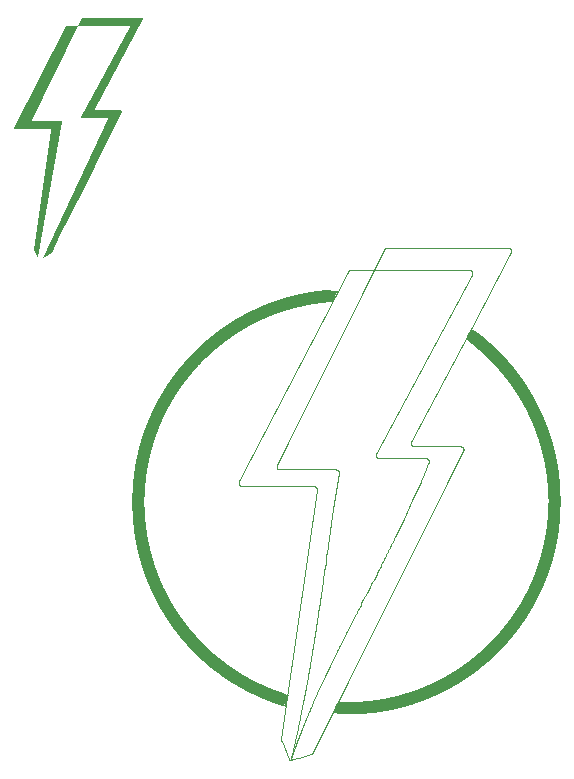
<source format=gbr>
%TF.GenerationSoftware,KiCad,Pcbnew,9.0.4*%
%TF.CreationDate,2025-10-13T15:08:01-05:00*%
%TF.ProjectId,tplane2025,74706c61-6e65-4323-9032-352e6b696361,rev?*%
%TF.SameCoordinates,Original*%
%TF.FileFunction,Legend,Top*%
%TF.FilePolarity,Positive*%
%FSLAX46Y46*%
G04 Gerber Fmt 4.6, Leading zero omitted, Abs format (unit mm)*
G04 Created by KiCad (PCBNEW 9.0.4) date 2025-10-13 15:08:01*
%MOMM*%
%LPD*%
G01*
G04 APERTURE LIST*
%ADD10C,0.100000*%
%ADD11C,0.010000*%
%ADD12C,1.000000*%
%ADD13C,0.000000*%
G04 APERTURE END LIST*
D10*
X146131810Y-96180586D02*
X146386273Y-96098752D01*
X146396725Y-96295078D02*
X146131810Y-96180586D01*
X146074759Y-96295078D02*
X146396725Y-96295078D01*
X146627973Y-96458035D02*
X146074759Y-96295078D01*
X146038698Y-96367444D02*
X146627973Y-96458035D01*
X146789498Y-95574322D02*
X146387580Y-95667307D01*
X146460000Y-95520000D02*
X146789498Y-95574322D01*
X141908988Y-95597743D02*
X142091897Y-95681358D01*
X142081382Y-95755834D02*
X141908988Y-95597743D01*
X141503978Y-95681358D02*
X142081382Y-95755834D01*
X142070000Y-95830000D02*
X141503978Y-95681358D01*
X141767858Y-94827956D02*
X142181809Y-95044619D01*
X142190000Y-94950000D02*
X141767858Y-94827956D01*
X146230443Y-60687786D02*
X146391811Y-60780210D01*
X146348293Y-60864615D02*
X146230443Y-60687786D01*
X146154800Y-60686987D02*
X146348293Y-60864615D01*
X146302895Y-60952667D02*
X146154800Y-60686987D01*
X146023108Y-60685596D02*
X146302895Y-60952667D01*
X146257249Y-61041202D02*
X146023108Y-60685596D01*
X145756394Y-60682779D02*
X146257249Y-61041202D01*
X146440000Y-60690000D02*
X145756394Y-60682779D01*
X145980000Y-61570000D02*
X145675252Y-61581519D01*
X157320874Y-64650000D02*
X157414174Y-64558106D01*
X157596429Y-64925555D02*
X157320874Y-64650000D01*
X157280000Y-64680000D02*
X157596429Y-64925555D01*
X157580000Y-64140494D02*
X157731245Y-64029376D01*
X157590000Y-64190658D02*
X157872489Y-64090329D01*
X157600000Y-64190658D02*
X157590000Y-64190658D01*
X158104978Y-64190658D02*
X157640000Y-64190658D01*
X157640000Y-63990000D02*
X158104978Y-64190658D01*
X157680000Y-63910000D02*
X158104978Y-64190658D01*
D11*
X157760839Y-64496527D02*
X157748775Y-64487554D01*
X157736139Y-64478252D01*
X157722822Y-64468547D01*
X157708678Y-64458334D01*
X157693488Y-64447461D01*
X157676899Y-64435681D01*
X157658280Y-64422551D01*
X157636232Y-64407091D01*
X157611185Y-64389589D01*
X157585606Y-64371714D01*
X157572827Y-64362762D01*
X157560061Y-64353793D01*
X157547313Y-64344800D01*
X157534587Y-64335778D01*
X157521886Y-64326721D01*
X157509217Y-64317623D01*
D12*
X158422117Y-65016310D02*
X158392957Y-64992296D01*
X158362659Y-64967446D01*
X158331172Y-64941721D01*
X158298434Y-64915075D01*
X158264365Y-64887446D01*
X158228855Y-64858747D01*
X158191747Y-64828856D01*
X158152797Y-64797578D01*
X158111587Y-64764581D01*
X158067305Y-64729218D01*
X158017994Y-64689927D01*
X157972480Y-64653712D01*
X157922017Y-64613552D01*
X157899879Y-64595898D01*
X157880000Y-64580000D01*
X154100706Y-94656232D02*
X154135042Y-94641666D01*
X154169348Y-94627025D01*
X154203625Y-94612310D01*
X154237871Y-94597520D01*
X154272088Y-94582657D01*
X154306275Y-94567719D01*
X154340431Y-94552707D01*
X154374557Y-94537622D01*
X154408653Y-94522462D01*
X154442718Y-94507228D01*
X154476752Y-94491921D01*
X154510755Y-94476540D01*
X154544728Y-94461085D01*
X154578669Y-94445556D01*
X154612578Y-94429954D01*
X154646457Y-94414278D01*
X154680303Y-94398528D01*
X154714119Y-94382705D01*
X154747902Y-94366809D01*
X154781653Y-94350839D01*
X154815372Y-94334796D01*
X154849059Y-94318680D01*
X154876179Y-94305641D01*
X156364121Y-93497485D02*
X156395967Y-93478088D01*
X156427784Y-93458615D01*
X156459572Y-93439067D01*
X156491330Y-93419442D01*
X156523058Y-93399742D01*
X156554755Y-93379967D01*
X156586422Y-93360117D01*
X156618058Y-93340192D01*
X156649663Y-93320192D01*
X156681236Y-93300117D01*
X156712777Y-93279968D01*
X156744285Y-93259745D01*
X156775761Y-93239448D01*
X156807204Y-93219077D01*
X156838613Y-93198632D01*
X156869989Y-93178114D01*
X156901331Y-93157522D01*
X156932638Y-93136858D01*
X156963910Y-93116120D01*
X156995147Y-93095310D01*
X157026349Y-93074428D01*
X157057515Y-93053473D01*
X157074490Y-93042019D01*
X144399845Y-61285396D02*
X144362922Y-61291078D01*
X144326013Y-61296839D01*
X144289117Y-61302679D01*
X144252236Y-61308597D01*
X144215368Y-61314595D01*
X144178515Y-61320671D01*
X144141676Y-61326825D01*
X144104851Y-61333059D01*
X144068040Y-61339371D01*
X144031244Y-61345762D01*
X143994463Y-61352231D01*
X143957696Y-61358779D01*
X143920944Y-61365406D01*
X143884207Y-61372111D01*
X143847485Y-61378895D01*
X143810778Y-61385757D01*
X143774086Y-61392698D01*
X143737409Y-61399717D01*
X143700747Y-61406815D01*
X143664101Y-61413991D01*
X143627471Y-61421246D01*
X143590856Y-61428579D01*
X143554257Y-61435991D01*
X143537741Y-61439362D01*
D10*
X152668809Y-73732374D02*
X152667604Y-73730361D01*
X152666416Y-73728338D01*
X152665246Y-73726305D01*
X152664093Y-73724263D01*
X152662958Y-73722211D01*
X152661841Y-73720150D01*
X152660742Y-73718080D01*
X152659660Y-73716001D01*
X152658597Y-73713913D01*
X152657551Y-73711817D01*
X152656524Y-73709712D01*
X152655515Y-73707599D01*
X152654525Y-73705479D01*
X152653553Y-73703350D01*
X152652600Y-73701215D01*
X152651665Y-73699071D01*
X152650749Y-73696921D01*
X152649851Y-73694763D01*
X152648973Y-73692599D01*
X152648113Y-73690427D01*
X152647273Y-73688251D01*
X152646451Y-73686066D01*
X152645649Y-73683877D01*
X152644865Y-73681681D01*
X152644101Y-73679480D01*
X152643356Y-73677272D01*
X152642631Y-73675061D01*
X152641925Y-73672843D01*
X152641238Y-73670621D01*
X152640571Y-73668393D01*
X152639923Y-73666162D01*
X152639295Y-73663925D01*
X152638687Y-73661686D01*
X152638098Y-73659440D01*
X152637529Y-73657192D01*
X152636979Y-73654939D01*
X152636450Y-73652684D01*
X152635939Y-73650424D01*
X152635450Y-73648163D01*
X152634979Y-73645896D01*
X152634529Y-73643629D01*
X152634098Y-73641356D01*
X152633688Y-73639084D01*
X152633297Y-73636806D01*
X152632926Y-73634529D01*
X152632575Y-73632248D01*
X152632245Y-73629966D01*
X152631934Y-73627681D01*
X152631643Y-73625396D01*
X152631372Y-73623108D01*
X152631121Y-73620820D01*
X152630890Y-73618529D01*
X152630680Y-73616239D01*
X152630489Y-73613946D01*
X152630318Y-73611655D01*
X152630168Y-73609360D01*
X152629957Y-73605445D01*
X148132398Y-87738403D02*
X148082642Y-87835252D01*
X148032906Y-87932108D01*
X147986739Y-88022061D01*
X147940592Y-88112022D01*
X147897158Y-88196739D01*
X147853743Y-88281464D01*
X147812494Y-88362006D01*
X147771265Y-88442557D01*
X147731825Y-88519658D01*
X147692403Y-88596767D01*
X147654497Y-88670958D01*
X147616609Y-88745157D01*
X147580029Y-88816841D01*
X147543468Y-88888533D01*
X147508052Y-88958024D01*
X147472655Y-89027522D01*
X147438274Y-89095071D01*
X147403913Y-89162627D01*
X147370461Y-89228438D01*
X147337030Y-89294256D01*
X147304421Y-89358498D01*
X147271831Y-89422748D01*
X147239991Y-89485565D01*
X147208170Y-89548389D01*
X147177036Y-89609901D01*
X147145922Y-89671420D01*
X147115440Y-89731733D01*
X147084978Y-89792052D01*
X147055103Y-89851256D01*
X147025246Y-89910466D01*
X146995935Y-89968639D01*
X146966643Y-90026819D01*
X146937861Y-90084032D01*
X146909098Y-90141253D01*
X146880812Y-90197568D01*
X146852546Y-90253890D01*
X146824728Y-90309363D01*
X146796930Y-90364843D01*
X146769555Y-90419523D01*
X146742199Y-90474210D01*
X146715243Y-90528142D01*
X146688306Y-90582081D01*
X146661749Y-90635306D01*
X146635211Y-90688537D01*
X146609033Y-90741092D01*
X146582874Y-90793653D01*
X146562550Y-90834522D01*
D12*
X160245030Y-66754167D02*
X160232380Y-66740263D01*
X160219715Y-66726373D01*
X160207036Y-66712499D01*
X160194344Y-66698638D01*
X160181638Y-66684792D01*
X160168917Y-66670960D01*
X160156184Y-66657143D01*
X160143435Y-66643340D01*
X160130674Y-66629552D01*
X160117898Y-66615778D01*
X160105110Y-66602020D01*
X160092306Y-66588275D01*
X160079490Y-66574546D01*
X160066659Y-66560830D01*
X160053815Y-66547130D01*
X160040957Y-66533443D01*
X160028086Y-66519772D01*
X160015200Y-66506115D01*
X160002302Y-66492473D01*
X159989388Y-66478845D01*
X159976463Y-66465233D01*
X159963522Y-66451634D01*
X159950569Y-66438051D01*
X159937601Y-66424482D01*
X159924621Y-66410928D01*
X159911626Y-66397388D01*
X159898618Y-66383864D01*
X159885596Y-66370354D01*
X159872561Y-66356859D01*
X159859512Y-66343378D01*
X159846450Y-66329913D01*
X159833374Y-66316461D01*
X159820285Y-66303026D01*
X159807182Y-66289604D01*
X159794066Y-66276198D01*
X159780936Y-66262806D01*
X159767793Y-66249429D01*
X159754636Y-66236067D01*
X159741466Y-66222720D01*
X159728282Y-66209387D01*
X159715085Y-66196070D01*
X159701874Y-66182768D01*
X159688651Y-66169480D01*
X159675413Y-66156207D01*
X159665394Y-66146180D01*
D10*
X138085112Y-76970380D02*
X138085390Y-76974968D01*
X138085748Y-76979553D01*
X138086186Y-76984134D01*
X138086704Y-76988711D01*
X138087301Y-76993282D01*
X138087978Y-76997846D01*
X138088735Y-77002401D01*
X138089571Y-77006947D01*
X138090486Y-77011482D01*
X138091480Y-77016004D01*
X138092553Y-77020512D01*
X138093704Y-77025005D01*
X138094933Y-77029481D01*
X138096241Y-77033940D01*
X138097626Y-77038378D01*
X138099088Y-77042796D01*
X138100627Y-77047192D01*
X138102242Y-77051563D01*
X138103933Y-77055909D01*
X138105699Y-77060228D01*
X138107540Y-77064518D01*
X138109455Y-77068778D01*
X138111443Y-77073007D01*
X138113505Y-77077203D01*
X138115638Y-77081364D01*
X138117843Y-77085489D01*
X138120118Y-77089576D01*
X138122464Y-77093625D01*
X138124357Y-77096781D01*
X157707415Y-58966621D02*
X157711354Y-58968987D01*
X157715253Y-58971422D01*
X157719112Y-58973926D01*
X157722929Y-58976498D01*
X157726703Y-58979138D01*
X157730435Y-58981845D01*
X157734121Y-58984618D01*
X157737762Y-58987457D01*
X157741357Y-58990361D01*
X157744904Y-58993330D01*
X157748402Y-58996361D01*
X157751850Y-58999455D01*
X157755248Y-59002611D01*
X157758593Y-59005828D01*
X157761886Y-59009104D01*
X157765124Y-59012440D01*
X157768307Y-59015833D01*
X157771434Y-59019283D01*
X157774504Y-59022789D01*
X157777516Y-59026350D01*
X157780468Y-59029964D01*
X157783359Y-59033631D01*
X157786189Y-59037349D01*
X157788957Y-59041117D01*
X157791661Y-59044933D01*
X157794300Y-59048797D01*
X157796875Y-59052707D01*
X157799383Y-59056661D01*
X157801789Y-59060602D01*
D12*
X142690732Y-61634805D02*
X142672641Y-61639470D01*
X142654558Y-61644153D01*
X142636482Y-61648856D01*
X142618413Y-61653577D01*
X142600351Y-61658317D01*
X142582296Y-61663076D01*
X142564248Y-61667854D01*
X142546207Y-61672650D01*
X142528173Y-61677466D01*
X142510147Y-61682300D01*
X142492128Y-61687153D01*
X142474116Y-61692024D01*
X142456110Y-61696915D01*
X142438113Y-61701824D01*
X142420122Y-61706752D01*
X142402139Y-61711699D01*
X142384162Y-61716665D01*
X142366193Y-61721649D01*
X142348231Y-61726652D01*
X142330277Y-61731674D01*
X142312329Y-61736714D01*
X142294389Y-61741773D01*
X142276456Y-61746852D01*
X142258530Y-61751948D01*
X142240611Y-61757064D01*
X142222700Y-61762198D01*
X142204796Y-61767351D01*
X142186900Y-61772522D01*
X142151128Y-61782922D01*
X142115386Y-61793396D01*
X142079673Y-61803945D01*
X142043989Y-61814569D01*
X142008334Y-61825267D01*
X141972710Y-61836040D01*
X141937114Y-61846888D01*
X141901548Y-61857811D01*
X141866012Y-61868807D01*
X141860001Y-61870676D01*
D10*
X152763184Y-73825829D02*
X152759250Y-73823478D01*
X152755355Y-73821057D01*
X152751498Y-73818567D01*
X152747682Y-73816007D01*
X152743907Y-73813379D01*
X152740174Y-73810683D01*
X152736485Y-73807919D01*
X152732839Y-73805089D01*
X152729240Y-73802194D01*
X152725687Y-73799233D01*
X152722182Y-73796209D01*
X152718726Y-73793121D01*
X152715320Y-73789970D01*
X152711966Y-73786759D01*
X152708663Y-73783486D01*
X152705414Y-73780155D01*
X152702220Y-73776765D01*
X152699082Y-73773317D01*
X152696001Y-73769814D01*
X152692978Y-73766255D01*
X152690014Y-73762643D01*
X152687110Y-73758979D01*
X152684268Y-73755263D01*
X152681489Y-73751497D01*
X152678773Y-73747683D01*
X152676121Y-73743821D01*
X152673535Y-73739914D01*
X152671016Y-73735963D01*
X152668809Y-73732374D01*
X157087614Y-74114728D02*
X157087289Y-74110157D01*
X157086885Y-74105589D01*
X157086401Y-74101025D01*
X157085837Y-74096465D01*
X157085193Y-74091912D01*
X157084470Y-74087365D01*
X157083667Y-74082828D01*
X157082785Y-74078300D01*
X157081823Y-74073783D01*
X157080783Y-74069279D01*
X157079663Y-74064789D01*
X157078466Y-74060313D01*
X157077190Y-74055855D01*
X157075836Y-74051414D01*
X157074404Y-74046993D01*
X157072895Y-74042592D01*
X157071309Y-74038214D01*
X157069647Y-74033860D01*
X157067909Y-74029531D01*
X157066096Y-74025229D01*
X157064208Y-74020956D01*
X157062246Y-74016712D01*
X157060210Y-74012500D01*
X157058101Y-74008320D01*
X157055920Y-74004175D01*
X157053668Y-74000067D01*
X157051345Y-73995995D01*
X157048952Y-73991963D01*
X157047449Y-73989507D01*
D12*
X158422117Y-92034220D02*
X158436633Y-92022227D01*
X158451137Y-92010219D01*
X158465624Y-91998198D01*
X158480098Y-91986163D01*
X158494554Y-91974115D01*
X158508998Y-91962053D01*
X158523425Y-91949978D01*
X158537839Y-91937888D01*
X158552236Y-91925786D01*
X158566620Y-91913670D01*
X158580987Y-91901541D01*
X158595341Y-91889397D01*
X158609677Y-91877242D01*
X158624001Y-91865071D01*
X158638307Y-91852889D01*
X158652600Y-91840692D01*
X158666876Y-91828483D01*
X158681138Y-91816259D01*
X158695383Y-91804024D01*
X158709615Y-91791774D01*
X158723830Y-91779512D01*
X158738031Y-91767235D01*
X158752215Y-91754947D01*
X158766386Y-91742644D01*
X158780539Y-91730330D01*
X158794679Y-91718001D01*
X158808801Y-91705660D01*
X158822910Y-91693305D01*
X158837001Y-91680938D01*
X158851079Y-91668557D01*
X158865139Y-91656165D01*
X158879186Y-91643757D01*
X158893215Y-91631339D01*
X158907230Y-91618906D01*
X158921228Y-91606462D01*
X158935212Y-91594003D01*
X158949179Y-91581534D01*
X158963131Y-91569049D01*
X158977066Y-91556554D01*
X158990987Y-91544044D01*
X159004891Y-91531524D01*
X159018780Y-91518988D01*
X159032652Y-91506442D01*
X159046510Y-91493882D01*
X159057407Y-91483986D01*
D10*
X146525010Y-76129278D02*
X146525712Y-76124628D01*
X146526334Y-76119978D01*
X146526874Y-76115329D01*
X146527335Y-76110682D01*
X146527715Y-76106037D01*
X146528014Y-76101394D01*
X146528234Y-76096755D01*
X146528374Y-76092120D01*
X146528433Y-76087490D01*
X146528413Y-76082864D01*
X146528313Y-76078245D01*
X146528133Y-76073632D01*
X146527874Y-76069027D01*
X146527535Y-76064430D01*
X146527117Y-76059842D01*
X146526620Y-76055263D01*
X146526044Y-76050696D01*
X146525388Y-76046139D01*
X146524654Y-76041595D01*
X146523841Y-76037064D01*
X146522949Y-76032547D01*
X146521979Y-76028045D01*
X146520931Y-76023560D01*
X146519805Y-76019091D01*
X146518601Y-76014641D01*
X146517790Y-76011803D01*
D12*
X164770155Y-79426221D02*
X164771101Y-79407354D01*
X164772028Y-79388481D01*
X164772934Y-79369614D01*
X164773821Y-79350741D01*
X164774687Y-79331873D01*
X164775533Y-79313001D01*
X164776360Y-79294133D01*
X164777166Y-79275260D01*
X164777952Y-79256393D01*
X164778718Y-79237521D01*
X164779464Y-79218654D01*
X164780191Y-79199781D01*
X164780897Y-79180915D01*
X164781583Y-79162043D01*
X164782249Y-79143177D01*
X164782895Y-79124305D01*
X164783521Y-79105440D01*
X164784127Y-79086569D01*
X164784713Y-79067704D01*
X164785279Y-79048834D01*
X164785824Y-79029969D01*
X164786350Y-79011100D01*
X164786856Y-78992236D01*
X164787342Y-78973367D01*
X164787807Y-78954505D01*
X164788253Y-78935637D01*
X164788679Y-78916775D01*
X164789084Y-78897908D01*
X164789470Y-78879048D01*
X164789836Y-78860182D01*
X164790181Y-78841322D01*
X164790507Y-78822458D01*
X164790812Y-78803600D01*
X164791098Y-78784736D01*
X164791363Y-78765879D01*
X164791609Y-78747018D01*
X164791834Y-78728162D01*
X164792039Y-78709301D01*
X164792225Y-78690447D01*
X164792390Y-78671588D01*
X164792535Y-78652736D01*
X164792661Y-78633878D01*
X164792766Y-78615027D01*
X164792851Y-78596172D01*
X164792917Y-78577322D01*
X164792962Y-78558469D01*
X164792993Y-78525265D01*
X145670000Y-61130000D02*
X145675894Y-61129926D01*
X145681263Y-61129879D01*
X145685739Y-61129860D01*
X145689786Y-61129864D01*
X145693107Y-61129886D01*
X145696082Y-61129928D01*
X145698475Y-61129981D01*
X145700592Y-61130049D01*
X145702252Y-61130122D01*
X145703697Y-61130206D01*
X145704791Y-61130291D01*
X145705723Y-61130384D01*
X145706397Y-61130471D01*
X145706952Y-61130564D01*
X145707327Y-61130647D01*
X145707621Y-61130735D01*
X145707798Y-61130808D01*
X145707925Y-61130885D01*
X145707987Y-61130946D01*
X145708020Y-61131009D01*
X145708024Y-61131062D01*
X145708007Y-61131116D01*
X145707905Y-61131234D01*
X145707658Y-61131386D01*
X145707168Y-61131584D01*
X145706306Y-61131839D01*
X145704913Y-61132162D01*
X145702792Y-61132567D01*
X145699713Y-61133070D01*
X145695405Y-61133689D01*
X145689545Y-61134447D01*
X145681748Y-61135373D01*
X145671541Y-61136503D01*
X145658313Y-61137887D01*
X145641224Y-61139593D01*
X145618983Y-61141735D01*
X145589244Y-61144521D01*
X145546160Y-61148486D01*
X145526849Y-61150253D01*
X145468954Y-61155562D01*
X145438359Y-61158393D01*
X145406902Y-61161335D01*
X145374760Y-61164381D01*
X145342109Y-61167526D01*
X145309128Y-61170764D01*
X145275993Y-61174089D01*
X159057407Y-91483986D02*
X159071308Y-91471338D01*
X159085196Y-91458675D01*
X159099069Y-91445998D01*
X159112928Y-91433307D01*
X159126772Y-91420603D01*
X159140602Y-91407884D01*
X159154417Y-91395152D01*
X159168219Y-91382406D01*
X159182005Y-91369646D01*
X159195777Y-91356872D01*
X159209535Y-91344084D01*
X159223278Y-91331282D01*
X159237006Y-91318467D01*
X159250721Y-91305637D01*
X159264420Y-91292794D01*
X159278106Y-91279937D01*
X159291776Y-91267066D01*
X159305432Y-91254181D01*
X159319073Y-91241284D01*
X159332701Y-91228371D01*
X159346313Y-91215446D01*
X159359911Y-91202506D01*
X159373494Y-91189553D01*
X159387063Y-91176585D01*
X159400616Y-91163605D01*
X159414156Y-91150611D01*
X159427680Y-91137603D01*
X159441190Y-91124581D01*
X159454685Y-91111546D01*
X159468166Y-91098497D01*
X159481632Y-91085435D01*
X159495083Y-91072358D01*
X159508519Y-91059269D01*
X159521942Y-91046165D01*
X159535348Y-91033048D01*
X159548741Y-91019918D01*
X159562118Y-91006774D01*
X159575481Y-90993616D01*
X159588829Y-90980446D01*
X159602162Y-90967261D01*
X159615480Y-90954063D01*
X159628784Y-90940851D01*
X159642073Y-90927627D01*
X159655347Y-90914388D01*
X159665394Y-90904349D01*
D10*
X152761740Y-78422620D02*
X152034177Y-79991286D01*
D12*
X138721224Y-93984030D02*
X138737728Y-93992984D01*
X138754243Y-94001921D01*
X138770759Y-94010836D01*
X138787285Y-94019734D01*
X138803813Y-94028610D01*
X138820351Y-94037469D01*
X138836890Y-94046306D01*
X138853440Y-94055125D01*
X138869991Y-94063923D01*
X138886552Y-94072703D01*
X138903114Y-94081461D01*
X138919687Y-94090202D01*
X138936260Y-94098921D01*
X138952844Y-94107623D01*
X138969429Y-94116303D01*
X138986024Y-94124965D01*
X139002620Y-94133605D01*
X139019226Y-94142229D01*
X139035833Y-94150829D01*
X139052450Y-94159413D01*
X139069067Y-94167975D01*
X139085695Y-94176519D01*
X139102323Y-94185041D01*
X139118962Y-94193545D01*
X139135601Y-94202028D01*
X139152250Y-94210493D01*
X139168900Y-94218936D01*
X139185559Y-94227362D01*
X139202219Y-94235765D01*
X139218889Y-94244151D01*
X139235560Y-94252515D01*
X139252240Y-94260862D01*
X139268921Y-94269186D01*
X139285612Y-94277493D01*
X139302302Y-94285777D01*
X139319003Y-94294044D01*
X139335704Y-94302289D01*
X139352415Y-94310517D01*
X139369125Y-94318722D01*
X139385846Y-94326910D01*
X139402567Y-94335075D01*
X139419297Y-94343223D01*
X139436027Y-94351349D01*
X139452768Y-94359457D01*
X139476090Y-94370716D01*
D10*
X142435403Y-100398643D02*
X142435413Y-100398788D01*
X142435443Y-100398927D01*
X142435559Y-100399181D01*
X142435755Y-100399415D01*
X142436047Y-100399634D01*
X142436459Y-100399839D01*
X142437020Y-100400026D01*
X142437768Y-100400187D01*
X142438741Y-100400311D01*
X142439986Y-100400387D01*
X142441553Y-100400399D01*
X142443494Y-100400332D01*
X142445870Y-100400167D01*
X142448743Y-100399886D01*
X142452180Y-100399466D01*
X142456254Y-100398887D01*
X142461041Y-100398123D01*
X142466622Y-100397150D01*
X142473081Y-100395941D01*
X142480510Y-100394469D01*
X142489000Y-100392702D01*
X142498650Y-100390612D01*
X142509563Y-100388165D01*
X142521844Y-100385328D01*
X142535604Y-100382066D01*
X142550955Y-100378344D01*
X142568017Y-100374125D01*
X142586910Y-100369370D01*
X142607758Y-100364040D01*
X142630688Y-100358094D01*
X142655831Y-100351491D01*
X142683319Y-100344190D01*
X142713286Y-100336147D01*
X142745867Y-100327320D01*
X142781199Y-100317665D01*
X142819417Y-100307139D01*
X142860655Y-100295698D01*
X142905047Y-100283299D01*
X142952720Y-100269902D01*
X143003796Y-100255465D01*
X143058390Y-100239953D01*
X143116603Y-100223329D01*
X143157060Y-100211732D01*
X145060695Y-93955971D02*
X144350458Y-95531987D01*
X153872447Y-74864869D02*
X153877211Y-74864909D01*
X153881956Y-74865028D01*
X153886682Y-74865227D01*
X153891389Y-74865505D01*
X153896077Y-74865861D01*
X153900744Y-74866296D01*
X153905391Y-74866809D01*
X153910016Y-74867400D01*
X153914620Y-74868068D01*
X153919202Y-74868814D01*
X153923761Y-74869637D01*
X153928298Y-74870537D01*
X153932810Y-74871514D01*
X153937299Y-74872567D01*
X153941762Y-74873696D01*
X153946200Y-74874900D01*
X153950612Y-74876181D01*
X153954998Y-74877537D01*
X153959356Y-74878967D01*
X153963685Y-74880473D01*
X153967986Y-74882053D01*
X153972257Y-74883707D01*
X153976498Y-74885435D01*
X153980707Y-74887236D01*
X153984885Y-74889110D01*
X153989029Y-74891058D01*
X153993140Y-74893077D01*
X153997216Y-74895169D01*
X154001257Y-74897331D01*
X154005261Y-74899565D01*
X154005411Y-74899651D01*
D12*
X157074490Y-93042019D02*
X157090058Y-93031489D01*
X157105614Y-93020944D01*
X157121155Y-93010384D01*
X157136684Y-92999808D01*
X157152198Y-92989219D01*
X157167700Y-92978613D01*
X157183187Y-92967993D01*
X157198662Y-92957358D01*
X157214122Y-92946708D01*
X157229570Y-92936042D01*
X157245003Y-92925363D01*
X157260424Y-92914667D01*
X157275830Y-92903958D01*
X157291224Y-92893232D01*
X157306603Y-92882493D01*
X157321970Y-92871737D01*
X157337322Y-92860968D01*
X157352662Y-92850183D01*
X157367987Y-92839384D01*
X157383299Y-92828568D01*
X157398597Y-92817739D01*
X157413883Y-92806894D01*
X157429153Y-92796035D01*
X157444412Y-92785161D01*
X157459655Y-92774272D01*
X157474887Y-92763367D01*
X157490103Y-92752449D01*
X157505307Y-92741514D01*
X157520497Y-92730566D01*
X157535674Y-92719602D01*
X157550836Y-92708624D01*
X157565986Y-92697630D01*
X157581121Y-92686622D01*
X157596244Y-92675599D01*
X157611352Y-92664561D01*
X157626447Y-92653508D01*
X157641528Y-92642441D01*
X157656597Y-92631358D01*
X157671650Y-92620261D01*
X157686691Y-92609148D01*
X157701718Y-92598022D01*
X157716732Y-92586879D01*
X157731731Y-92575723D01*
X157746718Y-92564551D01*
X157760839Y-92554002D01*
D10*
X141526175Y-75818065D02*
X141521416Y-75818025D01*
X141516675Y-75817906D01*
X141511953Y-75817707D01*
X141507250Y-75817429D01*
X141502566Y-75817073D01*
X141497903Y-75816638D01*
X141493259Y-75816125D01*
X141488637Y-75815534D01*
X141484036Y-75814866D01*
X141479457Y-75814120D01*
X141474900Y-75813296D01*
X141470366Y-75812396D01*
X141465855Y-75811420D01*
X141461368Y-75810367D01*
X141456906Y-75809237D01*
X141452469Y-75808032D01*
X141448058Y-75806751D01*
X141443673Y-75805395D01*
X141439316Y-75803964D01*
X141434986Y-75802457D01*
X141430685Y-75800877D01*
X141426413Y-75799222D01*
X141422172Y-75797493D01*
X141417961Y-75795691D01*
X141413783Y-75793815D01*
X141409637Y-75791867D01*
X141405524Y-75789846D01*
X141401446Y-75787753D01*
X141397403Y-75785588D01*
X141393397Y-75783353D01*
X141391898Y-75782493D01*
D12*
X130934993Y-71775939D02*
X130927748Y-71793094D01*
X130920521Y-71810258D01*
X130913312Y-71827431D01*
X130906120Y-71844612D01*
X130898947Y-71861803D01*
X130891792Y-71879002D01*
X130884655Y-71896210D01*
X130877536Y-71913427D01*
X130870435Y-71930652D01*
X130863351Y-71947886D01*
X130856287Y-71965129D01*
X130849240Y-71982380D01*
X130842211Y-71999640D01*
X130835200Y-72016909D01*
X130828207Y-72034186D01*
X130821233Y-72051472D01*
X130814276Y-72068766D01*
X130807338Y-72086070D01*
X130800418Y-72103381D01*
X130793516Y-72120701D01*
X130786632Y-72138029D01*
X130779766Y-72155366D01*
X130772919Y-72172711D01*
X130766089Y-72190065D01*
X130759278Y-72207427D01*
X130752485Y-72224797D01*
X130745711Y-72242176D01*
X130738954Y-72259563D01*
X130732216Y-72276958D01*
X130725496Y-72294362D01*
X130718794Y-72311774D01*
X130712111Y-72329194D01*
X130705446Y-72346622D01*
X130698799Y-72364059D01*
X130692170Y-72381503D01*
X130685560Y-72398956D01*
X130678968Y-72416417D01*
X130672394Y-72433886D01*
X130665839Y-72451363D01*
X130659302Y-72468848D01*
X130652783Y-72486341D01*
X130646283Y-72503843D01*
X130639801Y-72521351D01*
X130633337Y-72538869D01*
X130621548Y-72570970D01*
D10*
X142455878Y-100347189D02*
X142455594Y-100347900D01*
X142455239Y-100348582D01*
X142454804Y-100349257D01*
X142454267Y-100349951D01*
X142453578Y-100350725D01*
X142452928Y-100351404D01*
X142452222Y-100352143D01*
X142451542Y-100352914D01*
X142451220Y-100353320D01*
X142450915Y-100353747D01*
X142450629Y-100354196D01*
X142450367Y-100354673D01*
D12*
X161803064Y-88313445D02*
X161813576Y-88297868D01*
X161824072Y-88282278D01*
X161834547Y-88266683D01*
X161845007Y-88251076D01*
X161855446Y-88235464D01*
X161865869Y-88219839D01*
X161876272Y-88204209D01*
X161886658Y-88188567D01*
X161897024Y-88172919D01*
X161907374Y-88157260D01*
X161917704Y-88141595D01*
X161928017Y-88125919D01*
X161938310Y-88110237D01*
X161948587Y-88094544D01*
X161958843Y-88078846D01*
X161969082Y-88063136D01*
X161979301Y-88047421D01*
X161989504Y-88031694D01*
X161999686Y-88015963D01*
X162009852Y-88000220D01*
X162019997Y-87984472D01*
X162030125Y-87968713D01*
X162040233Y-87952949D01*
X162050324Y-87937174D01*
X162060394Y-87921395D01*
X162070448Y-87905603D01*
X162080481Y-87889808D01*
X162090497Y-87874001D01*
X162100493Y-87858190D01*
X162110472Y-87842368D01*
X162120429Y-87826542D01*
X162130371Y-87810704D01*
X162140291Y-87794863D01*
X162150194Y-87779010D01*
X162160077Y-87763153D01*
X162169942Y-87747286D01*
X162179787Y-87731414D01*
X162189615Y-87715532D01*
X162199421Y-87699645D01*
X162209211Y-87683748D01*
X162218979Y-87667847D01*
X162228731Y-87651936D01*
X162238462Y-87636020D01*
X162248175Y-87620094D01*
X162258529Y-87603076D01*
X134107239Y-66819238D02*
X134082121Y-66846934D01*
X134057053Y-66874693D01*
X134032035Y-66902516D01*
X134007069Y-66930401D01*
X133982153Y-66958350D01*
X133957289Y-66986361D01*
X133932477Y-67014435D01*
X133907716Y-67042570D01*
X133883007Y-67070769D01*
X133858350Y-67099029D01*
X133833745Y-67127350D01*
X133809193Y-67155734D01*
X133784694Y-67184178D01*
X133760247Y-67212684D01*
X133735853Y-67241251D01*
X133711513Y-67269879D01*
X133687226Y-67298567D01*
X133662993Y-67327316D01*
X133638813Y-67356125D01*
X133614688Y-67384994D01*
X133590617Y-67413923D01*
X133566600Y-67442911D01*
X133557005Y-67454528D01*
D10*
X143675528Y-97120867D02*
X143661570Y-97154896D01*
X143647631Y-97188933D01*
X143633756Y-97222867D01*
X143619899Y-97256808D01*
X143606106Y-97290647D01*
X143592331Y-97324494D01*
X143578618Y-97358240D01*
X143564925Y-97391993D01*
X143551293Y-97425648D01*
X143537680Y-97459310D01*
X143524128Y-97492874D01*
X143510594Y-97526445D01*
X143497122Y-97559920D01*
X143483667Y-97593402D01*
X143470273Y-97626789D01*
X143456898Y-97660182D01*
X143443582Y-97693482D01*
X143430284Y-97726789D01*
X143417045Y-97760003D01*
X143403825Y-97793224D01*
X143390663Y-97826353D01*
X143377520Y-97859490D01*
X143364435Y-97892536D01*
X143351368Y-97925588D01*
X143338358Y-97958552D01*
X143325367Y-97991522D01*
X143312432Y-98024404D01*
X143299516Y-98057293D01*
X143286656Y-98090094D01*
X143273814Y-98122903D01*
X143261028Y-98155625D01*
X143248261Y-98188354D01*
X143235549Y-98220997D01*
X143222855Y-98253648D01*
X143210216Y-98286214D01*
X143197595Y-98318787D01*
X143185029Y-98351277D01*
X143172481Y-98383774D01*
X143159986Y-98416188D01*
X143147510Y-98448609D01*
X143135087Y-98480949D01*
X143122683Y-98513296D01*
X143110332Y-98545562D01*
X143097999Y-98577835D01*
X143085718Y-98610028D01*
X143073455Y-98642228D01*
X143061245Y-98674349D01*
X143049053Y-98706477D01*
X143041945Y-98725234D01*
D12*
X131672268Y-86935073D02*
X131681223Y-86951537D01*
X131690195Y-86967990D01*
X131699183Y-86984431D01*
X131708189Y-87000861D01*
X131717210Y-87017279D01*
X131726248Y-87033687D01*
X131735303Y-87050082D01*
X131744374Y-87066467D01*
X131753462Y-87082839D01*
X131762566Y-87099201D01*
X131771687Y-87115551D01*
X131780825Y-87131890D01*
X131789979Y-87148217D01*
X131799149Y-87164533D01*
X131808336Y-87180838D01*
X131817540Y-87197131D01*
X131826760Y-87213413D01*
X131835997Y-87229684D01*
X131845250Y-87245942D01*
X131854520Y-87262190D01*
X131863806Y-87278426D01*
X131873109Y-87294651D01*
X131882428Y-87310865D01*
X131891764Y-87327067D01*
X131901116Y-87343257D01*
X131910485Y-87359437D01*
X131919870Y-87375605D01*
X131929272Y-87391761D01*
X131938691Y-87407906D01*
X131948126Y-87424040D01*
X131957577Y-87440162D01*
X131967045Y-87456273D01*
X131976530Y-87472373D01*
X131986031Y-87488461D01*
X131995548Y-87504538D01*
X132005082Y-87520603D01*
X132014632Y-87536657D01*
X132024199Y-87552700D01*
X132033783Y-87568731D01*
X132043383Y-87584751D01*
X132052999Y-87600759D01*
X132062632Y-87616756D01*
X132072281Y-87632742D01*
X132081947Y-87648716D01*
X132093738Y-87668150D01*
X164241841Y-74150038D02*
X164237175Y-74131945D01*
X164232491Y-74113859D01*
X164227788Y-74095781D01*
X164223066Y-74077710D01*
X164218325Y-74059645D01*
X164213566Y-74041588D01*
X164208788Y-74023538D01*
X164203991Y-74005496D01*
X164199175Y-73987461D01*
X164194340Y-73969433D01*
X164189487Y-73951412D01*
X164184615Y-73933398D01*
X164179724Y-73915392D01*
X164174814Y-73897393D01*
X164169886Y-73879401D01*
X164164939Y-73861417D01*
X164159973Y-73843439D01*
X164154989Y-73825470D01*
X164149985Y-73807507D01*
X164144963Y-73789552D01*
X164139922Y-73771603D01*
X164134863Y-73753663D01*
X164129785Y-73735729D01*
X164124688Y-73717804D01*
X164119572Y-73699885D01*
X164114438Y-73681974D01*
X164109285Y-73664069D01*
X164104114Y-73646173D01*
X164098923Y-73628284D01*
X164093714Y-73610402D01*
X164088487Y-73592527D01*
X164083240Y-73574661D01*
X164077975Y-73556801D01*
X164072692Y-73538949D01*
X164067389Y-73521104D01*
X164062068Y-73503267D01*
X164056729Y-73485437D01*
X164051370Y-73467614D01*
X164045993Y-73449799D01*
X164040598Y-73431992D01*
X164035184Y-73414192D01*
X164029751Y-73396399D01*
X164024299Y-73378614D01*
X164018829Y-73360837D01*
X164013341Y-73343066D01*
X164007833Y-73325304D01*
X164005969Y-73319306D01*
X160245030Y-90296363D02*
X160270150Y-90268665D01*
X160295219Y-90240905D01*
X160320238Y-90213080D01*
X160345205Y-90185193D01*
X160370122Y-90157244D01*
X160394987Y-90129231D01*
X160419800Y-90101156D01*
X160444562Y-90073019D01*
X160469272Y-90044820D01*
X160493930Y-90016559D01*
X160518535Y-89988237D01*
X160543088Y-89959853D01*
X160567588Y-89931408D01*
X160592035Y-89902901D01*
X160616429Y-89874334D01*
X160640769Y-89845706D01*
X160665056Y-89817017D01*
X160689289Y-89788269D01*
X160713468Y-89759460D01*
X160737594Y-89730591D01*
X160761664Y-89701663D01*
X160785680Y-89672675D01*
X160795264Y-89661072D01*
X141860001Y-61870676D02*
X141824473Y-61881768D01*
X141788966Y-61892938D01*
X141753478Y-61904185D01*
X141718011Y-61915510D01*
X141682563Y-61926912D01*
X141647136Y-61938392D01*
X141611730Y-61949949D01*
X141576344Y-61961584D01*
X141540978Y-61973296D01*
X141505633Y-61985085D01*
X141470309Y-61996952D01*
X141435005Y-62008896D01*
X141399723Y-62020918D01*
X141364462Y-62033017D01*
X141329221Y-62045193D01*
X141294002Y-62057447D01*
X141258804Y-62069777D01*
X141223628Y-62082186D01*
X141188473Y-62094671D01*
X141153339Y-62107233D01*
X141118227Y-62119873D01*
X141083137Y-62132590D01*
X141048069Y-62145384D01*
X141046594Y-62145924D01*
D13*
G36*
X129913412Y-37590650D02*
G01*
X129918022Y-37591114D01*
X129922510Y-37591874D01*
X129926869Y-37592918D01*
X129931092Y-37594233D01*
X129935171Y-37595809D01*
X129939101Y-37597634D01*
X129942873Y-37599695D01*
X129946481Y-37601982D01*
X129949918Y-37604482D01*
X129953177Y-37607184D01*
X129956251Y-37610076D01*
X129959134Y-37613147D01*
X129961817Y-37616384D01*
X129964294Y-37619776D01*
X129966559Y-37623312D01*
X129968604Y-37626979D01*
X129970422Y-37630766D01*
X129972006Y-37634661D01*
X129973350Y-37638653D01*
X129974446Y-37642730D01*
X129975287Y-37646880D01*
X129975867Y-37651091D01*
X129976178Y-37655352D01*
X129976213Y-37659651D01*
X129975966Y-37663976D01*
X129975430Y-37668316D01*
X129974597Y-37672659D01*
X129973460Y-37676993D01*
X129972014Y-37681307D01*
X129970250Y-37685589D01*
X129968161Y-37689826D01*
X125890632Y-45313627D01*
X125888541Y-45317869D01*
X125886775Y-45322154D01*
X125885327Y-45326471D01*
X125884189Y-45330808D01*
X125883356Y-45335153D01*
X125882820Y-45339495D01*
X125882574Y-45343821D01*
X125882610Y-45348121D01*
X125882923Y-45352382D01*
X125883504Y-45356594D01*
X125884348Y-45360743D01*
X125885446Y-45364819D01*
X125886792Y-45368810D01*
X125888379Y-45372705D01*
X125890200Y-45376490D01*
X125892248Y-45380156D01*
X125894516Y-45383690D01*
X125896996Y-45387081D01*
X125899682Y-45390316D01*
X125902568Y-45393385D01*
X125905644Y-45396275D01*
X125908906Y-45398975D01*
X125912346Y-45401473D01*
X125915956Y-45403758D01*
X125919730Y-45405818D01*
X125923660Y-45407641D01*
X125927741Y-45409215D01*
X125931964Y-45410530D01*
X125936323Y-45411572D01*
X125940810Y-45412332D01*
X125945420Y-45412796D01*
X125950144Y-45412953D01*
X128087719Y-45412953D01*
X128092295Y-45413101D01*
X128096767Y-45413538D01*
X128101127Y-45414254D01*
X128105369Y-45415239D01*
X128109486Y-45416480D01*
X128113471Y-45417969D01*
X128117319Y-45419695D01*
X128121021Y-45421646D01*
X128124571Y-45423813D01*
X128127964Y-45426184D01*
X128131191Y-45428750D01*
X128134246Y-45431500D01*
X128137123Y-45434422D01*
X128139814Y-45437508D01*
X128142314Y-45440745D01*
X128144615Y-45444124D01*
X128146711Y-45447634D01*
X128148595Y-45451265D01*
X128150260Y-45455005D01*
X128151699Y-45458845D01*
X128152907Y-45462774D01*
X128153875Y-45466780D01*
X128154598Y-45470855D01*
X128155069Y-45474986D01*
X128155281Y-45479165D01*
X128155227Y-45483379D01*
X128154900Y-45487619D01*
X128154295Y-45491873D01*
X128153404Y-45496132D01*
X128152220Y-45500385D01*
X128150738Y-45504622D01*
X128148949Y-45508831D01*
X127421673Y-47046550D01*
X126683733Y-48556740D01*
X125188060Y-51526991D01*
X123686324Y-54484503D01*
X122940806Y-55978770D01*
X122202921Y-57494196D01*
X121486854Y-57901116D01*
X126997778Y-46156293D01*
X126999566Y-46152080D01*
X127001048Y-46147840D01*
X127002231Y-46143584D01*
X127003120Y-46139322D01*
X127003723Y-46135065D01*
X127004047Y-46130823D01*
X127004098Y-46126607D01*
X127003883Y-46122427D01*
X127003409Y-46118294D01*
X127002683Y-46114218D01*
X127001711Y-46110211D01*
X127000500Y-46106281D01*
X126999057Y-46102441D01*
X126997389Y-46098700D01*
X126995502Y-46095070D01*
X126993403Y-46091560D01*
X126991100Y-46088181D01*
X126988598Y-46084944D01*
X126985904Y-46081859D01*
X126983026Y-46078936D01*
X126979970Y-46076187D01*
X126976743Y-46073622D01*
X126973351Y-46071251D01*
X126969801Y-46069085D01*
X126966101Y-46067134D01*
X126962256Y-46065410D01*
X126958274Y-46063921D01*
X126954162Y-46062680D01*
X126949925Y-46061696D01*
X126945572Y-46060980D01*
X126941108Y-46060543D01*
X126936540Y-46060395D01*
X124799002Y-46060395D01*
X124794277Y-46060238D01*
X124789666Y-46059774D01*
X124785178Y-46059014D01*
X124780818Y-46057971D01*
X124776595Y-46056657D01*
X124772514Y-46055082D01*
X124768582Y-46053259D01*
X124764808Y-46051199D01*
X124761197Y-46048914D01*
X124757758Y-46046416D01*
X124754496Y-46043716D01*
X124751419Y-46040825D01*
X124748534Y-46037757D01*
X124745847Y-46034522D01*
X124743367Y-46031132D01*
X124741099Y-46027598D01*
X124739052Y-46023933D01*
X124737231Y-46020148D01*
X124735644Y-46016255D01*
X124734298Y-46012265D01*
X124733200Y-46008190D01*
X124732357Y-46004042D01*
X124731776Y-45999833D01*
X124731463Y-45995574D01*
X124731427Y-45991276D01*
X124731673Y-45986952D01*
X124732210Y-45982613D01*
X124733043Y-45978271D01*
X124734180Y-45973938D01*
X124735629Y-45969625D01*
X124737395Y-45965344D01*
X124739486Y-45961106D01*
X128816999Y-38337285D01*
X128819086Y-38333044D01*
X128820849Y-38328759D01*
X128822295Y-38324443D01*
X128823430Y-38320106D01*
X128824260Y-38315762D01*
X128824795Y-38311420D01*
X128825039Y-38307094D01*
X128825001Y-38302794D01*
X128824687Y-38298533D01*
X128824104Y-38294322D01*
X128823260Y-38290172D01*
X128822160Y-38286096D01*
X128820813Y-38282105D01*
X128819226Y-38278211D01*
X128817404Y-38274425D01*
X128815356Y-38270759D01*
X128813088Y-38267225D01*
X128810608Y-38263834D01*
X128807921Y-38260598D01*
X128805036Y-38257530D01*
X128801960Y-38254639D01*
X128798698Y-38251939D01*
X128795259Y-38249440D01*
X128791649Y-38247155D01*
X128787875Y-38245095D01*
X128783945Y-38243272D01*
X128779864Y-38241697D01*
X128775641Y-38240383D01*
X128771283Y-38239340D01*
X128766795Y-38238581D01*
X128762186Y-38238116D01*
X128757462Y-38237959D01*
X124447712Y-38237959D01*
X124762603Y-37627192D01*
X124764907Y-37623079D01*
X124767468Y-37619171D01*
X124770272Y-37615476D01*
X124773306Y-37612002D01*
X124776556Y-37608758D01*
X124780007Y-37605752D01*
X124783647Y-37602992D01*
X124787461Y-37600488D01*
X124791435Y-37598246D01*
X124795556Y-37596276D01*
X124799810Y-37594587D01*
X124804182Y-37593186D01*
X124808659Y-37592081D01*
X124813228Y-37591282D01*
X124817874Y-37590796D01*
X124822584Y-37590632D01*
X129908687Y-37590492D01*
X129913412Y-37590650D01*
G37*
D10*
X152034177Y-79991286D02*
X151280755Y-81550501D01*
X150590993Y-57050777D02*
X150586346Y-57050817D01*
X150581704Y-57050937D01*
X150577067Y-57051136D01*
X150572436Y-57051415D01*
X150567812Y-57051774D01*
X150563198Y-57052212D01*
X150558592Y-57052729D01*
X150553998Y-57053325D01*
X150549415Y-57054001D01*
X150544845Y-57054755D01*
X150540288Y-57055588D01*
X150535748Y-57056500D01*
X150531223Y-57057489D01*
X150526716Y-57058557D01*
X150522228Y-57059702D01*
X150517760Y-57060924D01*
X150513314Y-57062224D01*
X150508890Y-57063600D01*
X150504490Y-57065052D01*
X150500115Y-57066580D01*
X150495766Y-57068184D01*
X150491445Y-57069862D01*
X150487154Y-57071615D01*
X150482892Y-57073442D01*
X150478662Y-57075343D01*
X150474466Y-57077316D01*
X150470303Y-57079362D01*
X150466176Y-57081479D01*
X150462086Y-57083667D01*
X150458035Y-57085925D01*
X150454022Y-57088253D01*
X150450051Y-57090650D01*
X150449365Y-57091073D01*
X144256606Y-91338026D02*
X144276539Y-91216939D01*
X144296540Y-91094951D01*
X144316612Y-90972037D01*
X144336759Y-90848168D01*
X144356985Y-90723317D01*
X144377294Y-90597454D01*
X144397691Y-90470547D01*
X144418181Y-90342561D01*
X144438768Y-90213463D01*
X144459458Y-90083213D01*
X144480257Y-89951773D01*
X144501170Y-89819098D01*
X144522204Y-89685144D01*
X144543366Y-89549863D01*
X144564664Y-89413201D01*
X144586105Y-89275104D01*
X144607697Y-89135512D01*
X144629450Y-88994360D01*
X144651374Y-88851579D01*
X144673478Y-88707094D01*
X144695776Y-88560823D01*
X144718279Y-88412678D01*
X144735829Y-88296776D01*
D12*
X133037223Y-68115806D02*
X133014871Y-68145761D01*
X132992578Y-68175771D01*
X132970344Y-68205835D01*
X132948169Y-68235954D01*
X132926054Y-68266127D01*
X132903998Y-68296354D01*
X132882002Y-68326636D01*
X132860065Y-68356972D01*
X132838187Y-68387362D01*
X132816369Y-68417806D01*
X132794611Y-68448304D01*
X132772912Y-68478857D01*
X132751273Y-68509464D01*
X132729694Y-68540125D01*
X132708174Y-68570840D01*
X132686714Y-68601609D01*
X132665314Y-68632432D01*
X132643974Y-68663309D01*
X132622694Y-68694240D01*
X132601473Y-68725226D01*
X132580313Y-68756265D01*
X132559213Y-68787358D01*
X132549205Y-68802155D01*
X162680000Y-86870000D02*
X162688953Y-86853499D01*
X162697888Y-86836986D01*
X162706802Y-86820473D01*
X162715699Y-86803949D01*
X162724574Y-86787424D01*
X162733431Y-86770888D01*
X162742267Y-86754350D01*
X162751086Y-86737803D01*
X162759882Y-86721254D01*
X162768662Y-86704694D01*
X162777419Y-86688134D01*
X162786159Y-86671563D01*
X162794877Y-86654991D01*
X162803579Y-86638408D01*
X162812258Y-86621825D01*
X162820919Y-86605231D01*
X162829559Y-86588636D01*
X162838182Y-86572031D01*
X162846782Y-86555425D01*
X162855366Y-86538809D01*
X162863927Y-86522192D01*
X162872471Y-86505565D01*
X162880992Y-86488937D01*
X162889497Y-86472299D01*
X162897979Y-86455660D01*
X162906445Y-86439011D01*
X162914888Y-86422361D01*
X162923313Y-86405701D01*
X162931717Y-86389041D01*
X162940103Y-86372371D01*
X162948467Y-86355700D01*
X162956814Y-86339019D01*
X162965139Y-86322337D01*
X162973446Y-86305646D01*
X162981731Y-86288954D01*
X162989999Y-86272253D01*
X162998244Y-86255551D01*
X163006472Y-86238839D01*
X163014678Y-86222127D01*
X163022867Y-86205404D01*
X163031033Y-86188682D01*
X163039182Y-86171950D01*
X163047308Y-86155218D01*
X163055417Y-86138476D01*
X163066686Y-86115134D01*
X132093739Y-69512524D02*
X132074385Y-69544453D01*
X132055098Y-69576428D01*
X132035876Y-69608448D01*
X132016720Y-69640514D01*
X131997630Y-69672625D01*
X131978607Y-69704782D01*
X131959649Y-69736984D01*
X131940757Y-69769232D01*
X131921931Y-69801526D01*
X131903171Y-69833865D01*
X131884478Y-69866250D01*
X131865850Y-69898680D01*
X131847289Y-69931155D01*
X131828793Y-69963677D01*
X131810364Y-69996243D01*
X131792001Y-70028856D01*
X131773704Y-70061514D01*
X131755474Y-70094217D01*
X131737309Y-70126966D01*
X131719211Y-70159760D01*
X131701179Y-70192600D01*
X131683213Y-70225486D01*
X131672269Y-70245601D01*
X150814527Y-95676240D02*
X150832864Y-95672477D01*
X150851194Y-95668696D01*
X150869517Y-95664895D01*
X150887833Y-95661076D01*
X150906142Y-95657237D01*
X150924444Y-95653380D01*
X150942739Y-95649503D01*
X150961028Y-95645608D01*
X150979309Y-95641693D01*
X150997583Y-95637760D01*
X151015850Y-95633808D01*
X151034110Y-95629836D01*
X151052362Y-95625846D01*
X151070608Y-95621837D01*
X151088847Y-95617809D01*
X151107078Y-95613763D01*
X151125302Y-95609697D01*
X151143519Y-95605612D01*
X151161729Y-95601509D01*
X151179932Y-95597386D01*
X151198127Y-95593245D01*
X151216315Y-95589085D01*
X151234496Y-95584906D01*
X151252669Y-95580708D01*
X151270836Y-95576492D01*
X151288994Y-95572256D01*
X151307146Y-95568002D01*
X151325290Y-95563729D01*
X151343427Y-95559437D01*
X151361556Y-95555126D01*
X151379678Y-95550797D01*
X151397792Y-95546449D01*
X151415899Y-95542082D01*
X151433999Y-95537696D01*
X151452091Y-95533291D01*
X151470175Y-95528868D01*
X151488252Y-95524426D01*
X151506322Y-95519965D01*
X151524383Y-95515486D01*
X151542438Y-95510987D01*
X151560484Y-95506470D01*
X151578523Y-95501935D01*
X151596555Y-95497380D01*
X151614578Y-95492807D01*
X151632594Y-95488216D01*
X151650603Y-95483605D01*
X151661536Y-95480796D01*
D10*
X142450367Y-100354673D02*
X142450096Y-100355621D01*
X142449317Y-100358034D01*
X142447602Y-100363083D01*
X142444313Y-100372539D01*
X142442767Y-100376954D01*
X142440053Y-100384713D01*
X142437695Y-100391517D01*
X142436756Y-100394278D01*
X142436033Y-100396462D01*
X142435567Y-100397955D01*
X142435445Y-100398406D01*
X142435403Y-100398643D01*
X161110150Y-57307518D02*
X161109897Y-57302941D01*
X161109565Y-57298365D01*
X161109153Y-57293793D01*
X161108661Y-57289225D01*
X161108089Y-57284662D01*
X161107438Y-57280105D01*
X161106707Y-57275556D01*
X161105896Y-57271016D01*
X161105006Y-57266486D01*
X161104037Y-57261968D01*
X161102990Y-57257462D01*
X161101863Y-57252971D01*
X161100658Y-57248495D01*
X161099374Y-57244035D01*
X161098013Y-57239594D01*
X161096574Y-57235173D01*
X161095058Y-57230772D01*
X161093466Y-57226395D01*
X161091797Y-57222041D01*
X161090052Y-57217713D01*
X161088231Y-57213412D01*
X161086337Y-57209139D01*
X161084367Y-57204896D01*
X161082325Y-57200685D01*
X161080209Y-57196507D01*
X161078022Y-57192363D01*
X161075763Y-57188256D01*
X161073433Y-57184185D01*
X161071298Y-57180591D01*
X149490000Y-58930000D02*
X147509577Y-58930000D01*
X149721409Y-84649767D02*
X149641479Y-84805819D01*
X149557901Y-84968824D01*
X149469946Y-85140194D01*
X149376586Y-85321924D01*
X149276279Y-85517010D01*
X149166507Y-85730336D01*
X149042591Y-85970987D01*
X148893581Y-86260215D01*
X148763740Y-86512168D01*
X148605787Y-86818676D01*
X148526825Y-86971937D01*
X148447881Y-87125206D01*
X148368960Y-87278485D01*
X148290069Y-87431776D01*
X148211213Y-87585081D01*
X148132398Y-87738403D01*
D12*
X135294862Y-65631615D02*
X135280958Y-65644265D01*
X135267068Y-65656930D01*
X135253194Y-65669609D01*
X135239333Y-65682301D01*
X135225487Y-65695007D01*
X135211655Y-65707728D01*
X135197838Y-65720461D01*
X135184035Y-65733210D01*
X135170247Y-65745971D01*
X135156473Y-65758747D01*
X135142715Y-65771535D01*
X135128970Y-65784339D01*
X135115241Y-65797155D01*
X135101525Y-65809986D01*
X135087825Y-65822830D01*
X135074138Y-65835688D01*
X135060467Y-65848559D01*
X135046810Y-65861445D01*
X135033168Y-65874343D01*
X135019540Y-65887257D01*
X135005928Y-65900182D01*
X134992329Y-65913123D01*
X134978746Y-65926076D01*
X134965177Y-65939044D01*
X134951623Y-65952024D01*
X134938083Y-65965019D01*
X134924559Y-65978027D01*
X134911049Y-65991049D01*
X134897554Y-66004084D01*
X134884073Y-66017133D01*
X134870608Y-66030195D01*
X134857156Y-66043271D01*
X134843721Y-66056360D01*
X134830299Y-66069463D01*
X134816893Y-66082579D01*
X134803501Y-66095709D01*
X134790124Y-66108852D01*
X134776762Y-66122009D01*
X134763415Y-66135179D01*
X134750082Y-66148363D01*
X134736765Y-66161560D01*
X134723463Y-66174771D01*
X134710175Y-66187994D01*
X134696902Y-66201232D01*
X134686875Y-66211251D01*
X130110428Y-82965565D02*
X130115093Y-82983655D01*
X130119776Y-83001737D01*
X130124478Y-83019813D01*
X130129199Y-83037881D01*
X130133939Y-83055942D01*
X130138698Y-83073996D01*
X130143475Y-83092044D01*
X130148272Y-83110084D01*
X130153087Y-83128117D01*
X130157921Y-83146143D01*
X130162774Y-83164162D01*
X130167645Y-83182173D01*
X130172536Y-83200178D01*
X130177445Y-83218176D01*
X130187319Y-83254150D01*
X130197269Y-83290095D01*
X130207294Y-83326011D01*
X130217394Y-83361900D01*
X130227569Y-83397759D01*
X130237819Y-83433589D01*
X130248144Y-83469391D01*
X130258543Y-83505164D01*
X130269018Y-83540908D01*
X130279568Y-83576623D01*
X130290192Y-83612309D01*
X130300891Y-83647966D01*
X130311665Y-83683593D01*
X130322514Y-83719192D01*
X130333437Y-83754761D01*
X130344435Y-83790301D01*
X130346299Y-83796298D01*
D10*
X144735829Y-88296776D02*
X144758931Y-88143736D01*
X144782314Y-87988310D01*
X144805998Y-87830345D01*
X144830008Y-87669671D01*
X144854371Y-87506097D01*
X144879118Y-87339405D01*
X144904285Y-87169349D01*
X144929912Y-86995647D01*
X144956045Y-86817970D01*
X144982739Y-86635935D01*
X145010058Y-86449090D01*
X145038081Y-86256893D01*
X145066900Y-86058684D01*
X145096632Y-85853651D01*
X145127424Y-85640763D01*
X145159466Y-85418690D01*
X145193011Y-85185646D01*
X145228415Y-84939148D01*
X145266199Y-84675537D01*
X145307192Y-84389000D01*
X145352869Y-84069188D01*
X145406415Y-83693766D01*
X145473372Y-83223907D01*
X145546315Y-82712059D01*
X145582808Y-82456189D01*
X145619328Y-82200361D01*
D12*
X129649712Y-80380305D02*
X129653546Y-80417659D01*
X129657458Y-80454994D01*
X129661449Y-80492310D01*
X129665518Y-80529608D01*
X129669665Y-80566886D01*
X129673891Y-80604145D01*
X129678195Y-80641385D01*
X129682577Y-80678606D01*
X129687038Y-80715807D01*
X129691577Y-80752989D01*
X129696194Y-80790150D01*
X129700889Y-80827293D01*
X129705662Y-80864415D01*
X129710513Y-80901517D01*
X129715442Y-80938599D01*
X129720450Y-80975660D01*
X129725535Y-81012701D01*
X129730698Y-81049722D01*
X129735939Y-81086722D01*
X129741258Y-81123701D01*
X129746654Y-81160660D01*
X129752129Y-81197597D01*
X129757681Y-81234513D01*
X129761019Y-81256453D01*
X136591430Y-64561599D02*
X136561638Y-64583929D01*
X136531874Y-64606337D01*
X136502140Y-64628824D01*
X136472435Y-64651389D01*
X136442760Y-64674032D01*
X136413113Y-64696753D01*
X136383496Y-64719552D01*
X136353909Y-64742429D01*
X136324352Y-64765385D01*
X136294824Y-64788419D01*
X136265326Y-64811531D01*
X136235857Y-64834721D01*
X136206419Y-64857989D01*
X136177012Y-64881335D01*
X136147634Y-64904759D01*
X136118287Y-64928262D01*
X136088970Y-64951842D01*
X136059683Y-64975501D01*
X136030428Y-64999237D01*
X136001203Y-65023052D01*
X135972008Y-65046945D01*
X135942845Y-65070915D01*
X135930152Y-65081381D01*
D10*
X160841204Y-57050777D02*
X150590993Y-57050777D01*
D12*
X151661536Y-95480796D02*
X151679628Y-95476131D01*
X151697712Y-95471447D01*
X151715790Y-95466744D01*
X151733860Y-95462023D01*
X151751923Y-95457282D01*
X151769979Y-95452523D01*
X151788027Y-95447745D01*
X151806069Y-95442949D01*
X151824103Y-95438133D01*
X151842130Y-95433299D01*
X151860150Y-95428446D01*
X151878163Y-95423574D01*
X151896168Y-95418683D01*
X151914166Y-95413774D01*
X151932157Y-95408846D01*
X151950141Y-95403899D01*
X151968118Y-95398934D01*
X151986086Y-95393949D01*
X152004049Y-95388946D01*
X152022003Y-95383925D01*
X152039950Y-95378884D01*
X152057890Y-95373825D01*
X152075823Y-95368747D01*
X152093748Y-95363650D01*
X152111667Y-95358535D01*
X152129577Y-95353401D01*
X152147481Y-95348248D01*
X152165377Y-95343077D01*
X152183266Y-95337886D01*
X152201147Y-95332678D01*
X152219021Y-95327450D01*
X152236887Y-95322204D01*
X152254747Y-95316939D01*
X152272598Y-95311656D01*
X152290443Y-95306353D01*
X152308280Y-95301032D01*
X152326110Y-95295693D01*
X152343932Y-95290335D01*
X152361747Y-95284958D01*
X152379554Y-95279562D01*
X152397354Y-95274148D01*
X152415146Y-95268716D01*
X152432931Y-95263264D01*
X152450709Y-95257794D01*
X152486241Y-95246798D01*
X152492268Y-95244925D01*
D10*
X144090435Y-96144174D02*
X144058792Y-96217994D01*
X144020251Y-96307730D01*
X143992532Y-96372208D01*
X143952390Y-96465597D01*
X143932334Y-96512298D01*
X143912297Y-96559005D01*
X143892284Y-96605720D01*
X143872302Y-96652448D01*
X143852358Y-96699189D01*
X143832456Y-96745946D01*
X143812603Y-96792722D01*
X143792806Y-96839518D01*
X143773070Y-96886338D01*
X143753402Y-96933183D01*
X143743595Y-96956616D01*
X143733808Y-96980057D01*
X143724040Y-97003504D01*
X143714293Y-97026960D01*
X143704568Y-97050424D01*
X143694865Y-97073896D01*
X143685184Y-97097377D01*
X143675528Y-97120867D01*
X153457672Y-76842403D02*
X152761740Y-78422620D01*
X142389460Y-100391687D02*
X142391778Y-100391673D01*
X142394098Y-100391579D01*
X142396417Y-100391406D01*
X142397575Y-100391289D01*
X142398732Y-100391152D01*
X142399886Y-100390995D01*
X142401038Y-100390819D01*
X142402186Y-100390622D01*
X142403332Y-100390406D01*
X142404474Y-100390170D01*
X142405612Y-100389915D01*
X142406745Y-100389640D01*
X142407873Y-100389346D01*
X142408995Y-100389032D01*
X142410113Y-100388699D01*
X142411223Y-100388348D01*
X142412328Y-100387977D01*
X142413425Y-100387587D01*
X142414515Y-100387179D01*
X142415597Y-100386752D01*
X142416672Y-100386307D01*
X142417737Y-100385844D01*
X142418795Y-100385362D01*
X142419842Y-100384863D01*
X142420882Y-100384345D01*
X142421910Y-100383810D01*
X142422930Y-100383258D01*
X142423938Y-100382689D01*
X142424938Y-100382101D01*
X142425924Y-100381498D01*
X142426902Y-100380877D01*
X142427866Y-100380241D01*
X142428821Y-100379586D01*
X142429762Y-100378917D01*
X142430693Y-100378231D01*
X142431609Y-100377530D01*
X142432516Y-100376811D01*
X142433407Y-100376079D01*
X142434288Y-100375329D01*
X142435154Y-100374566D01*
X142436008Y-100373786D01*
X142436848Y-100372992D01*
X142437675Y-100372182D01*
X142438487Y-100371359D01*
X142439288Y-100370519D01*
X142440072Y-100369667D01*
X142440844Y-100368799D01*
X142441600Y-100367918D01*
X142442344Y-100367021D01*
X142443071Y-100366113D01*
X142443785Y-100365188D01*
X142444483Y-100364252D01*
X142445168Y-100363299D01*
X142445836Y-100362336D01*
X142446490Y-100361356D01*
X142447128Y-100360365D01*
X142447752Y-100359359D01*
X142448359Y-100358342D01*
X142448952Y-100357309D01*
X142449528Y-100356265D01*
X142450089Y-100355206D01*
X142450363Y-100354674D01*
X146259475Y-75818065D02*
X141526175Y-75818065D01*
D12*
X164005969Y-83731225D02*
X164011483Y-83713465D01*
X164016978Y-83695697D01*
X164022454Y-83677922D01*
X164027912Y-83660139D01*
X164033351Y-83642348D01*
X164038772Y-83624550D01*
X164044174Y-83606745D01*
X164049557Y-83588932D01*
X164054922Y-83571112D01*
X164060268Y-83553284D01*
X164065595Y-83535448D01*
X164070904Y-83517605D01*
X164076194Y-83499755D01*
X164081466Y-83481897D01*
X164086719Y-83464032D01*
X164091953Y-83446159D01*
X164097168Y-83428279D01*
X164102365Y-83410392D01*
X164107543Y-83392497D01*
X164112703Y-83374594D01*
X164117844Y-83356685D01*
X164122966Y-83338767D01*
X164128069Y-83320843D01*
X164133154Y-83302911D01*
X164138220Y-83284972D01*
X164143267Y-83267025D01*
X164148296Y-83249071D01*
X164153306Y-83231110D01*
X164158297Y-83213142D01*
X164163269Y-83195165D01*
X164168223Y-83177182D01*
X164173158Y-83159192D01*
X164178074Y-83141194D01*
X164182972Y-83123189D01*
X164187850Y-83105177D01*
X164192710Y-83087157D01*
X164197552Y-83069130D01*
X164202374Y-83051095D01*
X164207178Y-83033054D01*
X164211963Y-83015005D01*
X164216729Y-82996950D01*
X164221476Y-82978886D01*
X164226205Y-82960816D01*
X164230915Y-82942738D01*
X164235606Y-82924654D01*
X164240278Y-82906562D01*
X164241841Y-82900491D01*
X131285582Y-86180208D02*
X131301757Y-86213684D01*
X131318010Y-86247139D01*
X131334343Y-86280574D01*
X131350754Y-86313988D01*
X131367244Y-86347381D01*
X131383813Y-86380753D01*
X131400461Y-86414104D01*
X131417188Y-86447433D01*
X131433993Y-86480741D01*
X131450876Y-86514027D01*
X131467838Y-86547290D01*
X131484878Y-86580531D01*
X131501997Y-86613750D01*
X131519194Y-86646946D01*
X131536469Y-86680119D01*
X131553822Y-86713269D01*
X131571253Y-86746395D01*
X131588762Y-86779498D01*
X131606349Y-86812576D01*
X131624014Y-86845631D01*
X131641756Y-86878662D01*
X131659576Y-86911668D01*
X131672268Y-86935073D01*
X135930151Y-92099293D02*
X135944730Y-92111311D01*
X135959321Y-92123315D01*
X135973916Y-92135294D01*
X135988523Y-92147258D01*
X136003133Y-92159199D01*
X136017755Y-92171124D01*
X136032380Y-92183025D01*
X136047018Y-92194911D01*
X136061659Y-92206773D01*
X136076312Y-92218620D01*
X136090968Y-92230443D01*
X136105636Y-92242251D01*
X136120307Y-92254035D01*
X136134991Y-92265803D01*
X136149677Y-92277548D01*
X136164376Y-92289277D01*
X136179077Y-92300983D01*
X136193791Y-92312673D01*
X136208508Y-92324340D01*
X136223237Y-92335991D01*
X136237968Y-92347618D01*
X136252712Y-92359230D01*
X136267459Y-92370819D01*
X136282218Y-92382392D01*
X136296979Y-92393941D01*
X136311753Y-92405474D01*
X136326529Y-92416984D01*
X136341318Y-92428479D01*
X136356109Y-92439950D01*
X136370913Y-92451405D01*
X136385719Y-92462837D01*
X136400537Y-92474253D01*
X136415358Y-92485646D01*
X136430191Y-92497023D01*
X136445027Y-92508376D01*
X136459874Y-92519714D01*
X136474724Y-92531028D01*
X136489587Y-92542327D01*
X136504452Y-92553602D01*
X136519329Y-92564861D01*
X136534208Y-92576097D01*
X136549099Y-92587317D01*
X136563993Y-92598514D01*
X136578899Y-92609695D01*
X136591430Y-92619075D01*
D10*
X161071298Y-57180591D02*
X161070078Y-57178592D01*
X161068841Y-57176603D01*
X161067587Y-57174625D01*
X161066317Y-57172657D01*
X161065029Y-57170701D01*
X161063725Y-57168756D01*
X161062405Y-57166822D01*
X161061067Y-57164899D01*
X161059714Y-57162989D01*
X161058345Y-57161089D01*
X161056960Y-57159203D01*
X161055558Y-57157328D01*
X161054142Y-57155466D01*
X161052709Y-57153615D01*
X161051261Y-57151779D01*
X161049797Y-57149954D01*
X161048319Y-57148143D01*
X161046825Y-57146345D01*
X161045317Y-57144561D01*
X161043793Y-57142789D01*
X161042256Y-57141032D01*
X161040703Y-57139288D01*
X161039136Y-57137559D01*
X161037555Y-57135842D01*
X161035960Y-57134142D01*
X161034350Y-57132454D01*
X161032728Y-57130782D01*
X161031091Y-57129124D01*
X161029441Y-57127482D01*
X161027777Y-57125853D01*
X161026101Y-57124241D01*
X161024411Y-57122643D01*
X161022709Y-57121061D01*
X161020993Y-57119494D01*
X161019265Y-57117943D01*
X161017524Y-57116407D01*
X161015772Y-57114888D01*
X161014006Y-57113383D01*
X161012229Y-57111896D01*
X161010439Y-57110424D01*
X161008639Y-57108969D01*
X161006826Y-57107529D01*
X161005002Y-57106107D01*
X161003166Y-57104700D01*
X161001320Y-57103312D01*
X160999462Y-57101938D01*
X160997594Y-57100583D01*
X160995713Y-57099244D01*
X160993824Y-57097922D01*
X160991923Y-57096617D01*
X160990013Y-57095330D01*
X160988090Y-57094059D01*
X160986160Y-57092806D01*
X160984217Y-57091570D01*
X160982267Y-57090353D01*
X160980305Y-57089151D01*
X160976924Y-57087136D01*
D12*
X141046593Y-95034749D02*
X141081664Y-95047549D01*
X141119139Y-95061145D01*
X141159620Y-95075750D01*
X141204150Y-95091737D01*
X141254878Y-95109870D01*
X141317920Y-95132336D01*
X141333484Y-95137877D01*
X141391210Y-95158438D01*
X141419076Y-95168383D01*
X141446193Y-95178083D01*
X141472498Y-95187526D01*
X141497926Y-95196694D01*
X141522415Y-95205573D01*
X141545899Y-95214148D01*
X141568316Y-95222404D01*
X141579105Y-95226408D01*
X141589602Y-95230326D01*
X141599801Y-95234157D01*
X141609693Y-95237899D01*
X141619271Y-95241550D01*
X141628526Y-95245108D01*
X141637451Y-95248571D01*
X141646037Y-95251937D01*
X141654277Y-95255205D01*
X141662162Y-95258373D01*
X141669685Y-95261438D01*
X141676838Y-95264399D01*
X141683612Y-95267253D01*
X141690000Y-95270000D01*
D10*
X144340878Y-99774511D02*
X146038701Y-96367444D01*
X149676780Y-74606683D02*
X149677009Y-74611279D01*
X149677317Y-74615873D01*
X149677706Y-74620463D01*
X149678174Y-74625049D01*
X149678722Y-74629630D01*
X149679350Y-74634203D01*
X149680057Y-74638768D01*
X149680843Y-74643323D01*
X149681708Y-74647868D01*
X149682653Y-74652400D01*
X149683676Y-74656919D01*
X149684778Y-74661423D01*
X149685958Y-74665911D01*
X149687216Y-74670381D01*
X149688552Y-74674832D01*
X149689965Y-74679263D01*
X149691455Y-74683671D01*
X149693022Y-74688056D01*
X149694664Y-74692416D01*
X149696382Y-74696749D01*
X149698174Y-74701055D01*
X149700042Y-74705331D01*
X149701982Y-74709577D01*
X149703996Y-74713790D01*
X149706083Y-74717969D01*
X149708241Y-74722113D01*
X149710470Y-74726220D01*
X149712770Y-74730288D01*
X149715108Y-74734266D01*
D12*
X161315046Y-88999795D02*
X161337397Y-88969841D01*
X161359689Y-88939833D01*
X161381921Y-88909771D01*
X161404095Y-88879654D01*
X161426209Y-88849484D01*
X161448263Y-88819258D01*
X161470258Y-88788979D01*
X161492193Y-88758645D01*
X161514069Y-88728258D01*
X161535886Y-88697816D01*
X161557642Y-88667320D01*
X161579339Y-88636770D01*
X161600977Y-88606165D01*
X161622554Y-88575507D01*
X161644072Y-88544795D01*
X161665530Y-88514028D01*
X161686928Y-88483208D01*
X161708266Y-88452334D01*
X161729545Y-88421405D01*
X161750763Y-88390423D01*
X161771921Y-88359387D01*
X161793019Y-88328297D01*
X161803064Y-88313445D01*
X130346299Y-83796298D02*
X130357391Y-83831826D01*
X130368561Y-83867333D01*
X130379808Y-83902821D01*
X130391133Y-83938288D01*
X130402535Y-83973735D01*
X130414015Y-84009162D01*
X130425572Y-84044568D01*
X130437206Y-84079954D01*
X130448918Y-84115319D01*
X130460707Y-84150663D01*
X130472574Y-84185986D01*
X130484518Y-84221289D01*
X130496539Y-84256570D01*
X130508638Y-84291831D01*
X130520814Y-84327070D01*
X130533067Y-84362288D01*
X130545397Y-84397485D01*
X130557805Y-84432660D01*
X130570290Y-84467813D01*
X130582852Y-84502945D01*
X130595491Y-84538055D01*
X130608207Y-84573144D01*
X130621000Y-84608210D01*
X130621547Y-84609703D01*
D10*
X146060224Y-79158454D02*
X146525010Y-76129278D01*
D12*
X164770155Y-77624310D02*
X164768209Y-77586712D01*
X164766183Y-77549128D01*
X164764079Y-77511556D01*
X164761894Y-77473998D01*
X164759631Y-77436453D01*
X164757288Y-77398921D01*
X164754866Y-77361403D01*
X164752364Y-77323898D01*
X164749783Y-77286405D01*
X164747123Y-77248927D01*
X164744384Y-77211461D01*
X164741566Y-77174008D01*
X164738668Y-77136569D01*
X164735691Y-77099143D01*
X164732635Y-77061730D01*
X164729500Y-77024330D01*
X164726286Y-76986943D01*
X164722992Y-76949570D01*
X164719620Y-76912210D01*
X164716168Y-76874863D01*
X164712637Y-76837529D01*
X164709027Y-76800209D01*
X164705338Y-76762901D01*
X164702557Y-76735298D01*
X140251563Y-94721307D02*
X140268721Y-94728553D01*
X140285888Y-94735781D01*
X140303063Y-94742991D01*
X140320247Y-94750184D01*
X140337440Y-94757358D01*
X140354641Y-94764514D01*
X140371851Y-94771652D01*
X140389070Y-94778772D01*
X140406297Y-94785873D01*
X140423534Y-94792957D01*
X140440778Y-94800023D01*
X140458032Y-94807070D01*
X140475293Y-94814100D01*
X140492564Y-94821111D01*
X140509842Y-94828104D01*
X140527130Y-94835079D01*
X140544425Y-94842036D01*
X140561729Y-94848975D01*
X140579041Y-94855895D01*
X140596363Y-94862798D01*
X140613692Y-94869682D01*
X140631030Y-94876548D01*
X140648375Y-94883395D01*
X140665730Y-94890225D01*
X140683092Y-94897036D01*
X140700463Y-94903829D01*
X140717842Y-94910604D01*
X140735229Y-94917360D01*
X140752624Y-94924098D01*
X140770028Y-94930818D01*
X140787440Y-94937520D01*
X140804860Y-94944203D01*
X140822288Y-94950868D01*
X140839724Y-94957515D01*
X140857168Y-94964143D01*
X140874621Y-94970753D01*
X140892081Y-94977345D01*
X140909549Y-94983918D01*
X140927025Y-94990473D01*
X140944510Y-94997010D01*
X140962002Y-95003528D01*
X140979502Y-95010028D01*
X140997010Y-95016509D01*
X141014526Y-95022972D01*
X141046593Y-95034749D01*
D10*
X156818797Y-73862187D02*
X152898904Y-73862187D01*
X146038701Y-96367444D02*
X146038698Y-96367444D01*
X142450363Y-100354674D02*
X142470129Y-100274307D01*
X142489866Y-100193721D01*
X142509575Y-100112915D01*
X142529256Y-100031886D01*
X142548909Y-99950633D01*
X142568535Y-99869154D01*
X142588134Y-99787445D01*
X142607706Y-99705506D01*
X142627251Y-99623334D01*
X142646771Y-99540927D01*
X142666264Y-99458283D01*
X142685732Y-99375399D01*
X142705174Y-99292273D01*
X142724592Y-99208903D01*
X142743985Y-99125287D01*
X142763353Y-99041421D01*
X142782698Y-98957304D01*
X142802019Y-98872934D01*
X142821317Y-98788306D01*
X142840592Y-98703420D01*
X142859845Y-98618271D01*
X142879075Y-98532858D01*
X142898284Y-98447178D01*
X142917472Y-98361228D01*
X142936638Y-98275004D01*
X142955784Y-98188505D01*
X142974910Y-98101727D01*
X142994017Y-98014666D01*
X143013104Y-97927321D01*
X143032172Y-97839687D01*
X143051222Y-97751762D01*
X143070255Y-97663542D01*
X143089269Y-97575024D01*
X143108267Y-97486204D01*
X143127249Y-97397078D01*
X143132249Y-97373538D01*
D12*
X138721225Y-63196646D02*
X138704762Y-63205600D01*
X138688310Y-63214572D01*
X138671870Y-63223559D01*
X138655441Y-63232564D01*
X138639024Y-63241585D01*
X138622618Y-63250622D01*
X138606224Y-63259676D01*
X138589840Y-63268747D01*
X138573469Y-63277833D01*
X138557108Y-63286937D01*
X138540760Y-63296057D01*
X138524422Y-63305194D01*
X138508096Y-63314347D01*
X138491782Y-63323516D01*
X138475479Y-63332702D01*
X138459187Y-63341905D01*
X138442907Y-63351124D01*
X138426638Y-63360360D01*
X138410381Y-63369612D01*
X138394134Y-63378881D01*
X138377900Y-63388166D01*
X138361677Y-63397468D01*
X138345466Y-63406786D01*
X138329265Y-63416121D01*
X138313077Y-63425472D01*
X138296899Y-63434840D01*
X138280733Y-63444224D01*
X138264579Y-63453625D01*
X138248436Y-63463042D01*
X138232304Y-63472476D01*
X138216184Y-63481925D01*
X138200075Y-63491392D01*
X138183978Y-63500875D01*
X138167892Y-63510375D01*
X138151818Y-63519891D01*
X138135755Y-63529423D01*
X138119703Y-63538972D01*
X138103663Y-63548538D01*
X138087635Y-63558120D01*
X138071617Y-63567718D01*
X138055612Y-63577333D01*
X138039617Y-63586964D01*
X138023634Y-63596612D01*
X138007663Y-63606276D01*
X137988148Y-63618116D01*
D10*
X143401459Y-96014752D02*
X143417043Y-95936711D01*
X143434069Y-95851844D01*
X143453168Y-95757023D01*
X143475717Y-95645434D01*
X143502909Y-95511151D01*
X143531853Y-95368208D01*
X143546302Y-95296730D01*
X143560724Y-95225243D01*
X143575108Y-95153745D01*
X143589447Y-95082234D01*
X143603731Y-95010705D01*
X143617951Y-94939158D01*
X143625033Y-94903376D01*
X143632097Y-94867589D01*
X143639139Y-94831795D01*
X143646160Y-94795994D01*
X143653158Y-94760187D01*
X143660132Y-94724373D01*
X143667080Y-94688551D01*
X143674003Y-94652721D01*
X143680897Y-94616883D01*
X143687763Y-94581036D01*
X143694599Y-94545180D01*
X143701404Y-94509315D01*
X143708177Y-94473441D01*
X143714917Y-94437556D01*
X143721622Y-94401661D01*
X143728292Y-94365756D01*
D12*
X164437284Y-82053482D02*
X164441018Y-82035183D01*
X164444734Y-82016876D01*
X164448429Y-81998569D01*
X164452105Y-81980255D01*
X164455761Y-81961941D01*
X164459398Y-81943619D01*
X164463014Y-81925297D01*
X164466612Y-81906968D01*
X164470189Y-81888638D01*
X164473747Y-81870301D01*
X164477285Y-81851963D01*
X164480804Y-81833619D01*
X164484303Y-81815274D01*
X164487783Y-81796923D01*
X164491242Y-81778570D01*
X164494682Y-81760211D01*
X164498102Y-81741852D01*
X164501503Y-81723485D01*
X164504884Y-81705118D01*
X164508246Y-81686744D01*
X164511587Y-81668370D01*
X164514909Y-81649989D01*
X164518211Y-81631608D01*
X164521494Y-81613220D01*
X164524757Y-81594831D01*
X164528000Y-81576436D01*
X164531224Y-81558040D01*
X164534428Y-81539637D01*
X164537612Y-81521234D01*
X164540776Y-81502825D01*
X164543921Y-81484415D01*
X164547046Y-81465998D01*
X164550151Y-81447582D01*
X164553237Y-81429158D01*
X164556303Y-81410734D01*
X164559350Y-81392304D01*
X164562376Y-81373873D01*
X164565383Y-81355436D01*
X164568370Y-81336998D01*
X164571337Y-81318554D01*
X164574285Y-81300110D01*
X164577213Y-81281659D01*
X164580121Y-81263208D01*
X164583010Y-81244750D01*
X164585879Y-81226292D01*
X164588728Y-81207828D01*
X164591249Y-81191380D01*
X137277779Y-64073581D02*
X137262211Y-64084111D01*
X137246654Y-64094657D01*
X137231113Y-64105217D01*
X137215584Y-64115793D01*
X137200069Y-64126382D01*
X137184567Y-64136988D01*
X137169080Y-64147608D01*
X137153604Y-64158244D01*
X137138144Y-64168894D01*
X137122696Y-64179560D01*
X137107262Y-64190240D01*
X137091841Y-64200936D01*
X137076435Y-64211646D01*
X137061040Y-64222371D01*
X137045661Y-64233111D01*
X137030294Y-64243867D01*
X137014942Y-64254636D01*
X136999602Y-64265422D01*
X136984276Y-64276221D01*
X136968963Y-64287037D01*
X136953665Y-64297866D01*
X136938379Y-64308711D01*
X136923108Y-64319571D01*
X136907849Y-64330446D01*
X136892606Y-64341335D01*
X136877374Y-64352240D01*
X136862157Y-64363158D01*
X136846953Y-64374093D01*
X136831763Y-64385042D01*
X136816585Y-64396006D01*
X136801423Y-64406984D01*
X136786273Y-64417978D01*
X136771137Y-64428986D01*
X136756014Y-64440010D01*
X136740906Y-64451048D01*
X136725810Y-64462102D01*
X136710729Y-64473169D01*
X136695660Y-64484252D01*
X136680606Y-64495349D01*
X136665565Y-64506462D01*
X136650538Y-64517589D01*
X136635524Y-64528731D01*
X136620525Y-64539888D01*
X136605537Y-64551060D01*
X136591430Y-64561599D01*
D10*
X141669771Y-98671288D02*
X141669162Y-98675861D01*
X141668631Y-98680446D01*
X141668180Y-98685040D01*
X141667809Y-98689642D01*
X141667517Y-98694252D01*
X141667305Y-98698867D01*
X141667173Y-98703487D01*
X141667120Y-98708110D01*
X141667148Y-98712734D01*
X141667255Y-98717359D01*
X141667443Y-98721983D01*
X141667710Y-98726605D01*
X141668057Y-98731223D01*
X141668484Y-98735836D01*
X141668991Y-98740442D01*
X141669577Y-98745040D01*
X141670243Y-98749628D01*
X141670988Y-98754206D01*
X141671390Y-98756490D01*
X141671812Y-98758771D01*
X141672254Y-98761049D01*
X141672715Y-98763323D01*
X141673196Y-98765593D01*
X141673697Y-98767859D01*
X141674217Y-98770121D01*
X141674756Y-98772379D01*
X141675315Y-98774632D01*
X141675894Y-98776881D01*
X141676492Y-98779125D01*
X141677109Y-98781364D01*
X141677746Y-98783597D01*
X141678402Y-98785826D01*
X141679077Y-98788048D01*
X141679772Y-98790265D01*
X141680485Y-98792476D01*
X141681218Y-98794682D01*
X141681969Y-98796880D01*
X141682740Y-98799073D01*
X141683529Y-98801259D01*
X141684338Y-98803438D01*
X141685165Y-98805611D01*
X141686011Y-98807776D01*
X141686876Y-98809934D01*
X141687759Y-98812086D01*
X141687885Y-98812388D01*
X144502321Y-77250747D02*
X144506457Y-77252724D01*
X144510561Y-77254775D01*
X144514633Y-77256898D01*
X144518670Y-77259094D01*
X144522673Y-77261362D01*
X144526640Y-77263702D01*
X144530570Y-77266112D01*
X144534462Y-77268592D01*
X144538315Y-77271143D01*
X144542127Y-77273762D01*
X144545897Y-77276450D01*
X144549625Y-77279205D01*
X144553309Y-77282027D01*
X144556948Y-77284915D01*
X144560540Y-77287869D01*
X144564085Y-77290887D01*
X144567581Y-77293968D01*
X144571027Y-77297112D01*
X144574422Y-77300317D01*
X144577764Y-77303583D01*
X144581053Y-77306908D01*
X144584288Y-77310292D01*
X144587466Y-77313733D01*
X144590587Y-77317230D01*
X144591446Y-77318213D01*
D12*
X130621548Y-72570970D02*
X130615138Y-72588505D01*
X130608747Y-72606048D01*
X130602376Y-72623594D01*
X130596023Y-72641149D01*
X130589690Y-72658705D01*
X130583376Y-72676271D01*
X130577082Y-72693839D01*
X130570806Y-72711415D01*
X130564550Y-72728993D01*
X130558313Y-72746581D01*
X130552096Y-72764170D01*
X130545898Y-72781768D01*
X130539720Y-72799368D01*
X130533560Y-72816977D01*
X130527420Y-72834588D01*
X130521299Y-72852208D01*
X130515198Y-72869829D01*
X130509115Y-72887459D01*
X130503053Y-72905092D01*
X130497009Y-72922732D01*
X130490986Y-72940375D01*
X130484980Y-72958027D01*
X130478995Y-72975680D01*
X130473029Y-72993342D01*
X130467083Y-73011006D01*
X130461155Y-73028678D01*
X130455247Y-73046353D01*
X130449358Y-73064035D01*
X130443489Y-73081720D01*
X130437639Y-73099413D01*
X130431808Y-73117108D01*
X130425997Y-73134812D01*
X130420205Y-73152517D01*
X130414432Y-73170231D01*
X130408680Y-73187947D01*
X130402945Y-73205671D01*
X130397232Y-73223397D01*
X130391536Y-73241131D01*
X130385861Y-73258867D01*
X130380204Y-73276612D01*
X130374568Y-73294358D01*
X130368950Y-73312112D01*
X130363352Y-73329869D01*
X130357773Y-73347633D01*
X130352214Y-73365400D01*
X130346674Y-73383174D01*
X130346300Y-73384376D01*
X130346300Y-73384376D02*
X130340785Y-73402140D01*
X130335289Y-73419911D01*
X130329812Y-73437690D01*
X130324353Y-73455476D01*
X130318913Y-73473269D01*
X130313492Y-73491070D01*
X130308089Y-73508878D01*
X130302705Y-73526694D01*
X130297339Y-73544517D01*
X130291993Y-73562347D01*
X130286665Y-73580185D01*
X130281355Y-73598030D01*
X130276065Y-73615882D01*
X130270793Y-73633742D01*
X130265539Y-73651608D01*
X130260305Y-73669483D01*
X130255089Y-73687364D01*
X130249892Y-73705253D01*
X130244713Y-73723149D01*
X130239554Y-73741052D01*
X130234413Y-73758962D01*
X130229290Y-73776880D01*
X130224187Y-73794805D01*
X130219102Y-73812738D01*
X130214036Y-73830677D01*
X130208989Y-73848624D01*
X130203960Y-73866578D01*
X130198950Y-73884539D01*
X130193959Y-73902507D01*
X130188987Y-73920483D01*
X130184034Y-73938465D01*
X130179099Y-73956455D01*
X130174183Y-73974452D01*
X130169286Y-73992456D01*
X130164407Y-74010467D01*
X130159548Y-74028486D01*
X130154707Y-74046511D01*
X130149885Y-74064544D01*
X130145082Y-74082584D01*
X130140297Y-74100631D01*
X130135532Y-74118685D01*
X130130785Y-74136746D01*
X130126057Y-74154814D01*
X130121348Y-74172890D01*
X130116657Y-74190972D01*
X130111986Y-74209061D01*
X130110429Y-74215108D01*
D10*
X144591446Y-77318213D02*
X144592976Y-77319989D01*
X144594490Y-77321778D01*
X144595989Y-77323578D01*
X144597472Y-77325392D01*
X144598938Y-77327217D01*
X144600389Y-77329054D01*
X144601823Y-77330902D01*
X144603241Y-77332763D01*
X144604643Y-77334634D01*
X144606028Y-77336518D01*
X144607396Y-77338411D01*
X144608747Y-77340317D01*
X144610081Y-77342232D01*
X144611399Y-77344158D01*
X144612699Y-77346094D01*
X144613982Y-77348042D01*
X144615248Y-77349998D01*
X144616496Y-77351966D01*
X144617727Y-77353942D01*
X144618940Y-77355929D01*
X144620135Y-77357923D01*
X144621314Y-77359929D01*
X144622473Y-77361943D01*
X144623615Y-77363966D01*
X144624739Y-77365997D01*
X144625845Y-77368039D01*
X144626932Y-77370087D01*
X144628002Y-77372145D01*
X144629052Y-77374210D01*
X144630085Y-77376284D01*
X144631099Y-77378365D01*
X144632095Y-77380455D01*
X144633072Y-77382550D01*
X144634030Y-77384655D01*
X144634970Y-77386766D01*
X144635891Y-77388885D01*
X144636792Y-77391009D01*
X144637676Y-77393143D01*
X144638540Y-77395280D01*
X144639386Y-77397427D01*
X144640211Y-77399577D01*
X144641019Y-77401736D01*
X144641807Y-77403899D01*
X144642576Y-77406071D01*
X144643325Y-77408245D01*
X144644056Y-77410428D01*
X144644767Y-77412614D01*
X144645459Y-77414807D01*
X144645787Y-77415870D01*
X154140870Y-75113208D02*
X154141039Y-75115497D01*
X154141188Y-75117790D01*
X154141318Y-75120081D01*
X154141427Y-75122375D01*
X154141516Y-75124667D01*
X154141585Y-75126961D01*
X154141634Y-75129254D01*
X154141663Y-75131548D01*
X154141672Y-75133841D01*
X154141661Y-75136135D01*
X154141630Y-75138427D01*
X154141578Y-75140720D01*
X154141507Y-75143011D01*
X154141416Y-75145304D01*
X154141305Y-75147593D01*
X154141173Y-75149884D01*
X154141022Y-75152171D01*
X154140850Y-75154460D01*
X154140659Y-75156745D01*
X154140448Y-75159031D01*
X154140216Y-75161313D01*
X154139965Y-75163597D01*
X154139694Y-75165876D01*
X154139402Y-75168156D01*
X154139091Y-75170432D01*
X154138759Y-75172709D01*
X154138408Y-75174980D01*
X154138037Y-75177253D01*
X154137646Y-75179521D01*
X154137234Y-75181789D01*
X154136803Y-75184052D01*
X154136352Y-75186315D01*
X154135881Y-75188574D01*
X154135390Y-75190832D01*
X154134879Y-75193085D01*
X154134348Y-75195338D01*
X154133797Y-75197586D01*
X154133226Y-75199833D01*
X154132636Y-75202075D01*
X154132025Y-75204316D01*
X154131395Y-75206552D01*
X154130744Y-75208787D01*
X154130073Y-75211016D01*
X154129383Y-75213244D01*
X154128673Y-75215467D01*
X154127942Y-75217689D01*
X154127192Y-75219905D01*
X154126421Y-75222119D01*
X154125632Y-75224328D01*
X154124821Y-75226535D01*
X154123991Y-75228736D01*
X154123141Y-75230935D01*
X154122271Y-75233129D01*
X154121380Y-75235320D01*
X154120471Y-75237506D01*
X154119540Y-75239689D01*
X154118590Y-75241867D01*
X154117620Y-75244042D01*
X154115668Y-75248273D01*
D12*
X134686874Y-90969424D02*
X134713415Y-90995909D01*
X134740016Y-91022339D01*
X134766676Y-91048716D01*
X134793395Y-91075039D01*
X134820173Y-91101307D01*
X134847009Y-91127521D01*
X134873905Y-91153681D01*
X134900859Y-91179786D01*
X134927871Y-91205836D01*
X134954943Y-91231832D01*
X134982072Y-91257773D01*
X135009260Y-91283659D01*
X135036506Y-91309490D01*
X135063811Y-91335266D01*
X135091173Y-91360986D01*
X135118593Y-91386652D01*
X135146071Y-91412262D01*
X135173607Y-91437816D01*
X135201201Y-91463315D01*
X135228852Y-91488758D01*
X135256561Y-91514146D01*
X135284327Y-91539477D01*
X135294861Y-91549059D01*
X134107238Y-90361436D02*
X134119889Y-90375340D01*
X134132555Y-90389231D01*
X134145233Y-90403106D01*
X134157927Y-90416968D01*
X134170633Y-90430814D01*
X134183355Y-90444647D01*
X134196089Y-90458464D01*
X134208838Y-90472268D01*
X134221600Y-90486057D01*
X134234376Y-90499831D01*
X134247166Y-90513591D01*
X134259970Y-90527336D01*
X134272787Y-90541067D01*
X134285619Y-90554783D01*
X134298464Y-90568484D01*
X134311323Y-90582172D01*
X134324195Y-90595844D01*
X134337082Y-90609502D01*
X134349981Y-90623145D01*
X134362895Y-90636774D01*
X134375822Y-90650387D01*
X134388764Y-90663987D01*
X134401718Y-90677571D01*
X134414687Y-90691141D01*
X134427668Y-90704696D01*
X134440664Y-90718237D01*
X134453673Y-90731763D01*
X134466696Y-90745274D01*
X134479732Y-90758770D01*
X134492782Y-90772252D01*
X134505845Y-90785719D01*
X134518923Y-90799171D01*
X134532013Y-90812608D01*
X134545117Y-90826031D01*
X134558235Y-90839438D01*
X134571366Y-90852832D01*
X134584510Y-90866209D01*
X134597669Y-90879573D01*
X134610840Y-90892921D01*
X134624025Y-90906255D01*
X134637223Y-90919574D01*
X134650435Y-90932878D01*
X134663660Y-90946167D01*
X134676899Y-90959441D01*
X134686874Y-90969424D01*
D10*
X144645787Y-77415870D02*
X144646451Y-77418074D01*
X144647097Y-77420286D01*
X144647723Y-77422502D01*
X144648330Y-77424725D01*
X144648918Y-77426951D01*
X144649486Y-77429184D01*
X144650035Y-77431420D01*
X144650564Y-77433663D01*
X144651074Y-77435909D01*
X144651565Y-77438162D01*
X144652035Y-77440416D01*
X144652487Y-77442677D01*
X144652918Y-77444940D01*
X144653330Y-77447210D01*
X144653723Y-77449481D01*
X144654096Y-77451758D01*
X144654448Y-77454036D01*
X144654782Y-77456320D01*
X144655095Y-77458605D01*
X144655389Y-77460896D01*
X144655663Y-77463188D01*
X144655917Y-77465485D01*
X144656151Y-77467783D01*
X144656365Y-77470085D01*
X144656560Y-77472389D01*
X144656735Y-77474697D01*
X144656889Y-77477005D01*
X144657024Y-77479318D01*
X144657139Y-77481630D01*
X144657234Y-77483948D01*
X144657308Y-77486265D01*
X144657363Y-77488586D01*
X144657398Y-77490906D01*
X144657413Y-77493231D01*
X144657408Y-77495555D01*
X144657383Y-77497883D01*
X144657337Y-77500210D01*
X144657272Y-77502541D01*
X144657186Y-77504870D01*
X144657081Y-77507203D01*
X144656955Y-77509535D01*
X144656809Y-77511870D01*
X144656643Y-77514204D01*
X144656457Y-77516540D01*
X144656251Y-77518875D01*
X144656024Y-77521213D01*
X144655778Y-77523549D01*
X144655511Y-77525888D01*
X144655224Y-77528225D01*
X144654916Y-77530565D01*
X144654713Y-77532034D01*
D12*
X129582114Y-79491293D02*
X129584059Y-79528883D01*
X129586084Y-79566461D01*
X129588189Y-79604025D01*
X129590372Y-79641577D01*
X129592635Y-79679115D01*
X129594978Y-79716641D01*
X129597399Y-79754154D01*
X129599900Y-79791654D01*
X129602480Y-79829141D01*
X129605140Y-79866615D01*
X129607879Y-79904077D01*
X129610697Y-79941525D01*
X129613594Y-79978961D01*
X129616571Y-80016384D01*
X129619626Y-80053794D01*
X129622761Y-80091191D01*
X129625975Y-80128576D01*
X129629269Y-80165947D01*
X129632641Y-80203306D01*
X129636093Y-80240652D01*
X129639623Y-80277985D01*
X129643233Y-80315305D01*
X129646922Y-80352613D01*
X129649712Y-80380305D01*
D10*
X149715108Y-74734266D02*
X149716321Y-74736270D01*
X149717550Y-74738264D01*
X149718797Y-74740247D01*
X149720060Y-74742219D01*
X149721340Y-74744180D01*
X149722636Y-74746130D01*
X149723949Y-74748068D01*
X149725278Y-74749995D01*
X149726623Y-74751909D01*
X149727985Y-74753812D01*
X149729362Y-74755703D01*
X149730755Y-74757582D01*
X149732164Y-74759448D01*
X149733589Y-74761302D01*
X149735028Y-74763143D01*
X149736484Y-74764971D01*
X149737954Y-74766786D01*
X149739440Y-74768588D01*
X149740940Y-74770376D01*
X149742456Y-74772151D01*
X149743985Y-74773912D01*
X149745530Y-74775660D01*
X149747089Y-74777393D01*
X149748663Y-74779114D01*
X149750249Y-74780818D01*
X149751851Y-74782510D01*
X149753466Y-74784186D01*
X149755096Y-74785849D01*
X149756738Y-74787496D01*
X149758394Y-74789129D01*
X149760063Y-74790746D01*
X149761747Y-74792349D01*
X149763442Y-74793935D01*
X149765151Y-74795508D01*
X149766872Y-74797064D01*
X149768607Y-74798605D01*
X149770353Y-74800130D01*
X149772113Y-74801640D01*
X149773883Y-74803133D01*
X149775667Y-74804611D01*
X149777462Y-74806072D01*
X149779270Y-74807518D01*
X149781088Y-74808947D01*
X149782920Y-74810360D01*
X149784761Y-74811756D01*
X149786615Y-74813136D01*
X149788479Y-74814498D01*
X149790356Y-74815846D01*
X149792241Y-74817174D01*
X149794140Y-74818488D01*
X149796047Y-74819783D01*
X149797967Y-74821062D01*
X149799895Y-74822323D01*
X149801835Y-74823568D01*
X149803784Y-74824794D01*
X149805744Y-74826004D01*
X149809482Y-74828247D01*
D12*
X147286308Y-96031949D02*
X147323986Y-96031909D01*
X147361668Y-96031789D01*
X147399353Y-96031589D01*
X147437041Y-96031309D01*
X147474732Y-96030949D01*
X147512426Y-96030510D01*
X147550123Y-96029990D01*
X147587822Y-96029390D01*
X147625523Y-96028710D01*
X147663226Y-96027950D01*
X147700931Y-96027110D01*
X147738638Y-96026190D01*
X147776346Y-96025190D01*
X147814056Y-96024111D01*
X147851767Y-96022951D01*
X147889479Y-96021711D01*
X147927192Y-96020391D01*
X147964905Y-96018990D01*
X148002619Y-96017510D01*
X148040334Y-96015950D01*
X148078048Y-96014310D01*
X148115762Y-96012590D01*
X148153476Y-96010790D01*
X148187264Y-96009109D01*
X159665394Y-90904349D02*
X159691869Y-90877818D01*
X159718291Y-90851227D01*
X159744659Y-90824576D01*
X159770974Y-90797866D01*
X159797235Y-90771096D01*
X159823442Y-90744267D01*
X159849595Y-90717379D01*
X159875694Y-90690431D01*
X159901739Y-90663425D01*
X159927729Y-90636359D01*
X159953666Y-90609235D01*
X159979548Y-90582052D01*
X160005375Y-90554809D01*
X160031148Y-90527509D01*
X160056866Y-90500149D01*
X160082529Y-90472732D01*
X160108138Y-90445255D01*
X160133691Y-90417721D01*
X160159190Y-90390128D01*
X160184633Y-90362477D01*
X160210020Y-90334768D01*
X160235353Y-90307001D01*
X160245030Y-90296363D01*
D10*
X143157060Y-100211732D02*
X144178249Y-99911677D01*
X146517790Y-76011803D02*
X146516454Y-76007370D01*
X146515042Y-76002959D01*
X146513553Y-75998573D01*
X146511989Y-75994211D01*
X146510349Y-75989876D01*
X146508635Y-75985569D01*
X146506846Y-75981291D01*
X146504982Y-75977043D01*
X146503046Y-75972826D01*
X146501037Y-75968643D01*
X146498955Y-75964494D01*
X146496802Y-75960380D01*
X146494578Y-75956304D01*
X146492284Y-75952265D01*
X146489921Y-75948267D01*
X146487488Y-75944309D01*
X146484988Y-75940393D01*
X146482421Y-75936521D01*
X146479787Y-75932694D01*
X146477089Y-75928913D01*
X146474325Y-75925179D01*
X146472920Y-75923331D01*
X146471499Y-75921494D01*
X146470062Y-75919671D01*
X146468609Y-75917859D01*
X146467142Y-75916061D01*
X146465659Y-75914275D01*
X146464106Y-75912439D01*
D12*
X135294861Y-91549059D02*
X135322558Y-91574179D01*
X135350319Y-91599248D01*
X135378143Y-91624266D01*
X135406030Y-91649234D01*
X135433980Y-91674150D01*
X135461992Y-91699015D01*
X135490067Y-91723829D01*
X135518204Y-91748591D01*
X135546404Y-91773301D01*
X135574665Y-91797959D01*
X135602989Y-91822565D01*
X135631373Y-91847119D01*
X135659820Y-91871619D01*
X135688327Y-91896067D01*
X135716896Y-91920462D01*
X135745525Y-91944804D01*
X135774215Y-91969092D01*
X135802965Y-91993327D01*
X135831776Y-92017508D01*
X135860647Y-92041635D01*
X135889578Y-92065708D01*
X135918568Y-92089726D01*
X135930151Y-92099293D01*
X132549204Y-88378518D02*
X132559735Y-88394088D01*
X132570281Y-88409645D01*
X132580842Y-88425188D01*
X132591419Y-88440718D01*
X132602009Y-88456234D01*
X132612616Y-88471737D01*
X132623237Y-88487225D01*
X132633873Y-88502702D01*
X132644524Y-88518163D01*
X132655190Y-88533612D01*
X132665870Y-88549046D01*
X132676567Y-88564468D01*
X132687277Y-88579874D01*
X132698003Y-88595269D01*
X132708743Y-88610649D01*
X132719499Y-88626016D01*
X132730268Y-88641369D01*
X132741054Y-88656709D01*
X132751853Y-88672034D01*
X132762669Y-88687347D01*
X132773498Y-88702645D01*
X132784343Y-88717931D01*
X132795202Y-88733202D01*
X132806077Y-88748460D01*
X132816966Y-88763704D01*
X132827870Y-88778935D01*
X132838789Y-88794151D01*
X132849723Y-88809355D01*
X132860671Y-88824544D01*
X132871635Y-88839721D01*
X132882613Y-88854883D01*
X132893606Y-88870032D01*
X132904613Y-88885166D01*
X132915637Y-88900289D01*
X132926673Y-88915396D01*
X132937726Y-88930490D01*
X132948793Y-88945570D01*
X132959875Y-88960638D01*
X132970971Y-88975690D01*
X132982083Y-88990730D01*
X132993208Y-89005755D01*
X133004349Y-89020768D01*
X133015504Y-89035765D01*
X133026675Y-89050750D01*
X133037222Y-89064868D01*
X163066686Y-70935395D02*
X163050514Y-70901924D01*
X163034262Y-70868473D01*
X163017931Y-70835041D01*
X163001521Y-70801630D01*
X162985033Y-70768240D01*
X162968465Y-70734870D01*
X162951818Y-70701521D01*
X162935092Y-70668193D01*
X162918288Y-70634887D01*
X162901404Y-70601601D01*
X162884443Y-70568338D01*
X162867402Y-70535096D01*
X162850283Y-70501877D01*
X162833085Y-70468680D01*
X162815810Y-70435505D01*
X162798455Y-70402353D01*
X162781023Y-70369224D01*
X162763512Y-70336118D01*
X162745923Y-70303036D01*
X162728256Y-70269977D01*
X162710512Y-70236942D01*
X162692689Y-70203931D01*
X162680000Y-70180530D01*
D10*
X141687885Y-98812388D02*
X142330393Y-100351259D01*
X141297654Y-75690875D02*
X141295234Y-75686892D01*
X141292882Y-75682867D01*
X141290599Y-75678801D01*
X141289484Y-75676753D01*
X141288386Y-75674696D01*
X141287306Y-75672629D01*
X141286244Y-75670553D01*
X141285199Y-75668468D01*
X141284172Y-75666374D01*
X141283164Y-75664272D01*
X141282173Y-75662160D01*
X141281201Y-75660041D01*
X141280247Y-75657913D01*
X141279311Y-75655778D01*
X141278394Y-75653634D01*
X141277495Y-75651484D01*
X141276615Y-75649325D01*
X141275754Y-75647160D01*
X141274911Y-75644987D01*
X141274087Y-75642808D01*
X141273282Y-75640622D01*
X141272496Y-75638430D01*
X141271729Y-75636231D01*
X141270981Y-75634026D01*
X141270252Y-75631815D01*
X141269543Y-75629599D01*
X141268852Y-75627377D01*
X141268181Y-75625150D01*
X141267530Y-75622917D01*
X141266897Y-75620681D01*
X141266284Y-75618438D01*
X141265691Y-75616192D01*
X141265117Y-75613940D01*
X141264563Y-75611685D01*
X141264029Y-75609425D01*
X141263514Y-75607163D01*
X141263019Y-75604895D01*
X141262543Y-75602625D01*
X141262087Y-75600350D01*
X141261652Y-75598074D01*
X141261235Y-75595793D01*
X141260839Y-75593511D01*
X141260463Y-75591224D01*
X141260106Y-75588937D01*
X141259770Y-75586646D01*
X141259453Y-75584354D01*
X141259156Y-75582059D01*
X141258880Y-75579763D01*
X141258623Y-75577464D01*
X141258386Y-75575165D01*
X141258169Y-75572863D01*
X141257972Y-75570562D01*
X141257796Y-75568258D01*
X141257620Y-75565654D01*
D12*
X131672269Y-70245601D02*
X131663318Y-70262100D01*
X131654384Y-70278609D01*
X131645471Y-70295120D01*
X131636576Y-70311641D01*
X131627702Y-70328165D01*
X131618846Y-70344698D01*
X131610011Y-70361234D01*
X131601193Y-70377780D01*
X131592398Y-70394327D01*
X131583619Y-70410885D01*
X131574862Y-70427444D01*
X131566123Y-70444014D01*
X131557405Y-70460585D01*
X131548704Y-70477167D01*
X131540025Y-70493750D01*
X131531364Y-70510343D01*
X131522724Y-70526937D01*
X131514102Y-70543542D01*
X131505501Y-70560148D01*
X131496918Y-70576765D01*
X131488356Y-70593382D01*
X131479812Y-70610010D01*
X131471290Y-70626638D01*
X131462785Y-70643277D01*
X131454302Y-70659917D01*
X131445836Y-70676567D01*
X131437393Y-70693218D01*
X131428966Y-70709879D01*
X131420562Y-70726541D01*
X131412175Y-70743213D01*
X131403810Y-70759886D01*
X131395462Y-70776569D01*
X131387136Y-70793253D01*
X131378828Y-70809946D01*
X131370541Y-70826641D01*
X131362273Y-70843345D01*
X131354026Y-70860050D01*
X131345796Y-70876764D01*
X131337589Y-70893480D01*
X131329399Y-70910205D01*
X131321231Y-70926930D01*
X131313080Y-70943666D01*
X131304952Y-70960402D01*
X131296841Y-70977147D01*
X131285583Y-71000466D01*
D10*
X149708676Y-74469257D02*
X149706467Y-74473473D01*
X149704337Y-74477710D01*
X149702285Y-74481968D01*
X149700312Y-74486247D01*
X149698418Y-74490546D01*
X149696602Y-74494864D01*
X149694864Y-74499202D01*
X149693205Y-74503558D01*
X149691625Y-74507932D01*
X149690122Y-74512323D01*
X149688699Y-74516732D01*
X149687354Y-74521156D01*
X149686087Y-74525597D01*
X149684899Y-74530052D01*
X149683790Y-74534523D01*
X149682759Y-74539006D01*
X149681808Y-74543503D01*
X149680935Y-74548012D01*
X149680141Y-74552533D01*
X149679426Y-74557065D01*
X149678791Y-74561607D01*
X149678235Y-74566158D01*
X149677758Y-74570717D01*
X149677361Y-74575283D01*
X149677043Y-74579857D01*
X149676804Y-74584435D01*
X149676646Y-74589019D01*
X149676567Y-74593606D01*
X149676568Y-74598195D01*
X149676649Y-74602786D01*
X149676780Y-74606683D01*
D12*
X129914985Y-82118557D02*
X129918747Y-82136892D01*
X129922528Y-82155220D01*
X129926328Y-82173541D01*
X129930147Y-82191855D01*
X129933985Y-82210162D01*
X129937842Y-82228462D01*
X129941718Y-82246755D01*
X129945613Y-82265042D01*
X129949527Y-82283321D01*
X129953460Y-82301593D01*
X129957412Y-82319858D01*
X129961382Y-82338116D01*
X129965372Y-82356367D01*
X129969380Y-82374611D01*
X129973408Y-82392848D01*
X129977454Y-82411077D01*
X129981520Y-82429299D01*
X129985604Y-82447515D01*
X129989707Y-82465723D01*
X129993829Y-82483923D01*
X129997969Y-82502117D01*
X130002129Y-82520303D01*
X130006307Y-82538482D01*
X130010505Y-82556654D01*
X130014721Y-82574818D01*
X130018956Y-82592975D01*
X130023209Y-82611125D01*
X130027482Y-82629267D01*
X130031773Y-82647402D01*
X130036084Y-82665529D01*
X130040413Y-82683649D01*
X130044760Y-82701762D01*
X130049127Y-82719867D01*
X130053512Y-82737965D01*
X130057916Y-82756055D01*
X130062339Y-82774138D01*
X130066781Y-82792213D01*
X130071241Y-82810281D01*
X130075720Y-82828341D01*
X130080218Y-82846393D01*
X130084734Y-82864438D01*
X130089269Y-82882475D01*
X130093823Y-82900505D01*
X130098396Y-82918527D01*
X130102987Y-82936541D01*
X130107597Y-82954547D01*
X130110428Y-82965565D01*
D10*
X149945728Y-74864869D02*
X153872447Y-74864869D01*
D12*
X161315046Y-68050735D02*
X161292719Y-68020946D01*
X161270313Y-67991186D01*
X161247829Y-67961455D01*
X161225266Y-67931753D01*
X161202625Y-67902080D01*
X161179906Y-67872436D01*
X161157108Y-67842821D01*
X161134233Y-67813235D01*
X161111278Y-67783679D01*
X161088246Y-67754153D01*
X161065135Y-67724656D01*
X161041945Y-67695189D01*
X161018678Y-67665751D01*
X160995332Y-67636344D01*
X160971908Y-67606966D01*
X160948406Y-67577619D01*
X160924825Y-67548302D01*
X160901166Y-67519015D01*
X160877429Y-67489759D01*
X160853614Y-67460533D01*
X160829720Y-67431337D01*
X160805748Y-67402173D01*
X160795264Y-67389457D01*
D10*
X161079174Y-57444551D02*
X161081359Y-57440305D01*
X161083465Y-57436039D01*
X161085492Y-57431754D01*
X161087439Y-57427449D01*
X161089308Y-57423127D01*
X161091097Y-57418786D01*
X161092807Y-57414428D01*
X161094438Y-57410053D01*
X161095990Y-57405662D01*
X161097463Y-57401255D01*
X161098857Y-57396833D01*
X161100172Y-57392396D01*
X161101408Y-57387945D01*
X161102565Y-57383480D01*
X161103643Y-57379003D01*
X161104641Y-57374514D01*
X161105561Y-57370013D01*
X161106401Y-57365502D01*
X161107162Y-57360981D01*
X161107844Y-57356450D01*
X161108446Y-57351911D01*
X161108969Y-57347365D01*
X161109412Y-57342811D01*
X161109775Y-57338252D01*
X161110059Y-57333687D01*
X161110264Y-57329118D01*
X161110388Y-57324547D01*
X161110433Y-57319972D01*
X161110398Y-57315397D01*
X161110283Y-57310821D01*
X161110150Y-57307518D01*
D12*
X140251564Y-62459369D02*
X140217234Y-62473933D01*
X140182932Y-62488572D01*
X140148660Y-62503284D01*
X140114418Y-62518072D01*
X140080205Y-62532934D01*
X140046021Y-62547870D01*
X140011868Y-62562880D01*
X139977745Y-62577964D01*
X139943651Y-62593123D01*
X139909588Y-62608355D01*
X139875556Y-62623662D01*
X139841554Y-62639043D01*
X139807582Y-62654497D01*
X139773641Y-62670026D01*
X139739732Y-62685628D01*
X139705853Y-62701304D01*
X139672005Y-62717054D01*
X139638189Y-62732877D01*
X139604405Y-62748774D01*
X139570651Y-62764745D01*
X139536930Y-62780788D01*
X139503241Y-62796906D01*
X139476091Y-62809959D01*
X134686875Y-66211251D02*
X134660394Y-66237788D01*
X134633967Y-66264385D01*
X134607594Y-66291041D01*
X134581275Y-66317756D01*
X134555009Y-66344531D01*
X134528798Y-66371364D01*
X134502641Y-66398257D01*
X134476538Y-66425209D01*
X134450490Y-66452219D01*
X134424496Y-66479288D01*
X134398557Y-66506416D01*
X134372672Y-66533602D01*
X134346842Y-66560847D01*
X134321067Y-66588150D01*
X134295347Y-66615512D01*
X134269682Y-66642931D01*
X134244073Y-66670409D01*
X134218518Y-66697945D01*
X134193019Y-66725539D01*
X134167575Y-66753191D01*
X134142187Y-66780900D01*
X134116854Y-66808667D01*
X134107239Y-66819238D01*
X162258529Y-87603076D02*
X162277876Y-87571158D01*
X162297158Y-87539194D01*
X162316374Y-87507183D01*
X162335525Y-87475126D01*
X162354611Y-87443023D01*
X162373630Y-87410873D01*
X162392585Y-87378678D01*
X162411473Y-87346436D01*
X162430296Y-87314147D01*
X162449053Y-87281813D01*
X162467745Y-87249432D01*
X162486371Y-87217004D01*
X162504932Y-87184531D01*
X162523426Y-87152011D01*
X162541855Y-87119445D01*
X162560218Y-87086833D01*
X162578516Y-87054175D01*
X162596748Y-87021470D01*
X162614913Y-86988719D01*
X162633013Y-86955921D01*
X162651048Y-86923078D01*
X162669016Y-86890188D01*
X162680000Y-86870000D01*
X160795264Y-67389457D02*
X160783272Y-67374942D01*
X160771265Y-67360439D01*
X160759245Y-67345953D01*
X160747210Y-67331480D01*
X160735163Y-67317024D01*
X160723101Y-67302581D01*
X160711027Y-67288155D01*
X160698938Y-67273742D01*
X160686837Y-67259345D01*
X160674720Y-67244962D01*
X160662592Y-67230596D01*
X160650449Y-67216242D01*
X160638294Y-67201906D01*
X160626123Y-67187583D01*
X160613941Y-67173277D01*
X160601744Y-67158984D01*
X160589536Y-67144708D01*
X160577312Y-67130446D01*
X160565076Y-67116200D01*
X160552826Y-67101968D01*
X160540564Y-67087754D01*
X160528287Y-67073552D01*
X160515999Y-67059368D01*
X160503696Y-67045197D01*
X160491381Y-67031043D01*
X160479051Y-67016903D01*
X160466711Y-67002780D01*
X160454355Y-66988671D01*
X160441988Y-66974579D01*
X160429606Y-66960501D01*
X160417213Y-66946440D01*
X160404805Y-66932392D01*
X160392386Y-66918363D01*
X160379952Y-66904346D01*
X160367507Y-66890348D01*
X160355048Y-66876363D01*
X160342577Y-66862395D01*
X160330092Y-66848441D01*
X160317596Y-66834505D01*
X160305085Y-66820583D01*
X160292563Y-66806678D01*
X160280027Y-66792787D01*
X160267479Y-66778914D01*
X160254917Y-66765055D01*
X160245030Y-66754167D01*
X163066686Y-86115134D02*
X163074786Y-86098302D01*
X163082868Y-86081459D01*
X163090931Y-86064611D01*
X163098976Y-86047753D01*
X163107002Y-86030888D01*
X163115011Y-86014014D01*
X163123000Y-85997134D01*
X163130972Y-85980244D01*
X163138925Y-85963349D01*
X163146860Y-85946443D01*
X163154775Y-85929531D01*
X163162673Y-85912610D01*
X163170552Y-85895683D01*
X163178414Y-85878746D01*
X163186255Y-85861804D01*
X163194080Y-85844851D01*
X163201885Y-85827893D01*
X163209672Y-85810926D01*
X163217440Y-85793952D01*
X163225191Y-85776969D01*
X163232922Y-85759980D01*
X163240635Y-85742982D01*
X163248329Y-85725978D01*
X163256006Y-85708964D01*
X163263663Y-85691945D01*
X163271302Y-85674916D01*
X163278922Y-85657882D01*
X163286525Y-85640838D01*
X163294107Y-85623788D01*
X163301673Y-85606729D01*
X163309218Y-85589665D01*
X163316746Y-85572591D01*
X163324255Y-85555512D01*
X163331746Y-85538423D01*
X163339217Y-85521329D01*
X163346671Y-85504225D01*
X163354105Y-85487116D01*
X163361522Y-85469998D01*
X163368919Y-85452874D01*
X163376298Y-85435741D01*
X163383658Y-85418603D01*
X163391000Y-85401455D01*
X163398322Y-85384302D01*
X163405627Y-85367140D01*
X163417277Y-85339662D01*
D10*
X138124357Y-77096781D02*
X138126816Y-77100741D01*
X138129343Y-77104659D01*
X138131938Y-77108534D01*
X138133260Y-77110455D01*
X138134599Y-77112365D01*
X138135954Y-77114263D01*
X138137325Y-77116150D01*
X138138713Y-77118025D01*
X138140117Y-77119888D01*
X138141536Y-77121738D01*
X138142972Y-77123577D01*
X138144423Y-77125403D01*
X138145889Y-77127217D01*
X138147371Y-77129017D01*
X138148869Y-77130805D01*
X138150381Y-77132579D01*
X138151908Y-77134341D01*
X138153450Y-77136089D01*
X138155007Y-77137823D01*
X138156579Y-77139544D01*
X138158165Y-77141251D01*
X138159765Y-77142943D01*
X138161380Y-77144622D01*
X138163008Y-77146286D01*
X138164651Y-77147937D01*
X138166307Y-77149572D01*
X138167977Y-77151193D01*
X138169660Y-77152798D01*
X138171357Y-77154390D01*
X138173066Y-77155965D01*
X138174790Y-77157527D01*
X138176525Y-77159071D01*
X138178274Y-77160602D01*
X138180034Y-77162116D01*
X138181809Y-77163615D01*
X138183594Y-77165097D01*
X138185393Y-77166565D01*
X138187202Y-77168015D01*
X138189025Y-77169450D01*
X138190858Y-77170868D01*
X138192704Y-77172271D01*
X138194560Y-77173656D01*
X138196429Y-77175026D01*
X138198308Y-77176378D01*
X138200199Y-77177714D01*
X138202100Y-77179033D01*
X138204013Y-77180335D01*
X138205934Y-77181620D01*
X138207869Y-77182888D01*
X138209811Y-77184139D01*
X138211766Y-77185373D01*
X138213729Y-77186588D01*
X138215704Y-77187788D01*
X138218732Y-77189582D01*
D12*
X137277778Y-93107094D02*
X137293360Y-93117609D01*
X137308953Y-93128107D01*
X137324552Y-93138585D01*
X137340163Y-93149047D01*
X137355780Y-93159489D01*
X137371408Y-93169914D01*
X137387042Y-93180319D01*
X137402687Y-93190708D01*
X137418338Y-93201076D01*
X137434000Y-93211428D01*
X137449668Y-93221759D01*
X137465347Y-93232074D01*
X137481031Y-93242369D01*
X137496727Y-93252647D01*
X137512427Y-93262904D01*
X137528139Y-93273145D01*
X137543856Y-93283365D01*
X137559584Y-93293569D01*
X137575317Y-93303752D01*
X137591062Y-93313918D01*
X137606810Y-93324064D01*
X137622571Y-93334193D01*
X137638335Y-93344301D01*
X137654111Y-93354393D01*
X137669892Y-93364463D01*
X137685683Y-93374518D01*
X137701479Y-93384551D01*
X137717286Y-93394567D01*
X137733097Y-93404562D01*
X137748919Y-93414541D01*
X137764745Y-93424498D01*
X137780582Y-93434439D01*
X137796423Y-93444359D01*
X137812275Y-93454262D01*
X137828130Y-93464143D01*
X137843997Y-93474008D01*
X137859867Y-93483852D01*
X137875748Y-93493679D01*
X137891633Y-93503484D01*
X137907528Y-93513273D01*
X137923427Y-93523040D01*
X137939337Y-93532790D01*
X137955249Y-93542519D01*
X137971173Y-93552231D01*
X137988147Y-93562558D01*
X162258529Y-69447453D02*
X162239135Y-69415611D01*
X162219664Y-69383797D01*
X162200116Y-69352012D01*
X162180493Y-69320256D01*
X162160794Y-69288529D01*
X162141019Y-69256831D01*
X162121168Y-69225164D01*
X162101242Y-69193526D01*
X162081240Y-69161920D01*
X162061164Y-69130344D01*
X162041012Y-69098799D01*
X162020786Y-69067286D01*
X162000485Y-69035805D01*
X161980110Y-69004356D01*
X161959661Y-68972940D01*
X161939138Y-68941556D01*
X161918541Y-68910206D01*
X161897870Y-68878890D01*
X161877126Y-68847607D01*
X161856309Y-68816359D01*
X161835419Y-68785146D01*
X161814456Y-68753967D01*
X161803064Y-68737084D01*
D10*
X138353928Y-77225676D02*
X144388521Y-77225676D01*
D12*
X160795264Y-89661072D02*
X160807281Y-89646495D01*
X160819284Y-89631904D01*
X160831262Y-89617311D01*
X160843225Y-89602705D01*
X160855165Y-89588096D01*
X160867089Y-89573475D01*
X160878990Y-89558851D01*
X160890875Y-89544213D01*
X160902737Y-89529574D01*
X160914583Y-89514921D01*
X160926406Y-89500266D01*
X160938213Y-89485598D01*
X160949997Y-89470927D01*
X160961765Y-89456244D01*
X160973510Y-89441558D01*
X160985239Y-89426860D01*
X160996944Y-89412159D01*
X161008635Y-89397445D01*
X161020301Y-89382728D01*
X161031952Y-89367999D01*
X161043580Y-89353268D01*
X161055192Y-89338523D01*
X161066781Y-89323777D01*
X161078354Y-89309018D01*
X161089903Y-89294256D01*
X161101437Y-89279482D01*
X161112947Y-89264705D01*
X161124442Y-89249916D01*
X161135914Y-89235124D01*
X161147369Y-89220320D01*
X161158802Y-89205513D01*
X161170218Y-89190694D01*
X161181612Y-89175873D01*
X161192989Y-89161039D01*
X161204343Y-89146202D01*
X161215682Y-89131354D01*
X161226997Y-89116503D01*
X161238296Y-89101639D01*
X161249572Y-89086774D01*
X161260832Y-89071895D01*
X161272069Y-89057015D01*
X161283290Y-89042122D01*
X161294488Y-89027227D01*
X161305670Y-89012320D01*
X161315046Y-88999795D01*
D10*
X143728292Y-94365756D02*
X143747061Y-94264204D01*
X143765846Y-94162130D01*
X143784648Y-94059523D01*
X143803468Y-93956374D01*
X143822308Y-93852670D01*
X143841170Y-93748402D01*
X143860054Y-93643558D01*
X143878964Y-93538126D01*
X143897900Y-93432093D01*
X143916864Y-93325448D01*
X143935859Y-93218176D01*
X143954887Y-93110263D01*
X143973948Y-93001696D01*
X143993047Y-92892459D01*
X144012184Y-92782536D01*
X144031362Y-92671912D01*
X144050584Y-92560569D01*
X144069853Y-92448490D01*
X144089170Y-92335656D01*
X144108539Y-92222046D01*
X144127963Y-92107642D01*
X144147444Y-91992422D01*
X144166986Y-91876363D01*
X144186593Y-91759442D01*
X144206267Y-91641635D01*
X144226013Y-91522914D01*
X144245835Y-91403253D01*
X144256606Y-91338026D01*
X150449365Y-57091073D02*
X150447399Y-57092303D01*
X150445443Y-57093550D01*
X150443498Y-57094813D01*
X150441564Y-57096093D01*
X150439641Y-57097390D01*
X150437730Y-57098704D01*
X150435830Y-57100033D01*
X150433941Y-57101380D01*
X150432064Y-57102742D01*
X150430199Y-57104121D01*
X150428347Y-57105515D01*
X150426506Y-57106925D01*
X150424677Y-57108351D01*
X150422861Y-57109794D01*
X150421058Y-57111251D01*
X150419266Y-57112724D01*
X150417489Y-57114212D01*
X150415723Y-57115716D01*
X150413972Y-57117234D01*
X150412233Y-57118768D01*
X150410508Y-57120316D01*
X150408796Y-57121880D01*
X150407098Y-57123458D01*
X150405413Y-57125050D01*
X150403743Y-57126657D01*
X150402086Y-57128279D01*
X150400444Y-57129914D01*
X150398815Y-57131564D01*
X150397202Y-57133227D01*
X150395602Y-57134905D01*
X150394017Y-57136595D01*
X150392447Y-57138300D01*
X150390892Y-57140018D01*
X150389351Y-57141750D01*
X150387826Y-57143494D01*
X150386315Y-57145253D01*
X150384821Y-57147023D01*
X150383341Y-57148807D01*
X150381877Y-57150603D01*
X150380428Y-57152413D01*
X150378995Y-57154234D01*
X150377577Y-57156069D01*
X150376176Y-57157914D01*
X150374790Y-57159774D01*
X150373421Y-57161643D01*
X150372067Y-57163527D01*
X150370730Y-57165420D01*
X150369408Y-57167327D01*
X150368104Y-57169244D01*
X150366815Y-57171174D01*
X150365544Y-57173113D01*
X150364288Y-57175066D01*
X150363050Y-57177028D01*
X150361828Y-57179002D01*
X150360624Y-57180986D01*
X150359435Y-57182982D01*
X150358264Y-57184987D01*
X150357110Y-57187005D01*
X150355973Y-57189031D01*
X150354853Y-57191070D01*
X150353751Y-57193116D01*
X150352665Y-57195175D01*
X150351598Y-57197242D01*
X150350547Y-57199321D01*
X150350265Y-57199886D01*
D12*
X137988147Y-93562558D02*
X138020081Y-93581914D01*
X138052060Y-93601205D01*
X138084085Y-93620429D01*
X138116155Y-93639587D01*
X138148270Y-93658680D01*
X138180431Y-93677706D01*
X138212637Y-93696666D01*
X138244889Y-93715560D01*
X138277186Y-93734387D01*
X138309528Y-93753149D01*
X138341916Y-93771844D01*
X138374349Y-93790473D01*
X138406827Y-93809036D01*
X138439351Y-93827533D01*
X138471920Y-93845963D01*
X138504534Y-93864328D01*
X138537194Y-93882625D01*
X138569898Y-93900857D01*
X138602649Y-93919022D01*
X138635444Y-93937121D01*
X138668285Y-93955153D01*
X138701171Y-93973119D01*
X138721224Y-93984030D01*
D10*
X146464106Y-75912439D02*
X146461060Y-75908931D01*
X146457953Y-75905475D01*
X146456378Y-75903767D01*
X146454787Y-75902073D01*
X146453182Y-75900392D01*
X146451563Y-75898726D01*
X146449929Y-75897073D01*
X146448281Y-75895434D01*
X146446620Y-75893810D01*
X146444944Y-75892199D01*
X146443254Y-75890604D01*
X146441550Y-75889022D01*
X146439834Y-75887456D01*
X146438103Y-75885905D01*
X146436360Y-75884368D01*
X146434603Y-75882847D01*
X146432834Y-75881341D01*
X146431051Y-75879850D01*
X146429256Y-75878375D01*
X146427449Y-75876915D01*
X146425629Y-75875472D01*
X146423796Y-75874043D01*
X146421952Y-75872632D01*
X146420096Y-75871235D01*
X146418228Y-75869856D01*
X146416348Y-75868492D01*
X146414457Y-75867145D01*
X146412554Y-75865814D01*
X146410640Y-75864500D01*
X146408715Y-75863202D01*
X146406779Y-75861921D01*
X146404832Y-75860657D01*
X146402875Y-75859411D01*
X146400907Y-75858180D01*
X146398929Y-75856968D01*
X146396940Y-75855772D01*
X146394942Y-75854594D01*
X146392933Y-75853433D01*
X146390916Y-75852290D01*
X146388887Y-75851164D01*
X146386851Y-75850056D01*
X146384803Y-75848966D01*
X146382748Y-75847893D01*
X146380683Y-75846838D01*
X146378610Y-75845802D01*
X146376526Y-75844783D01*
X146374456Y-75843792D01*
X144388521Y-77225676D02*
X144393230Y-77225716D01*
X144397927Y-77225835D01*
X144402611Y-77226034D01*
X144407281Y-77226313D01*
X144411937Y-77226670D01*
X144416578Y-77227106D01*
X144421204Y-77227621D01*
X144425813Y-77228214D01*
X144430404Y-77228886D01*
X144434978Y-77229635D01*
X144439532Y-77230462D01*
X144444067Y-77231367D01*
X144448582Y-77232349D01*
X144453075Y-77233408D01*
X144457546Y-77234544D01*
X144461994Y-77235756D01*
X144466418Y-77237045D01*
X144470817Y-77238409D01*
X144475189Y-77239849D01*
X144479535Y-77241364D01*
X144483852Y-77242953D01*
X144488141Y-77244618D01*
X144492399Y-77246356D01*
X144496627Y-77248167D01*
X144500822Y-77250052D01*
X144502321Y-77250747D01*
D12*
X163730721Y-72505899D02*
X163717843Y-72470843D01*
X163704891Y-72435819D01*
X163691866Y-72400827D01*
X163678767Y-72365868D01*
X163665596Y-72330942D01*
X163652351Y-72296048D01*
X163639034Y-72261188D01*
X163625643Y-72226361D01*
X163612180Y-72191567D01*
X163598644Y-72156807D01*
X163585035Y-72122081D01*
X163571354Y-72087388D01*
X163557600Y-72052730D01*
X163543773Y-72018106D01*
X163529874Y-71983516D01*
X163515903Y-71948961D01*
X163501860Y-71914440D01*
X163487744Y-71879955D01*
X163473557Y-71845504D01*
X163459297Y-71811089D01*
X163444965Y-71776709D01*
X163430562Y-71742365D01*
X163417277Y-71710869D01*
X130621547Y-84609703D02*
X130634424Y-84644756D01*
X130647374Y-84679776D01*
X130660398Y-84714765D01*
X130673496Y-84749721D01*
X130686666Y-84784645D01*
X130699910Y-84819536D01*
X130713227Y-84854395D01*
X130726617Y-84889221D01*
X130740080Y-84924013D01*
X130753615Y-84958773D01*
X130767224Y-84993499D01*
X130780905Y-85028191D01*
X130794659Y-85062849D01*
X130808486Y-85097474D01*
X130822385Y-85132064D01*
X130836357Y-85166620D01*
X130850400Y-85201142D01*
X130864517Y-85235629D01*
X130878705Y-85270081D01*
X130892965Y-85304498D01*
X130907298Y-85338880D01*
X130921702Y-85373227D01*
X130934992Y-85404734D01*
D10*
X141285579Y-75429540D02*
X149490000Y-58930000D01*
X138218732Y-77189582D02*
X138220724Y-77190733D01*
X138222727Y-77191867D01*
X138224737Y-77192982D01*
X138226759Y-77194080D01*
X138228787Y-77195159D01*
X138230826Y-77196221D01*
X138232871Y-77197264D01*
X138234928Y-77198291D01*
X138236990Y-77199297D01*
X138239064Y-77200287D01*
X138241143Y-77201257D01*
X138243233Y-77202210D01*
X138245328Y-77203144D01*
X138247434Y-77204060D01*
X138249545Y-77204957D01*
X138251666Y-77205836D01*
X138253792Y-77206696D01*
X138255929Y-77207538D01*
X138258070Y-77208360D01*
X138260221Y-77209165D01*
X138262377Y-77209950D01*
X138264543Y-77210718D01*
X138266713Y-77211465D01*
X138268893Y-77212195D01*
X138271077Y-77212905D01*
X138273271Y-77213597D01*
X138275468Y-77214270D01*
X138277675Y-77214924D01*
X138279886Y-77215558D01*
X138282106Y-77216175D01*
X138284330Y-77216771D01*
X138286563Y-77217349D01*
X138288799Y-77217908D01*
X138291044Y-77218447D01*
X138293293Y-77218968D01*
X138295550Y-77219469D01*
X138297811Y-77219951D01*
X138300081Y-77220414D01*
X138302353Y-77220857D01*
X138304634Y-77221282D01*
X138306918Y-77221686D01*
X138309211Y-77222072D01*
X138311506Y-77222438D01*
X138313809Y-77222785D01*
X138316116Y-77223112D01*
X138318430Y-77223420D01*
X138320748Y-77223708D01*
X138323073Y-77223977D01*
X138325401Y-77224226D01*
X138327736Y-77224455D01*
X138330074Y-77224665D01*
X138332420Y-77224855D01*
X138334769Y-77225026D01*
X138337125Y-77225177D01*
X138339483Y-77225307D01*
X138341849Y-77225419D01*
X138344218Y-77225510D01*
X138346593Y-77225581D01*
X138348971Y-77225633D01*
X138351356Y-77225664D01*
X138353928Y-77225676D01*
X157047449Y-73989507D02*
X157046207Y-73987520D01*
X157044947Y-73985544D01*
X157043671Y-73983579D01*
X157042379Y-73981625D01*
X157041069Y-73979682D01*
X157039743Y-73977750D01*
X157038402Y-73975831D01*
X157037043Y-73973922D01*
X157035669Y-73972026D01*
X157034279Y-73970142D01*
X157032873Y-73968270D01*
X157031451Y-73966411D01*
X157030014Y-73964564D01*
X157028561Y-73962730D01*
X157027094Y-73960910D01*
X157025610Y-73959101D01*
X157024112Y-73957307D01*
X157022599Y-73955525D01*
X157021072Y-73953758D01*
X157019529Y-73952004D01*
X157017973Y-73950264D01*
X157016401Y-73948538D01*
X157014817Y-73946826D01*
X157013217Y-73945128D01*
X157011604Y-73943445D01*
X157009977Y-73941776D01*
X157008337Y-73940123D01*
X157006682Y-73938483D01*
X157005015Y-73936860D01*
X157003334Y-73935250D01*
X157001641Y-73933657D01*
X156999934Y-73932078D01*
X156998215Y-73930516D01*
X156996482Y-73928968D01*
X156994739Y-73927437D01*
X156992981Y-73925921D01*
X156991213Y-73924422D01*
X156989431Y-73922937D01*
X156987639Y-73921471D01*
X156985834Y-73920018D01*
X156984018Y-73918584D01*
X156982190Y-73917165D01*
X156980351Y-73915764D01*
X156978500Y-73914378D01*
X156976640Y-73913010D01*
X156974766Y-73911657D01*
X156972884Y-73910323D01*
X156970989Y-73909005D01*
X156969086Y-73907705D01*
X156967170Y-73906420D01*
X156965246Y-73905155D01*
X156963310Y-73903905D01*
X156961366Y-73902674D01*
X156959410Y-73901459D01*
X156957446Y-73900263D01*
X156955471Y-73899084D01*
X156953205Y-73897759D01*
D12*
X133557005Y-67454528D02*
X133544987Y-67469106D01*
X133532984Y-67483697D01*
X133521005Y-67498291D01*
X133509042Y-67512897D01*
X133497102Y-67527507D01*
X133485177Y-67542129D01*
X133473276Y-67556754D01*
X133461390Y-67571391D01*
X133449528Y-67586031D01*
X133437682Y-67600685D01*
X133425859Y-67615340D01*
X133414051Y-67630009D01*
X133402267Y-67644680D01*
X133390499Y-67659364D01*
X133378754Y-67674050D01*
X133367024Y-67688749D01*
X133355318Y-67703451D01*
X133343628Y-67718165D01*
X133331961Y-67732882D01*
X133320309Y-67747611D01*
X133308681Y-67762343D01*
X133297069Y-67777088D01*
X133285480Y-67791835D01*
X133273907Y-67806595D01*
X133262357Y-67821357D01*
X133250823Y-67836132D01*
X133239312Y-67850909D01*
X133227817Y-67865698D01*
X133216345Y-67880491D01*
X133204889Y-67895295D01*
X133193456Y-67910102D01*
X133182039Y-67924922D01*
X133170646Y-67939744D01*
X133159268Y-67954578D01*
X133147914Y-67969415D01*
X133136575Y-67984264D01*
X133125259Y-67999115D01*
X133113960Y-68013979D01*
X133102683Y-68028845D01*
X133091423Y-68043724D01*
X133080186Y-68058605D01*
X133068964Y-68073498D01*
X133057766Y-68088393D01*
X133046584Y-68103301D01*
X133037223Y-68115806D01*
D10*
X145619328Y-82200361D02*
X146060224Y-79158454D01*
D12*
X164241841Y-82900491D02*
X164246462Y-82882490D01*
X164251065Y-82864481D01*
X164255649Y-82846465D01*
X164260214Y-82828441D01*
X164264760Y-82810409D01*
X164269288Y-82792369D01*
X164273797Y-82774322D01*
X164278287Y-82756268D01*
X164282759Y-82738205D01*
X164287212Y-82720136D01*
X164291646Y-82702058D01*
X164296061Y-82683973D01*
X164300458Y-82665881D01*
X164304836Y-82647781D01*
X164309195Y-82629674D01*
X164313535Y-82611559D01*
X164317857Y-82593436D01*
X164322160Y-82575307D01*
X164326444Y-82557169D01*
X164330709Y-82539025D01*
X164334955Y-82520873D01*
X164339183Y-82502714D01*
X164343391Y-82484547D01*
X164347581Y-82466373D01*
X164351752Y-82448192D01*
X164355904Y-82430004D01*
X164360038Y-82411808D01*
X164364152Y-82393605D01*
X164368248Y-82375395D01*
X164372324Y-82357177D01*
X164376382Y-82338953D01*
X164380421Y-82320721D01*
X164384441Y-82302482D01*
X164388442Y-82284236D01*
X164392424Y-82265983D01*
X164396388Y-82247722D01*
X164400332Y-82229455D01*
X164404257Y-82211181D01*
X164408164Y-82192899D01*
X164412051Y-82174611D01*
X164415920Y-82156315D01*
X164419769Y-82138013D01*
X164423600Y-82119703D01*
X164427412Y-82101387D01*
X164431204Y-82083063D01*
X164434978Y-82064733D01*
X164437284Y-82053482D01*
D10*
X157059524Y-74250842D02*
X157061614Y-74246558D01*
X157063625Y-74242255D01*
X157065556Y-74237934D01*
X157067408Y-74233596D01*
X157069181Y-74229240D01*
X157070874Y-74224867D01*
X157072489Y-74220478D01*
X157074024Y-74216073D01*
X157075479Y-74211653D01*
X157076856Y-74207219D01*
X157078153Y-74202771D01*
X157079372Y-74198309D01*
X157080511Y-74193834D01*
X157081571Y-74189348D01*
X157082551Y-74184850D01*
X157083453Y-74180341D01*
X157084275Y-74175822D01*
X157085017Y-74171293D01*
X157085681Y-74166756D01*
X157086264Y-74162211D01*
X157086769Y-74157659D01*
X157087193Y-74153101D01*
X157087538Y-74148538D01*
X157087803Y-74143969D01*
X157087989Y-74139398D01*
X157088095Y-74134823D01*
X157088121Y-74130247D01*
X157088067Y-74125671D01*
X157087933Y-74121094D01*
X157087719Y-74116519D01*
X157087614Y-74114728D01*
D12*
X164702557Y-76735298D02*
X164698724Y-76697950D01*
X164694812Y-76660619D01*
X164690822Y-76623307D01*
X164686753Y-76586013D01*
X164682606Y-76548738D01*
X164678381Y-76511481D01*
X164674077Y-76474243D01*
X164669694Y-76437024D01*
X164665234Y-76399823D01*
X164660695Y-76362642D01*
X164656078Y-76325480D01*
X164651383Y-76288337D01*
X164646609Y-76251213D01*
X164641758Y-76214109D01*
X164636828Y-76177024D01*
X164631820Y-76139960D01*
X164626735Y-76102915D01*
X164621571Y-76065890D01*
X164616329Y-76028885D01*
X164611010Y-75991900D01*
X164605612Y-75954935D01*
X164600137Y-75917991D01*
X164594584Y-75881068D01*
X164591249Y-75859150D01*
X162680000Y-70180530D02*
X162671044Y-70164065D01*
X162662072Y-70147611D01*
X162653083Y-70131169D01*
X162644077Y-70114738D01*
X162635056Y-70098319D01*
X162626017Y-70081911D01*
X162616962Y-70065516D01*
X162607891Y-70049131D01*
X162598803Y-70032758D01*
X162589699Y-70016396D01*
X162580578Y-70000046D01*
X162571441Y-69983707D01*
X162562287Y-69967381D01*
X162553117Y-69951065D01*
X162543930Y-69934761D01*
X162534727Y-69918469D01*
X162525508Y-69902188D01*
X162516272Y-69885919D01*
X162507019Y-69869661D01*
X162497750Y-69853414D01*
X162488465Y-69837180D01*
X162479163Y-69820956D01*
X162469845Y-69804745D01*
X162460510Y-69788544D01*
X162451159Y-69772356D01*
X162441791Y-69756179D01*
X162432407Y-69740013D01*
X162423006Y-69723859D01*
X162413590Y-69707717D01*
X162404156Y-69691585D01*
X162394707Y-69675466D01*
X162385240Y-69659358D01*
X162375758Y-69643262D01*
X162366258Y-69627176D01*
X162356743Y-69611103D01*
X162347211Y-69595041D01*
X162337663Y-69578991D01*
X162328098Y-69562952D01*
X162318517Y-69546925D01*
X162308919Y-69530909D01*
X162299305Y-69514905D01*
X162289675Y-69498912D01*
X162280028Y-69482931D01*
X162270365Y-69466961D01*
X162258529Y-69447453D01*
X153305675Y-94969676D02*
X153340730Y-94956798D01*
X153375752Y-94943847D01*
X153410742Y-94930823D01*
X153445700Y-94917725D01*
X153480624Y-94904555D01*
X153515516Y-94891311D01*
X153550374Y-94877994D01*
X153585200Y-94864604D01*
X153619991Y-94851142D01*
X153654749Y-94837607D01*
X153689474Y-94823999D01*
X153724164Y-94810318D01*
X153758820Y-94796565D01*
X153793442Y-94782740D01*
X153828029Y-94768842D01*
X153862582Y-94754872D01*
X153897100Y-94740830D01*
X153931583Y-94726715D01*
X153966031Y-94712529D01*
X154000443Y-94698270D01*
X154034820Y-94683940D01*
X154051996Y-94676748D01*
X154069162Y-94669538D01*
X154100706Y-94656232D01*
D10*
X144350458Y-95531987D02*
X144337614Y-95561381D01*
X144324295Y-95592056D01*
X144310401Y-95624254D01*
X144295789Y-95658311D01*
X144280250Y-95694723D01*
X144263457Y-95734269D01*
X144244832Y-95778323D01*
X144223149Y-95829794D01*
X144193866Y-95899481D01*
X144168143Y-95960702D01*
X144155265Y-95991307D01*
X144142366Y-96021904D01*
X144129441Y-96052492D01*
X144116481Y-96083068D01*
X144103482Y-96113629D01*
X144090435Y-96144174D01*
X150350265Y-57199886D02*
X149490000Y-58930000D01*
X160976924Y-57087136D02*
X160974936Y-57085982D01*
X160972936Y-57084845D01*
X160970928Y-57083727D01*
X160968910Y-57082626D01*
X160966885Y-57081543D01*
X160964848Y-57080477D01*
X160962805Y-57079431D01*
X160960750Y-57078401D01*
X160958690Y-57077391D01*
X160956618Y-57076397D01*
X160954541Y-57075423D01*
X160952453Y-57074466D01*
X160950359Y-57073529D01*
X160948255Y-57072608D01*
X160946145Y-57071708D01*
X160944025Y-57070824D01*
X160941899Y-57069960D01*
X160939764Y-57069114D01*
X160937623Y-57068287D01*
X160935472Y-57067478D01*
X160933317Y-57066689D01*
X160931152Y-57065917D01*
X160928982Y-57065165D01*
X160926803Y-57064430D01*
X160924619Y-57063716D01*
X160922425Y-57063019D01*
X160920228Y-57062342D01*
X160918021Y-57061684D01*
X160915810Y-57061045D01*
X160913590Y-57060424D01*
X160911366Y-57059823D01*
X160909133Y-57059240D01*
X160906896Y-57058677D01*
X160904651Y-57058133D01*
X160902402Y-57057608D01*
X160900144Y-57057102D01*
X160897883Y-57056615D01*
X160895614Y-57056148D01*
X160893341Y-57055700D01*
X160891059Y-57055271D01*
X160888775Y-57054861D01*
X160886482Y-57054471D01*
X160884187Y-57054100D01*
X160881883Y-57053749D01*
X160879576Y-57053417D01*
X160877262Y-57053104D01*
X160874944Y-57052812D01*
X160872619Y-57052538D01*
X160870291Y-57052284D01*
X160867955Y-57052050D01*
X160865617Y-57051836D01*
X160863271Y-57051641D01*
X160860923Y-57051466D01*
X160858567Y-57051310D01*
X160856209Y-57051175D01*
X160853843Y-57051059D01*
X160851475Y-57050963D01*
X160849100Y-57050887D01*
X160846722Y-57050830D01*
X160844338Y-57050794D01*
X160841204Y-57050777D01*
D12*
X130110429Y-74215108D02*
X130105808Y-74233110D01*
X130101205Y-74251120D01*
X130096621Y-74269137D01*
X130092055Y-74287162D01*
X130087509Y-74305195D01*
X130082981Y-74323236D01*
X130078471Y-74341284D01*
X130073981Y-74359339D01*
X130069509Y-74377402D01*
X130065056Y-74395473D01*
X130060622Y-74413551D01*
X130056206Y-74431636D01*
X130051809Y-74449730D01*
X130047431Y-74467830D01*
X130043072Y-74485938D01*
X130038732Y-74504054D01*
X130034410Y-74522177D01*
X130030107Y-74540307D01*
X130025823Y-74558445D01*
X130021558Y-74576590D01*
X130017311Y-74594742D01*
X130013084Y-74612902D01*
X130008875Y-74631069D01*
X130004685Y-74649243D01*
X130000514Y-74667425D01*
X129996362Y-74685614D01*
X129992228Y-74703810D01*
X129988114Y-74722013D01*
X129984018Y-74740224D01*
X129979941Y-74758442D01*
X129975884Y-74776666D01*
X129971845Y-74794898D01*
X129967825Y-74813138D01*
X129963823Y-74831384D01*
X129959841Y-74849637D01*
X129955878Y-74867898D01*
X129951934Y-74886165D01*
X129948008Y-74904440D01*
X129944102Y-74922721D01*
X129940214Y-74941010D01*
X129936346Y-74959305D01*
X129932496Y-74977608D01*
X129928666Y-74995917D01*
X129924854Y-75014234D01*
X129921061Y-75032557D01*
X129917288Y-75050887D01*
X129914986Y-75062117D01*
X129582115Y-77689380D02*
X129581169Y-77708247D01*
X129580242Y-77727120D01*
X129579336Y-77745987D01*
X129578449Y-77764860D01*
X129577583Y-77783727D01*
X129576736Y-77802600D01*
X129575910Y-77821467D01*
X129575104Y-77840340D01*
X129574317Y-77859207D01*
X129573551Y-77878079D01*
X129572805Y-77896946D01*
X129572079Y-77915817D01*
X129571373Y-77934684D01*
X129570686Y-77953555D01*
X129570020Y-77972421D01*
X129569374Y-77991292D01*
X129568748Y-78010157D01*
X129568142Y-78029028D01*
X129567556Y-78047893D01*
X129566990Y-78066762D01*
X129566445Y-78085626D01*
X129565919Y-78104495D01*
X129565413Y-78123358D01*
X129564927Y-78142226D01*
X129564461Y-78161088D01*
X129564016Y-78179955D01*
X129563590Y-78198817D01*
X129563184Y-78217683D01*
X129562799Y-78236543D01*
X129562433Y-78255408D01*
X129562087Y-78274267D01*
X129561762Y-78293130D01*
X129561456Y-78311988D01*
X129561171Y-78330850D01*
X129560905Y-78349707D01*
X129560660Y-78368568D01*
X129560434Y-78387422D01*
X129560229Y-78406282D01*
X129560043Y-78425135D01*
X129559878Y-78443993D01*
X129559733Y-78462845D01*
X129559607Y-78481701D01*
X129559502Y-78500551D01*
X129559417Y-78519406D01*
X129559351Y-78538254D01*
X129559306Y-78557107D01*
X129559275Y-78590338D01*
D10*
X149809482Y-74828247D02*
X149811465Y-74829403D01*
X149813460Y-74830543D01*
X149815462Y-74831663D01*
X149817476Y-74832768D01*
X149819497Y-74833853D01*
X149821529Y-74834922D01*
X149823568Y-74835971D01*
X149825618Y-74837004D01*
X149827675Y-74838018D01*
X149829743Y-74839015D01*
X149831817Y-74839992D01*
X149833902Y-74840953D01*
X149835993Y-74841894D01*
X149838095Y-74842818D01*
X149840202Y-74843722D01*
X149842320Y-74844609D01*
X149844443Y-74845477D01*
X149846576Y-74846328D01*
X149848715Y-74847158D01*
X149850864Y-74847972D01*
X149853017Y-74848765D01*
X149855181Y-74849541D01*
X149857350Y-74850298D01*
X149859528Y-74851036D01*
X149861711Y-74851755D01*
X149863903Y-74852456D01*
X149866100Y-74853138D01*
X149868306Y-74853801D01*
X149870516Y-74854444D01*
X149872736Y-74855070D01*
X149874959Y-74855675D01*
X149877192Y-74856263D01*
X149879428Y-74856830D01*
X149881673Y-74857380D01*
X149883922Y-74857909D01*
X149886180Y-74858420D01*
X149888441Y-74858911D01*
X149890711Y-74859384D01*
X149892984Y-74859836D01*
X149895265Y-74860270D01*
X149897550Y-74860684D01*
X149899843Y-74861079D01*
X149902139Y-74861455D01*
X149904443Y-74861811D01*
X149906751Y-74862148D01*
X149909066Y-74862465D01*
X149911384Y-74862763D01*
X149913710Y-74863041D01*
X149916038Y-74863300D01*
X149918374Y-74863539D01*
X149920713Y-74863759D01*
X149923060Y-74863958D01*
X149925409Y-74864138D01*
X149927765Y-74864299D01*
X149930124Y-74864439D01*
X149932490Y-74864560D01*
X149934858Y-74864661D01*
X149937234Y-74864742D01*
X149939612Y-74864803D01*
X149941997Y-74864845D01*
X149945728Y-74864869D01*
D12*
X146720000Y-96020000D02*
X146719116Y-96020113D01*
X146718389Y-96020228D01*
X146717901Y-96020325D01*
X146717522Y-96020423D01*
X146717296Y-96020502D01*
X146717137Y-96020581D01*
X146717061Y-96020640D01*
X146717022Y-96020700D01*
X146717017Y-96020746D01*
X146717033Y-96020792D01*
X146717135Y-96020889D01*
X146717396Y-96021013D01*
X146717937Y-96021171D01*
X146718918Y-96021369D01*
X146720543Y-96021609D01*
X146723055Y-96021894D01*
X146726733Y-96022226D01*
X146731888Y-96022608D01*
X146738856Y-96023040D01*
X146747987Y-96023523D01*
X146759624Y-96024056D01*
X146774087Y-96024636D01*
X146791644Y-96025257D01*
X146812484Y-96025913D01*
X146836688Y-96026593D01*
X146864214Y-96027284D01*
X146894883Y-96027972D01*
X146928392Y-96028641D01*
X146946123Y-96028965D01*
X146964332Y-96029278D01*
X146983067Y-96029579D01*
X147002227Y-96029867D01*
X147021714Y-96030139D01*
X147041565Y-96030397D01*
X147061553Y-96030636D01*
X147081842Y-96030858D01*
X147102092Y-96031059D01*
X147122580Y-96031242D01*
X147142876Y-96031403D01*
X147163352Y-96031545D01*
X147183508Y-96031665D01*
X147203787Y-96031764D01*
X147223645Y-96031842D01*
X147243576Y-96031899D01*
X147263007Y-96031934D01*
X147282467Y-96031949D01*
X147286308Y-96031949D01*
D10*
X154099524Y-74989694D02*
X154101991Y-74993658D01*
X154104391Y-74997665D01*
X154105565Y-74999684D01*
X154106722Y-75001713D01*
X154107862Y-75003752D01*
X154108984Y-75005801D01*
X154110089Y-75007860D01*
X154111176Y-75009928D01*
X154112245Y-75012005D01*
X154113296Y-75014091D01*
X154114330Y-75016185D01*
X154115345Y-75018289D01*
X154116342Y-75020401D01*
X154117321Y-75022521D01*
X154118281Y-75024649D01*
X154119224Y-75026785D01*
X154120147Y-75028928D01*
X154121052Y-75031080D01*
X154121939Y-75033238D01*
X154122806Y-75035404D01*
X154123655Y-75037576D01*
X154124485Y-75039755D01*
X154125296Y-75041940D01*
X154126088Y-75044132D01*
X154126861Y-75046330D01*
X154127615Y-75048534D01*
X154128349Y-75050743D01*
X154129065Y-75052958D01*
X154129761Y-75055178D01*
X154130437Y-75057404D01*
X154131094Y-75059634D01*
X154131732Y-75061870D01*
X154132350Y-75064109D01*
X154132949Y-75066354D01*
X154133528Y-75068601D01*
X154134088Y-75070855D01*
X154134627Y-75073110D01*
X154135147Y-75075371D01*
X154135647Y-75077633D01*
X154136128Y-75079901D01*
X154136588Y-75082170D01*
X154137029Y-75084443D01*
X154137450Y-75086718D01*
X154137851Y-75088997D01*
X154138232Y-75091277D01*
X154138593Y-75093561D01*
X154138935Y-75095844D01*
X154139256Y-75098133D01*
X154139557Y-75100420D01*
X154139838Y-75102712D01*
X154140100Y-75105002D01*
X154140341Y-75107296D01*
X154140562Y-75109589D01*
X154140763Y-75111886D01*
X154140870Y-75113208D01*
D12*
X164591249Y-75859150D02*
X164585566Y-75822224D01*
X164579805Y-75785312D01*
X164573965Y-75748415D01*
X164568046Y-75711531D01*
X164562048Y-75674662D01*
X164555972Y-75637807D01*
X164549817Y-75600966D01*
X164543584Y-75564140D01*
X164537271Y-75527328D01*
X164530881Y-75490532D01*
X164524411Y-75453750D01*
X164517863Y-75416983D01*
X164511236Y-75380230D01*
X164504531Y-75343493D01*
X164497748Y-75306771D01*
X164490885Y-75270065D01*
X164483945Y-75233374D01*
X164476926Y-75196698D01*
X164469828Y-75160038D01*
X164462652Y-75123393D01*
X164455398Y-75086764D01*
X164448065Y-75050151D01*
X164440654Y-75013554D01*
X164437284Y-74997047D01*
X163730721Y-84544631D02*
X163737130Y-84527099D01*
X163743521Y-84509557D01*
X163749891Y-84492014D01*
X163756243Y-84474462D01*
X163762575Y-84456907D01*
X163768889Y-84439343D01*
X163775182Y-84421778D01*
X163781458Y-84404203D01*
X163787712Y-84386626D01*
X163793949Y-84369041D01*
X163800165Y-84351453D01*
X163806363Y-84333857D01*
X163812541Y-84316258D01*
X163818701Y-84298650D01*
X163824840Y-84281041D01*
X163830961Y-84263423D01*
X163837061Y-84245802D01*
X163843143Y-84228173D01*
X163849205Y-84210542D01*
X163855249Y-84192902D01*
X163861272Y-84175260D01*
X163867277Y-84157609D01*
X163873262Y-84139957D01*
X163879228Y-84122295D01*
X163885174Y-84104632D01*
X163891102Y-84086960D01*
X163897010Y-84069286D01*
X163902899Y-84051604D01*
X163908767Y-84033919D01*
X163914618Y-84016226D01*
X163920448Y-83998531D01*
X163926260Y-83980828D01*
X163932051Y-83963122D01*
X163937824Y-83945408D01*
X163943577Y-83927692D01*
X163949311Y-83909968D01*
X163955025Y-83892242D01*
X163960721Y-83874507D01*
X163966396Y-83856770D01*
X163972053Y-83839025D01*
X163977690Y-83821278D01*
X163983308Y-83803523D01*
X163988906Y-83785766D01*
X163994486Y-83768001D01*
X164000045Y-83750233D01*
X164005586Y-83732458D01*
X164005969Y-83731225D01*
X139476091Y-62809959D02*
X139442619Y-62826132D01*
X139409166Y-62842384D01*
X139375734Y-62858716D01*
X139342322Y-62875126D01*
X139308930Y-62891615D01*
X139275560Y-62908184D01*
X139242210Y-62924831D01*
X139208881Y-62941557D01*
X139175574Y-62958362D01*
X139142288Y-62975246D01*
X139109024Y-62992208D01*
X139075782Y-63009249D01*
X139042562Y-63026368D01*
X139009364Y-63043566D01*
X138976189Y-63060842D01*
X138943037Y-63078197D01*
X138909907Y-63095629D01*
X138876801Y-63113140D01*
X138843718Y-63130729D01*
X138810659Y-63148396D01*
X138777624Y-63166141D01*
X138744613Y-63183964D01*
X138721225Y-63196646D01*
D10*
X151280755Y-81550501D02*
X151233167Y-81647265D01*
X151185036Y-81744950D01*
X151136345Y-81843594D01*
X151087072Y-81943237D01*
X151037195Y-82043922D01*
X150986689Y-82145697D01*
X150935529Y-82248611D01*
X150883686Y-82352720D01*
X150831130Y-82458083D01*
X150777828Y-82564763D01*
X150723743Y-82672833D01*
X150668835Y-82782369D01*
X150613061Y-82893456D01*
X150556373Y-83006187D01*
X150498716Y-83120668D01*
X150440031Y-83237013D01*
X150380251Y-83355353D01*
X150319301Y-83475834D01*
X150257095Y-83598622D01*
X150193535Y-83723906D01*
X150128509Y-83851906D01*
X150061887Y-83982874D01*
X149993514Y-84117108D01*
X149923210Y-84254961D01*
X149850754Y-84396859D01*
X149775880Y-84543320D01*
X149721409Y-84649767D01*
D12*
X130934992Y-85404734D02*
X130949553Y-85439057D01*
X130964188Y-85473352D01*
X130978898Y-85507618D01*
X130993683Y-85541855D01*
X131008543Y-85576062D01*
X131023477Y-85610241D01*
X131038485Y-85644391D01*
X131053568Y-85678511D01*
X131068725Y-85712602D01*
X131083957Y-85746663D01*
X131099263Y-85780694D01*
X131114643Y-85814695D01*
X131130097Y-85848666D01*
X131145626Y-85882607D01*
X131161229Y-85916518D01*
X131176905Y-85950398D01*
X131192656Y-85984248D01*
X131208481Y-86018067D01*
X131224379Y-86051856D01*
X131240351Y-86085613D01*
X131256397Y-86119339D01*
X131272517Y-86153034D01*
X131285582Y-86180208D01*
X129559275Y-78590338D02*
X129559315Y-78628014D01*
X129559435Y-78665694D01*
X129559635Y-78703377D01*
X129559915Y-78741064D01*
X129560275Y-78778754D01*
X129560714Y-78816447D01*
X129561234Y-78854144D01*
X129561834Y-78891843D01*
X129562514Y-78929545D01*
X129563274Y-78967249D01*
X129564114Y-79004956D01*
X129565034Y-79042664D01*
X129566034Y-79080375D01*
X129567114Y-79118088D01*
X129568274Y-79155802D01*
X129569514Y-79193518D01*
X129570834Y-79231235D01*
X129572234Y-79268953D01*
X129573714Y-79306672D01*
X129575275Y-79344392D01*
X129576915Y-79382113D01*
X129578635Y-79419834D01*
X129580436Y-79457555D01*
X129582114Y-79491293D01*
D13*
G36*
X121081776Y-58028091D02*
G01*
X121082101Y-58028489D01*
X121082425Y-58028876D01*
X121083075Y-58029616D01*
X121083727Y-58030319D01*
X121084383Y-58030990D01*
X121085044Y-58031636D01*
X121085711Y-58032263D01*
X121086386Y-58032878D01*
X121087070Y-58033488D01*
X121086951Y-58033390D01*
X121086827Y-58033297D01*
X121086698Y-58033210D01*
X121086564Y-58033128D01*
X121086286Y-58032977D01*
X121085996Y-58032838D01*
X121085697Y-58032709D01*
X121085393Y-58032586D01*
X121084784Y-58032340D01*
X121084487Y-58032210D01*
X121084198Y-58032069D01*
X121083922Y-58031914D01*
X121083790Y-58031830D01*
X121083663Y-58031740D01*
X121083541Y-58031646D01*
X121083424Y-58031545D01*
X121083312Y-58031437D01*
X121083207Y-58031323D01*
X121083109Y-58031201D01*
X121083018Y-58031071D01*
X121082935Y-58030933D01*
X121082860Y-58030785D01*
X121081727Y-58028082D01*
X121081776Y-58028091D01*
G37*
D10*
X142091897Y-95681358D02*
X141669771Y-98671288D01*
D12*
X129761020Y-75924220D02*
X129758211Y-75942671D01*
X129755421Y-75961129D01*
X129752651Y-75979590D01*
X129749900Y-75998058D01*
X129747168Y-76016530D01*
X129744456Y-76035009D01*
X129741764Y-76053492D01*
X129739090Y-76071981D01*
X129736437Y-76090474D01*
X129733802Y-76108973D01*
X129731188Y-76127476D01*
X129728592Y-76145986D01*
X129726017Y-76164500D01*
X129723460Y-76183020D01*
X129720924Y-76201544D01*
X129718406Y-76220074D01*
X129715908Y-76238608D01*
X129713430Y-76257148D01*
X129710971Y-76275692D01*
X129708532Y-76294243D01*
X129706112Y-76312797D01*
X129703712Y-76331357D01*
X129701331Y-76349922D01*
X129698970Y-76368492D01*
X129696628Y-76387066D01*
X129694306Y-76405647D01*
X129692003Y-76424231D01*
X129689720Y-76442821D01*
X129687457Y-76461415D01*
X129685213Y-76480015D01*
X129682988Y-76498619D01*
X129680783Y-76517228D01*
X129678598Y-76535842D01*
X129676432Y-76554461D01*
X129674286Y-76573084D01*
X129672160Y-76591713D01*
X129670053Y-76610346D01*
X129667965Y-76628985D01*
X129665898Y-76647627D01*
X129663850Y-76666275D01*
X129661821Y-76684927D01*
X129659812Y-76703585D01*
X129657823Y-76722246D01*
X129655853Y-76740913D01*
X129653903Y-76759583D01*
X129651972Y-76778260D01*
X129649713Y-76800368D01*
D10*
X143132249Y-97373538D02*
X143141405Y-97330216D01*
X143150723Y-97285748D01*
X143160226Y-97240008D01*
X143169945Y-97192845D01*
X143179915Y-97144072D01*
X143190182Y-97093456D01*
X143200805Y-97040695D01*
X143211859Y-96985389D01*
X143223454Y-96926986D01*
X143235743Y-96864687D01*
X143248969Y-96797246D01*
X143263547Y-96722515D01*
X143280327Y-96636113D01*
X143301719Y-96525616D01*
X143306677Y-96499981D01*
X143330166Y-96378611D01*
X143341936Y-96317934D01*
X143353737Y-96257266D01*
X143365580Y-96196611D01*
X143377474Y-96135971D01*
X143389430Y-96075351D01*
X143395435Y-96045048D01*
X143401459Y-96014752D01*
D12*
X163417277Y-71710869D02*
X163402710Y-71676532D01*
X163388068Y-71642224D01*
X163373353Y-71607946D01*
X163358563Y-71573698D01*
X163343698Y-71539479D01*
X163328760Y-71505291D01*
X163313748Y-71471133D01*
X163298661Y-71437006D01*
X163283501Y-71402908D01*
X163268266Y-71368842D01*
X163252958Y-71334806D01*
X163237576Y-71300801D01*
X163222120Y-71266827D01*
X163206590Y-71232884D01*
X163190987Y-71198972D01*
X163175310Y-71165092D01*
X163159560Y-71131243D01*
X163143736Y-71097426D01*
X163127839Y-71063641D01*
X163111868Y-71029888D01*
X163095824Y-70996167D01*
X163079707Y-70962478D01*
X163066686Y-70935395D01*
X164591249Y-81191380D02*
X164594059Y-81172926D01*
X164596849Y-81154465D01*
X164599620Y-81136000D01*
X164602371Y-81117529D01*
X164605103Y-81099054D01*
X164607815Y-81080573D01*
X164610508Y-81062087D01*
X164613182Y-81043596D01*
X164615836Y-81025100D01*
X164618470Y-81006599D01*
X164621085Y-80988093D01*
X164623681Y-80969581D01*
X164626257Y-80951065D01*
X164628814Y-80932544D01*
X164631351Y-80914018D01*
X164633868Y-80895486D01*
X164636366Y-80876950D01*
X164638845Y-80858409D01*
X164641304Y-80839863D01*
X164643743Y-80821312D01*
X164646163Y-80802756D01*
X164648564Y-80784195D01*
X164650944Y-80765630D01*
X164653306Y-80747058D01*
X164655647Y-80728484D01*
X164657970Y-80709903D01*
X164660272Y-80691318D01*
X164662556Y-80672728D01*
X164664819Y-80654134D01*
X164667063Y-80635534D01*
X164669287Y-80616930D01*
X164671492Y-80598320D01*
X164673677Y-80579707D01*
X164675843Y-80561088D01*
X164677989Y-80542466D01*
X164680116Y-80523837D01*
X164682222Y-80505206D01*
X164684310Y-80486568D01*
X164686377Y-80467927D01*
X164688425Y-80449280D01*
X164690454Y-80430629D01*
X164692463Y-80411973D01*
X164694452Y-80393313D01*
X164696421Y-80374648D01*
X164698371Y-80355979D01*
X164700301Y-80337305D01*
X164702557Y-80315233D01*
D10*
X152898904Y-73862187D02*
X152894139Y-73862147D01*
X152889392Y-73862028D01*
X152884665Y-73861829D01*
X152879957Y-73861551D01*
X152875269Y-73861195D01*
X152870602Y-73860760D01*
X152865955Y-73860247D01*
X152861330Y-73859657D01*
X152856726Y-73858988D01*
X152852144Y-73858243D01*
X152847585Y-73857420D01*
X152843048Y-73856520D01*
X152838536Y-73855544D01*
X152834047Y-73854491D01*
X152829583Y-73853362D01*
X152825145Y-73852157D01*
X152820732Y-73850877D01*
X152816346Y-73849521D01*
X152811988Y-73848091D01*
X152807657Y-73846585D01*
X152803355Y-73845005D01*
X152799082Y-73843351D01*
X152794839Y-73841623D01*
X152790628Y-73839821D01*
X152786448Y-73837946D01*
X152782301Y-73835998D01*
X152778187Y-73833978D01*
X152774107Y-73831886D01*
X152770063Y-73829722D01*
X152766055Y-73827487D01*
X152763184Y-73825829D01*
X138115038Y-76833609D02*
X138112889Y-76837865D01*
X138110820Y-76842141D01*
X138108830Y-76846436D01*
X138106918Y-76850751D01*
X138105086Y-76855084D01*
X138103332Y-76859435D01*
X138101658Y-76863804D01*
X138100062Y-76868190D01*
X138098545Y-76872592D01*
X138097107Y-76877010D01*
X138095748Y-76881443D01*
X138094468Y-76885891D01*
X138093267Y-76890353D01*
X138092145Y-76894828D01*
X138091102Y-76899316D01*
X138090138Y-76903816D01*
X138089253Y-76908327D01*
X138088447Y-76912849D01*
X138087721Y-76917381D01*
X138087074Y-76921921D01*
X138086506Y-76926470D01*
X138086018Y-76931025D01*
X138085610Y-76935588D01*
X138085281Y-76940155D01*
X138085032Y-76944728D01*
X138084863Y-76949304D01*
X138084773Y-76953882D01*
X138084763Y-76958463D01*
X138084833Y-76963043D01*
X138084983Y-76967624D01*
X138085112Y-76970380D01*
X149490000Y-58930000D02*
X157571169Y-58930000D01*
D12*
X149952423Y-95830205D02*
X149989359Y-95824521D01*
X150026280Y-95818758D01*
X150063186Y-95812916D01*
X150100078Y-95806996D01*
X150136954Y-95800997D01*
X150173816Y-95794919D01*
X150210663Y-95788763D01*
X150247495Y-95782528D01*
X150284311Y-95776215D01*
X150321112Y-95769823D01*
X150357898Y-95763353D01*
X150394668Y-95756804D01*
X150431423Y-95750177D01*
X150468162Y-95743472D01*
X150504885Y-95736688D01*
X150541593Y-95729825D01*
X150578284Y-95722884D01*
X150614959Y-95715865D01*
X150651618Y-95708768D01*
X150688261Y-95701592D01*
X150724888Y-95694338D01*
X150761498Y-95687006D01*
X150798092Y-95679595D01*
X150814527Y-95676240D01*
D10*
X146562550Y-90834522D02*
X146536843Y-90886256D01*
X146511155Y-90937997D01*
X146485789Y-90989135D01*
X146460442Y-91040280D01*
X146435403Y-91090849D01*
X146410383Y-91141425D01*
X146385657Y-91191451D01*
X146360951Y-91241485D01*
X146336527Y-91290991D01*
X146312122Y-91340505D01*
X146287988Y-91389514D01*
X146263873Y-91438530D01*
X146240019Y-91487062D01*
X146216184Y-91535601D01*
X146192599Y-91583675D01*
X146169034Y-91631755D01*
X146145711Y-91679389D01*
X146122406Y-91727029D01*
X146099335Y-91774238D01*
X146076283Y-91821454D01*
X146053456Y-91868255D01*
X146030648Y-91915063D01*
X146008057Y-91961470D01*
X145985486Y-92007884D01*
X145963125Y-92053910D01*
X145940783Y-92099944D01*
X145918646Y-92145604D01*
X145896527Y-92191270D01*
X145874606Y-92236575D01*
X145852704Y-92281887D01*
X145830993Y-92326848D01*
X145809302Y-92371816D01*
X145787797Y-92416444D01*
X145766310Y-92461080D01*
X145745005Y-92505386D01*
X145723718Y-92549699D01*
X145702608Y-92593693D01*
X145681516Y-92637694D01*
X145660595Y-92681384D01*
X145639693Y-92725082D01*
X145618958Y-92768478D01*
X145598241Y-92811881D01*
X145577687Y-92854991D01*
X145557152Y-92898109D01*
X145536774Y-92940941D01*
X145516416Y-92983780D01*
X145496211Y-93026342D01*
X145476025Y-93068911D01*
X145455990Y-93111210D01*
X145435974Y-93153516D01*
X145416104Y-93195558D01*
X145396253Y-93237608D01*
X145376546Y-93279402D01*
X145356857Y-93321202D01*
X145337309Y-93362753D01*
X145317779Y-93404310D01*
X145298386Y-93445624D01*
X145279012Y-93486944D01*
X145259772Y-93528027D01*
X145240551Y-93569116D01*
X145221460Y-93609973D01*
X145202389Y-93650837D01*
X145183446Y-93691474D01*
X145164521Y-93732118D01*
X145145722Y-93772540D01*
X145126942Y-93812969D01*
X145108285Y-93853182D01*
X145089647Y-93893401D01*
X145060695Y-93955971D01*
D12*
X129914986Y-75062117D02*
X129911252Y-75080413D01*
X129907538Y-75098715D01*
X129903843Y-75117019D01*
X129900168Y-75135330D01*
X129896512Y-75153642D01*
X129892876Y-75171960D01*
X129889260Y-75190280D01*
X129885663Y-75208607D01*
X129882086Y-75226935D01*
X129878528Y-75245269D01*
X129874990Y-75263605D01*
X129871472Y-75281948D01*
X129867973Y-75300291D01*
X129864494Y-75318642D01*
X129861035Y-75336993D01*
X129857594Y-75355351D01*
X129854175Y-75373710D01*
X129850774Y-75392076D01*
X129847393Y-75410443D01*
X129844031Y-75428817D01*
X129840690Y-75447191D01*
X129837368Y-75465572D01*
X129834065Y-75483954D01*
X129830782Y-75502343D01*
X129827520Y-75520733D01*
X129824276Y-75539129D01*
X129821052Y-75557526D01*
X129817848Y-75575930D01*
X129814664Y-75594335D01*
X129811499Y-75612746D01*
X129808354Y-75631158D01*
X129805228Y-75649577D01*
X129802122Y-75667996D01*
X129799036Y-75686422D01*
X129795970Y-75704849D01*
X129792923Y-75723282D01*
X129789896Y-75741716D01*
X129786888Y-75760156D01*
X129783901Y-75778597D01*
X129780932Y-75797045D01*
X129777984Y-75815494D01*
X129775055Y-75833948D01*
X129772146Y-75852404D01*
X129769257Y-75870866D01*
X129766387Y-75889328D01*
X129763537Y-75907797D01*
X129761020Y-75924220D01*
X164702557Y-80315233D02*
X164704441Y-80296582D01*
X164706305Y-80277926D01*
X164708150Y-80259269D01*
X164709975Y-80240606D01*
X164711780Y-80221942D01*
X164713565Y-80203273D01*
X164715330Y-80184602D01*
X164717076Y-80165926D01*
X164718802Y-80147249D01*
X164720508Y-80128567D01*
X164722194Y-80109883D01*
X164723861Y-80091194D01*
X164725507Y-80072504D01*
X164727134Y-80053808D01*
X164728741Y-80035111D01*
X164730329Y-80016409D01*
X164731896Y-79997706D01*
X164733444Y-79978997D01*
X164734972Y-79960287D01*
X164736480Y-79941572D01*
X164737968Y-79922855D01*
X164739437Y-79904133D01*
X164740885Y-79885410D01*
X164742314Y-79866682D01*
X164743723Y-79847952D01*
X164745112Y-79829217D01*
X164746482Y-79810481D01*
X164747831Y-79791739D01*
X164749161Y-79772996D01*
X164750471Y-79754248D01*
X164751761Y-79735498D01*
X164753032Y-79716744D01*
X164754282Y-79697988D01*
X164755513Y-79679226D01*
X164756723Y-79660464D01*
X164757915Y-79641696D01*
X164759086Y-79622926D01*
X164760237Y-79604152D01*
X164761368Y-79585376D01*
X164762480Y-79566595D01*
X164763572Y-79547813D01*
X164764644Y-79529025D01*
X164765696Y-79510236D01*
X164766728Y-79491442D01*
X164767740Y-79472646D01*
X164768733Y-79453845D01*
X164770155Y-79426221D01*
D10*
X146038698Y-96367444D02*
X157059524Y-74250842D01*
D12*
X155631044Y-93918956D02*
X155647509Y-93910000D01*
X155663963Y-93901028D01*
X155680405Y-93892039D01*
X155696836Y-93883034D01*
X155713254Y-93874012D01*
X155729662Y-93864974D01*
X155746058Y-93855919D01*
X155762442Y-93846848D01*
X155778815Y-93837760D01*
X155795176Y-93828656D01*
X155811525Y-93819536D01*
X155827864Y-93810399D01*
X155844190Y-93801245D01*
X155860505Y-93792075D01*
X155876808Y-93782889D01*
X155893101Y-93773686D01*
X155909380Y-93764467D01*
X155925650Y-93755231D01*
X155941906Y-93745980D01*
X155958152Y-93736711D01*
X155974386Y-93727426D01*
X155990609Y-93718124D01*
X156006819Y-93708807D01*
X156023019Y-93699472D01*
X156039207Y-93690122D01*
X156055383Y-93680755D01*
X156071548Y-93671371D01*
X156087701Y-93661971D01*
X156103842Y-93652555D01*
X156119973Y-93643122D01*
X156136091Y-93633673D01*
X156152198Y-93624207D01*
X156168293Y-93614725D01*
X156184377Y-93605227D01*
X156200449Y-93595712D01*
X156216511Y-93586181D01*
X156232559Y-93576633D01*
X156248597Y-93567069D01*
X156264623Y-93557489D01*
X156280638Y-93547892D01*
X156296641Y-93538279D01*
X156312632Y-93528649D01*
X156328612Y-93519003D01*
X156344581Y-93509341D01*
X156364121Y-93497485D01*
X149076275Y-95941512D02*
X149113621Y-95937679D01*
X149150950Y-95933768D01*
X149188260Y-95929778D01*
X149225551Y-95925710D01*
X149262825Y-95921563D01*
X149300080Y-95917338D01*
X149337316Y-95913034D01*
X149374534Y-95908652D01*
X149411733Y-95904192D01*
X149448912Y-95899653D01*
X149486073Y-95895036D01*
X149523215Y-95890341D01*
X149560337Y-95885568D01*
X149597440Y-95880717D01*
X149634523Y-95875788D01*
X149671587Y-95870780D01*
X149708631Y-95865695D01*
X149745655Y-95860531D01*
X149782658Y-95855290D01*
X149819642Y-95849970D01*
X149856606Y-95844573D01*
X149893549Y-95839098D01*
X149930472Y-95833545D01*
X149952423Y-95830205D01*
D10*
X144178249Y-99911677D02*
X144182692Y-99910308D01*
X144187105Y-99908865D01*
X144191488Y-99907347D01*
X144195840Y-99905756D01*
X144200159Y-99904091D01*
X144204445Y-99902354D01*
X144208697Y-99900545D01*
X144212914Y-99898663D01*
X144217095Y-99896710D01*
X144221238Y-99894687D01*
X144225344Y-99892593D01*
X144229410Y-99890429D01*
X144233436Y-99888196D01*
X144237422Y-99885894D01*
X144241366Y-99883524D01*
X144245266Y-99881086D01*
X144249123Y-99878582D01*
X144252936Y-99876011D01*
X144256702Y-99873375D01*
X144260422Y-99870674D01*
X144264094Y-99867908D01*
X144267717Y-99865079D01*
X144271292Y-99862187D01*
X144273805Y-99860091D01*
X142330393Y-100351259D02*
X142330874Y-100352387D01*
X142331370Y-100353498D01*
X142331881Y-100354596D01*
X142332407Y-100355677D01*
X142332948Y-100356745D01*
X142333503Y-100357796D01*
X142334074Y-100358834D01*
X142334658Y-100359855D01*
X142335870Y-100361855D01*
X142337139Y-100363795D01*
X142338464Y-100365675D01*
X142339844Y-100367495D01*
X142341278Y-100369256D01*
X142342765Y-100370955D01*
X142344304Y-100372594D01*
X142345895Y-100374172D01*
X142347536Y-100375688D01*
X142349227Y-100377141D01*
X142350967Y-100378531D01*
X142352753Y-100379857D01*
X142354586Y-100381119D01*
X142356464Y-100382314D01*
X142358386Y-100383443D01*
X142360350Y-100384505D01*
X142362354Y-100385497D01*
X142364396Y-100386420D01*
X142366476Y-100387272D01*
X142368590Y-100388052D01*
X142370736Y-100388760D01*
X142372913Y-100389393D01*
X142375117Y-100389951D01*
X142377346Y-100390433D01*
X142379598Y-100390838D01*
X142381868Y-100391165D01*
X142384155Y-100391414D01*
X142386454Y-100391585D01*
X142388763Y-100391675D01*
X142389460Y-100391687D01*
D12*
X143537741Y-61439362D02*
X143519406Y-61443124D01*
X143501079Y-61446905D01*
X143482758Y-61450705D01*
X143464444Y-61454524D01*
X143446137Y-61458362D01*
X143427837Y-61462219D01*
X143409544Y-61466095D01*
X143391258Y-61469990D01*
X143372979Y-61473904D01*
X143354707Y-61477836D01*
X143336442Y-61481788D01*
X143318184Y-61485759D01*
X143299933Y-61489748D01*
X143281690Y-61493757D01*
X143263453Y-61497784D01*
X143245224Y-61501830D01*
X143227002Y-61505896D01*
X143208787Y-61509980D01*
X143190579Y-61514083D01*
X143172378Y-61518205D01*
X143154185Y-61522345D01*
X143135999Y-61526505D01*
X143117820Y-61530683D01*
X143099648Y-61534880D01*
X143081484Y-61539097D01*
X143063327Y-61543331D01*
X143045178Y-61547585D01*
X143027035Y-61551858D01*
X143008901Y-61556149D01*
X142990773Y-61560459D01*
X142972653Y-61564788D01*
X142954541Y-61569136D01*
X142936436Y-61573502D01*
X142918338Y-61577888D01*
X142900248Y-61582292D01*
X142882165Y-61586715D01*
X142864090Y-61591156D01*
X142846023Y-61595616D01*
X142827963Y-61600095D01*
X142809910Y-61604593D01*
X142791866Y-61609110D01*
X142773828Y-61613645D01*
X142755799Y-61618199D01*
X142737777Y-61622771D01*
X142719763Y-61627362D01*
X142701756Y-61631972D01*
X142690732Y-61634805D01*
X157760839Y-92554002D02*
X157790628Y-92531675D01*
X157820388Y-92509269D01*
X157850119Y-92486785D01*
X157879821Y-92464222D01*
X157909494Y-92441581D01*
X157939138Y-92418862D01*
X157968753Y-92396064D01*
X157998339Y-92373189D01*
X158027895Y-92350234D01*
X158057421Y-92327202D01*
X158086918Y-92304091D01*
X158116385Y-92280901D01*
X158145823Y-92257634D01*
X158175230Y-92234288D01*
X158204608Y-92210864D01*
X158233955Y-92187362D01*
X158263272Y-92163781D01*
X158292559Y-92140122D01*
X158321815Y-92116385D01*
X158351041Y-92092570D01*
X158380237Y-92068676D01*
X158409401Y-92044704D01*
X158422117Y-92034220D01*
D10*
X143041945Y-98725234D02*
X143029831Y-98757247D01*
X143017735Y-98789267D01*
X143005688Y-98821216D01*
X142993659Y-98853172D01*
X142981678Y-98885058D01*
X142969716Y-98916952D01*
X142957802Y-98948776D01*
X142945906Y-98980607D01*
X142934056Y-99012370D01*
X142922226Y-99044140D01*
X142910442Y-99075842D01*
X142898678Y-99107551D01*
X142886959Y-99139193D01*
X142875259Y-99170842D01*
X142863605Y-99202424D01*
X142851970Y-99234014D01*
X142840380Y-99265538D01*
X142828810Y-99297068D01*
X142817284Y-99328534D01*
X142805777Y-99360007D01*
X142794315Y-99391415D01*
X142782872Y-99422830D01*
X142771474Y-99454181D01*
X142760094Y-99485539D01*
X142748758Y-99516834D01*
X142737442Y-99548136D01*
X142726169Y-99579375D01*
X142714915Y-99610621D01*
X142703705Y-99641806D01*
X142692513Y-99672997D01*
X142681365Y-99704126D01*
X142670236Y-99735263D01*
X142659149Y-99766339D01*
X142648082Y-99797421D01*
X142637057Y-99828444D01*
X142626051Y-99859473D01*
X142615087Y-99890442D01*
X142604142Y-99921419D01*
X142593240Y-99952336D01*
X142582356Y-99983260D01*
X142571514Y-100014126D01*
X142560691Y-100044998D01*
X142549909Y-100075813D01*
X142539147Y-100106634D01*
X142528425Y-100137397D01*
X142517722Y-100168168D01*
X142507061Y-100198882D01*
X142496418Y-100229602D01*
X142485816Y-100260266D01*
X142475233Y-100290937D01*
X142455878Y-100347189D01*
D12*
X152492268Y-95244925D02*
X152527798Y-95233832D01*
X152563308Y-95222662D01*
X152598797Y-95211414D01*
X152634265Y-95200089D01*
X152669714Y-95188687D01*
X152705141Y-95177207D01*
X152740547Y-95165650D01*
X152775933Y-95154015D01*
X152811298Y-95142303D01*
X152846641Y-95130514D01*
X152881964Y-95118648D01*
X152917265Y-95106704D01*
X152952545Y-95094684D01*
X152987803Y-95082586D01*
X153023040Y-95070411D01*
X153058256Y-95058158D01*
X153093449Y-95045829D01*
X153128621Y-95033423D01*
X153163771Y-95020939D01*
X153198899Y-95008378D01*
X153234005Y-94995740D01*
X153269089Y-94983026D01*
X153304151Y-94970234D01*
X153305675Y-94969676D01*
D10*
X144273805Y-99860091D02*
X144277293Y-99857092D01*
X144280730Y-99854031D01*
X144284117Y-99850908D01*
X144287451Y-99847725D01*
X144290732Y-99844482D01*
X144293959Y-99841179D01*
X144297131Y-99837819D01*
X144298696Y-99836118D01*
X144300246Y-99834402D01*
X144301783Y-99832672D01*
X144303305Y-99830929D01*
X144304812Y-99829171D01*
X144306305Y-99827400D01*
X144307784Y-99825615D01*
X144309247Y-99823817D01*
X144310695Y-99822005D01*
X144312129Y-99820181D01*
X144313547Y-99818343D01*
X144314950Y-99816492D01*
X144316337Y-99814629D01*
X144317709Y-99812752D01*
X144319066Y-99810863D01*
X144320407Y-99808962D01*
X144321731Y-99807049D01*
X144323041Y-99805122D01*
X144324333Y-99803185D01*
X144325610Y-99801235D01*
X144326871Y-99799273D01*
X144328116Y-99797300D01*
X144329344Y-99795315D01*
X144330555Y-99793319D01*
X144331750Y-99791311D01*
X144332929Y-99789292D01*
X144334090Y-99787263D01*
X144335235Y-99785222D01*
X144336363Y-99783171D01*
X144337474Y-99781109D01*
X144338567Y-99779036D01*
X144339644Y-99776953D01*
X144340878Y-99774511D01*
D12*
X164792993Y-78525265D02*
X164792953Y-78487587D01*
X164792833Y-78449905D01*
X164792633Y-78412219D01*
X164792353Y-78374531D01*
X164791993Y-78336839D01*
X164791554Y-78299144D01*
X164791034Y-78261447D01*
X164790434Y-78223746D01*
X164789754Y-78186044D01*
X164788994Y-78148339D01*
X164788154Y-78110632D01*
X164787234Y-78072923D01*
X164786234Y-78035212D01*
X164785154Y-77997499D01*
X164783994Y-77959785D01*
X164782754Y-77922070D01*
X164781434Y-77884354D01*
X164780034Y-77846637D01*
X164778554Y-77808919D01*
X164776994Y-77771201D01*
X164775354Y-77733482D01*
X164773633Y-77695763D01*
X164771833Y-77658044D01*
X164770155Y-77624310D01*
D10*
X154005411Y-74899651D02*
X154009383Y-74901962D01*
X154013317Y-74904343D01*
X154017213Y-74906795D01*
X154021069Y-74909315D01*
X154024884Y-74911905D01*
X154028657Y-74914562D01*
X154032388Y-74917287D01*
X154036074Y-74920079D01*
X154039714Y-74922936D01*
X154043308Y-74925859D01*
X154046855Y-74928845D01*
X154050352Y-74931895D01*
X154053800Y-74935007D01*
X154057196Y-74938181D01*
X154060540Y-74941415D01*
X154063830Y-74944708D01*
X154067066Y-74948060D01*
X154070245Y-74951469D01*
X154073367Y-74954933D01*
X154076431Y-74958453D01*
X154079436Y-74962025D01*
X154082380Y-74965651D01*
X154085262Y-74969327D01*
X154088082Y-74973052D01*
X154090838Y-74976826D01*
X154093529Y-74980647D01*
X154096155Y-74984514D01*
X154097443Y-74986464D01*
X154098714Y-74988424D01*
X154099524Y-74989694D01*
D12*
X132093738Y-87668150D02*
X132113132Y-87699991D01*
X132132602Y-87731803D01*
X132152148Y-87763587D01*
X132171770Y-87795342D01*
X132191469Y-87827067D01*
X132211242Y-87858763D01*
X132231092Y-87890428D01*
X132251017Y-87922063D01*
X132271017Y-87953668D01*
X132291091Y-87985241D01*
X132311241Y-88016783D01*
X132331465Y-88048294D01*
X132351764Y-88079772D01*
X132372137Y-88111218D01*
X132392584Y-88142631D01*
X132413105Y-88174010D01*
X132433700Y-88205357D01*
X132454368Y-88236670D01*
X132475110Y-88267948D01*
X132495924Y-88299192D01*
X132516812Y-88330401D01*
X132537772Y-88361575D01*
X132549204Y-88378518D01*
X132549205Y-68802155D02*
X132538693Y-68817732D01*
X132528198Y-68833321D01*
X132517722Y-68848916D01*
X132507263Y-68864523D01*
X132496824Y-68880136D01*
X132486401Y-68895761D01*
X132475998Y-68911391D01*
X132465611Y-68927033D01*
X132455245Y-68942681D01*
X132444894Y-68958341D01*
X132434565Y-68974006D01*
X132424251Y-68989683D01*
X132413958Y-69005365D01*
X132403681Y-69021058D01*
X132393425Y-69036757D01*
X132383185Y-69052468D01*
X132372965Y-69068184D01*
X132362762Y-69083911D01*
X132352579Y-69099643D01*
X132342413Y-69115387D01*
X132332268Y-69131136D01*
X132322139Y-69146896D01*
X132312030Y-69162661D01*
X132301938Y-69178437D01*
X132291867Y-69194218D01*
X132281813Y-69210010D01*
X132271779Y-69225806D01*
X132261762Y-69241614D01*
X132251766Y-69257427D01*
X132241786Y-69273250D01*
X132231827Y-69289078D01*
X132221885Y-69304917D01*
X132211964Y-69320760D01*
X132202059Y-69336615D01*
X132192176Y-69352473D01*
X132182309Y-69368342D01*
X132172463Y-69384216D01*
X132162635Y-69400100D01*
X132152827Y-69415988D01*
X132143036Y-69431887D01*
X132133266Y-69447790D01*
X132123513Y-69463704D01*
X132113781Y-69479621D01*
X132104066Y-69495549D01*
X132093739Y-69512524D01*
X161803064Y-68737084D02*
X161792535Y-68721517D01*
X161781990Y-68705961D01*
X161771431Y-68690421D01*
X161760855Y-68674893D01*
X161750266Y-68659379D01*
X161739661Y-68643878D01*
X161729042Y-68628391D01*
X161718406Y-68612917D01*
X161707757Y-68597457D01*
X161697092Y-68582010D01*
X161686413Y-68566578D01*
X161675718Y-68551157D01*
X161665009Y-68535752D01*
X161654284Y-68520359D01*
X161643545Y-68504980D01*
X161632790Y-68489614D01*
X161622021Y-68474263D01*
X161611236Y-68458923D01*
X161600437Y-68443599D01*
X161589622Y-68428287D01*
X161578793Y-68412990D01*
X161567949Y-68397705D01*
X161557090Y-68382435D01*
X161546216Y-68367177D01*
X161535328Y-68351934D01*
X161524423Y-68336703D01*
X161513505Y-68321487D01*
X161502571Y-68306283D01*
X161491623Y-68291095D01*
X161480660Y-68275918D01*
X161469682Y-68260757D01*
X161458689Y-68245607D01*
X161447681Y-68230473D01*
X161436658Y-68215350D01*
X161425621Y-68200243D01*
X161414568Y-68185148D01*
X161403501Y-68170068D01*
X161392419Y-68155000D01*
X161381322Y-68139947D01*
X161370210Y-68124906D01*
X161359084Y-68109881D01*
X161347942Y-68094867D01*
X161336787Y-68079869D01*
X161325615Y-68064882D01*
X161315046Y-68050735D01*
D13*
G36*
X124447683Y-38238023D02*
G01*
X124447661Y-38238075D01*
X124447637Y-38238125D01*
X124447612Y-38238173D01*
X124447586Y-38238218D01*
X124447559Y-38238261D01*
X124447531Y-38238302D01*
X124447502Y-38238341D01*
X124447473Y-38238378D01*
X124447443Y-38238413D01*
X124447382Y-38238479D01*
X124447320Y-38238541D01*
X124447258Y-38238598D01*
X124447135Y-38238706D01*
X124447076Y-38238758D01*
X124447020Y-38238810D01*
X124446968Y-38238864D01*
X124446943Y-38238892D01*
X124446919Y-38238921D01*
X124446897Y-38238951D01*
X124446876Y-38238982D01*
X124446857Y-38239013D01*
X124446839Y-38239047D01*
X120521127Y-46195403D01*
X120519266Y-46199508D01*
X120517709Y-46203645D01*
X120516450Y-46207805D01*
X120515481Y-46211977D01*
X120514796Y-46216149D01*
X120514390Y-46220311D01*
X120514254Y-46224453D01*
X120514383Y-46228564D01*
X120514770Y-46232633D01*
X120515409Y-46236649D01*
X120516292Y-46240602D01*
X120517414Y-46244480D01*
X120518767Y-46248274D01*
X120520345Y-46251972D01*
X120522141Y-46255564D01*
X120524150Y-46259039D01*
X120526364Y-46262387D01*
X120528776Y-46265596D01*
X120531381Y-46268656D01*
X120534171Y-46271556D01*
X120537140Y-46274286D01*
X120540282Y-46276835D01*
X120543589Y-46279192D01*
X120547055Y-46281346D01*
X120550675Y-46283286D01*
X120554440Y-46285003D01*
X120558344Y-46286485D01*
X120562382Y-46287722D01*
X120566545Y-46288702D01*
X120570829Y-46289416D01*
X120575225Y-46289852D01*
X120579728Y-46290000D01*
X123010000Y-46290000D01*
X123013795Y-46290107D01*
X123017528Y-46290423D01*
X123021194Y-46290944D01*
X123024787Y-46291661D01*
X123028302Y-46292570D01*
X123031734Y-46293665D01*
X123035078Y-46294938D01*
X123038329Y-46296384D01*
X123041481Y-46297997D01*
X123044530Y-46299771D01*
X123047469Y-46301699D01*
X123050294Y-46303776D01*
X123052999Y-46305995D01*
X123055580Y-46308350D01*
X123058030Y-46310835D01*
X123060346Y-46313444D01*
X123062521Y-46316170D01*
X123064550Y-46319008D01*
X123066429Y-46321952D01*
X123068151Y-46324995D01*
X123069712Y-46328131D01*
X123071106Y-46331354D01*
X123072329Y-46334658D01*
X123073375Y-46338036D01*
X123074238Y-46341484D01*
X123074914Y-46344994D01*
X123075397Y-46348560D01*
X123075682Y-46352176D01*
X123075765Y-46355836D01*
X123075638Y-46359535D01*
X123075299Y-46363265D01*
X123074740Y-46367021D01*
X121030401Y-57860082D01*
X121029911Y-57863163D01*
X121029540Y-57866192D01*
X121029278Y-57869173D01*
X121029114Y-57872113D01*
X121029036Y-57875014D01*
X121029034Y-57877884D01*
X121029210Y-57883545D01*
X121030682Y-57905870D01*
X120751630Y-57237536D01*
X120750814Y-57235498D01*
X120750073Y-57233435D01*
X120749409Y-57231351D01*
X120748821Y-57229246D01*
X120748307Y-57227123D01*
X120747867Y-57224984D01*
X120747501Y-57222832D01*
X120747208Y-57220668D01*
X120746987Y-57218494D01*
X120746838Y-57216313D01*
X120746760Y-57214127D01*
X120746753Y-57211938D01*
X120746816Y-57209748D01*
X120746949Y-57207559D01*
X120747150Y-57205373D01*
X120747420Y-57203193D01*
X122182866Y-47035903D01*
X122183284Y-47032216D01*
X122183495Y-47028559D01*
X122183505Y-47024937D01*
X122183319Y-47021358D01*
X122182941Y-47017825D01*
X122182377Y-47014345D01*
X122181630Y-47010924D01*
X122180707Y-47007567D01*
X122179611Y-47004280D01*
X122178348Y-47001069D01*
X122176923Y-46997939D01*
X122175340Y-46994896D01*
X122173605Y-46991946D01*
X122171722Y-46989095D01*
X122169696Y-46986347D01*
X122167532Y-46983710D01*
X122165235Y-46981188D01*
X122162810Y-46978788D01*
X122160262Y-46976515D01*
X122157595Y-46974374D01*
X122154814Y-46972372D01*
X122151925Y-46970514D01*
X122148932Y-46968806D01*
X122145840Y-46967253D01*
X122142654Y-46965862D01*
X122139378Y-46964638D01*
X122136019Y-46963586D01*
X122132580Y-46962713D01*
X122129066Y-46962024D01*
X122125482Y-46961525D01*
X122121834Y-46961221D01*
X122118126Y-46961119D01*
X119066128Y-46961119D01*
X119061578Y-46960969D01*
X119057137Y-46960526D01*
X119052810Y-46959802D01*
X119048606Y-46958808D01*
X119044530Y-46957554D01*
X119040590Y-46956051D01*
X119036792Y-46954310D01*
X119033143Y-46952343D01*
X119029650Y-46950161D01*
X119026319Y-46947773D01*
X119023158Y-46945192D01*
X119020172Y-46942428D01*
X119017369Y-46939493D01*
X119014756Y-46936396D01*
X119012339Y-46933150D01*
X119010124Y-46929765D01*
X119008120Y-46926252D01*
X119006332Y-46922622D01*
X119004767Y-46918887D01*
X119003432Y-46915056D01*
X119002334Y-46911142D01*
X119001479Y-46907155D01*
X119000875Y-46903106D01*
X119000527Y-46899005D01*
X119000443Y-46894865D01*
X119000630Y-46890696D01*
X119001094Y-46886509D01*
X119001842Y-46882314D01*
X119002880Y-46878124D01*
X119004216Y-46873948D01*
X119005856Y-46869799D01*
X119007807Y-46865686D01*
X123437491Y-38273650D01*
X123439729Y-38269657D01*
X123442219Y-38265864D01*
X123444946Y-38262280D01*
X123447897Y-38258912D01*
X123451058Y-38255767D01*
X123454416Y-38252855D01*
X123457957Y-38250183D01*
X123461667Y-38247758D01*
X123465533Y-38245589D01*
X123469542Y-38243683D01*
X123473678Y-38242049D01*
X123477930Y-38240694D01*
X123482283Y-38239627D01*
X123486723Y-38238854D01*
X123491237Y-38238385D01*
X123495812Y-38238227D01*
X124447704Y-38237967D01*
X124447683Y-38238023D01*
G37*
D10*
X144654713Y-77532034D02*
X142091897Y-95681358D01*
X141391898Y-75782493D02*
X141387929Y-75780152D01*
X141383998Y-75777742D01*
X141380108Y-75775262D01*
X141376260Y-75772714D01*
X141372453Y-75770098D01*
X141368690Y-75767415D01*
X141364971Y-75764666D01*
X141361298Y-75761851D01*
X141357672Y-75758972D01*
X141354093Y-75756028D01*
X141350564Y-75753021D01*
X141347084Y-75749952D01*
X141343656Y-75746821D01*
X141340280Y-75743630D01*
X141336957Y-75740379D01*
X141333689Y-75737070D01*
X141330477Y-75733704D01*
X141327322Y-75730281D01*
X141324224Y-75726803D01*
X141321185Y-75723272D01*
X141318207Y-75719687D01*
X141315289Y-75716051D01*
X141312434Y-75712365D01*
X141309642Y-75708629D01*
X141306914Y-75704846D01*
X141304251Y-75701016D01*
X141301654Y-75697141D01*
X141300381Y-75695187D01*
X141299124Y-75693222D01*
X141297654Y-75690875D01*
X147509577Y-58930000D02*
X147504932Y-58930040D01*
X147500290Y-58930160D01*
X147495654Y-58930359D01*
X147491024Y-58930638D01*
X147486400Y-58930997D01*
X147481786Y-58931435D01*
X147477180Y-58931952D01*
X147472585Y-58932549D01*
X147468001Y-58933225D01*
X147463430Y-58933979D01*
X147458873Y-58934812D01*
X147454331Y-58935724D01*
X147449806Y-58936714D01*
X147445298Y-58937781D01*
X147440809Y-58938927D01*
X147436340Y-58940149D01*
X147431893Y-58941449D01*
X147427468Y-58942825D01*
X147423067Y-58944278D01*
X147418691Y-58945806D01*
X147414342Y-58947410D01*
X147410021Y-58949088D01*
X147405729Y-58950841D01*
X147401468Y-58952668D01*
X147397239Y-58954568D01*
X147393042Y-58956541D01*
X147388881Y-58958586D01*
X147384755Y-58960703D01*
X147380667Y-58962890D01*
X147376617Y-58965148D01*
X147372606Y-58967474D01*
X147369656Y-58969246D01*
X154115668Y-75248273D02*
X154089291Y-75314492D01*
X154062762Y-75380873D01*
X154036082Y-75447419D01*
X154009249Y-75514131D01*
X153982262Y-75581013D01*
X153955120Y-75648065D01*
X153927821Y-75715292D01*
X153900365Y-75782694D01*
X153872750Y-75850274D01*
X153844975Y-75918034D01*
X153817038Y-75985978D01*
X153788939Y-76054108D01*
X153760676Y-76122425D01*
X153732247Y-76190934D01*
X153703652Y-76259636D01*
X153674888Y-76328534D01*
X153645955Y-76397632D01*
X153616851Y-76466931D01*
X153587573Y-76536436D01*
X153558122Y-76606148D01*
X153528494Y-76676072D01*
X153498690Y-76746209D01*
X153468705Y-76816565D01*
X153457672Y-76842403D01*
D12*
X139476090Y-94370716D02*
X139492923Y-94378816D01*
X139509767Y-94386899D01*
X139526616Y-94394962D01*
X139543475Y-94403008D01*
X139560340Y-94411034D01*
X139577215Y-94419043D01*
X139594096Y-94427033D01*
X139610987Y-94435005D01*
X139627883Y-94442958D01*
X139644790Y-94450893D01*
X139661702Y-94458809D01*
X139678624Y-94466708D01*
X139695551Y-94474587D01*
X139712489Y-94482448D01*
X139729432Y-94490290D01*
X139746384Y-94498115D01*
X139763343Y-94505920D01*
X139780311Y-94513708D01*
X139797285Y-94521476D01*
X139814268Y-94529226D01*
X139831257Y-94536958D01*
X139848256Y-94544671D01*
X139865260Y-94552365D01*
X139882274Y-94560042D01*
X139899293Y-94567699D01*
X139916322Y-94575338D01*
X139933356Y-94582958D01*
X139950400Y-94590560D01*
X139967450Y-94598143D01*
X139984509Y-94605708D01*
X140001573Y-94613254D01*
X140018647Y-94620782D01*
X140035726Y-94628291D01*
X140052814Y-94635781D01*
X140069908Y-94643253D01*
X140087012Y-94650706D01*
X140104120Y-94658140D01*
X140121238Y-94665557D01*
X140138362Y-94672954D01*
X140155494Y-94680333D01*
X140172632Y-94687692D01*
X140189780Y-94695034D01*
X140206932Y-94702356D01*
X140224094Y-94709661D01*
X140251563Y-94721307D01*
X145275993Y-61174089D02*
X145238640Y-61177923D01*
X145201305Y-61181835D01*
X145163989Y-61185825D01*
X145126691Y-61189894D01*
X145089413Y-61194042D01*
X145052154Y-61198268D01*
X145014914Y-61202572D01*
X144977694Y-61206954D01*
X144940492Y-61211415D01*
X144903311Y-61215953D01*
X144866149Y-61220570D01*
X144829007Y-61225266D01*
X144791885Y-61230039D01*
X144754782Y-61234890D01*
X144717700Y-61239819D01*
X144680638Y-61244827D01*
X144643597Y-61249912D01*
X144606576Y-61255075D01*
X144569575Y-61260316D01*
X144532595Y-61265635D01*
X144495636Y-61271032D01*
X144458698Y-61276506D01*
X144421781Y-61282058D01*
X144399845Y-61285396D01*
X164437284Y-74997047D02*
X164433522Y-74978713D01*
X164429741Y-74960385D01*
X164425941Y-74942065D01*
X164422122Y-74923751D01*
X164418284Y-74905444D01*
X164414427Y-74887144D01*
X164410551Y-74868851D01*
X164406657Y-74850566D01*
X164402743Y-74832287D01*
X164398810Y-74814015D01*
X164394858Y-74795750D01*
X164390888Y-74777492D01*
X164386898Y-74759242D01*
X164382890Y-74740998D01*
X164378862Y-74722762D01*
X164374816Y-74704532D01*
X164370751Y-74686310D01*
X164366667Y-74668095D01*
X164362564Y-74649887D01*
X164358442Y-74631687D01*
X164354301Y-74613493D01*
X164350142Y-74595307D01*
X164345963Y-74577128D01*
X164341766Y-74558956D01*
X164337550Y-74540792D01*
X164333315Y-74522635D01*
X164329061Y-74504485D01*
X164324788Y-74486343D01*
X164320497Y-74468208D01*
X164316187Y-74450080D01*
X164311858Y-74431960D01*
X164307510Y-74413847D01*
X164303143Y-74395742D01*
X164298758Y-74377644D01*
X164294354Y-74359553D01*
X164289931Y-74341470D01*
X164285489Y-74323395D01*
X164281029Y-74305327D01*
X164276550Y-74287267D01*
X164272052Y-74269214D01*
X164267535Y-74251168D01*
X164263000Y-74233131D01*
X164258446Y-74215101D01*
X164253873Y-74197078D01*
X164249282Y-74179063D01*
X164244672Y-74161056D01*
X164241841Y-74150038D01*
D10*
X157840116Y-59188316D02*
X157840200Y-59190616D01*
X157840265Y-59192918D01*
X157840309Y-59195217D01*
X157840334Y-59197519D01*
X157840338Y-59199817D01*
X157840322Y-59202117D01*
X157840286Y-59204413D01*
X157840231Y-59206711D01*
X157840155Y-59209006D01*
X157840059Y-59211301D01*
X157839943Y-59213593D01*
X157839807Y-59215886D01*
X157839651Y-59218174D01*
X157839475Y-59220464D01*
X157839280Y-59222749D01*
X157839064Y-59225035D01*
X157838828Y-59227316D01*
X157838572Y-59229598D01*
X157838297Y-59231875D01*
X157838001Y-59234152D01*
X157837686Y-59236424D01*
X157837350Y-59238697D01*
X157836995Y-59240964D01*
X157836620Y-59243231D01*
X157836225Y-59245493D01*
X157835810Y-59247754D01*
X157835376Y-59250010D01*
X157834921Y-59252266D01*
X157834447Y-59254515D01*
X157833953Y-59256765D01*
X157833439Y-59259008D01*
X157832905Y-59261251D01*
X157832352Y-59263487D01*
X157831778Y-59265723D01*
X157831185Y-59267952D01*
X157830572Y-59270181D01*
X157829939Y-59272403D01*
X157829287Y-59274624D01*
X157828615Y-59276839D01*
X157827922Y-59279052D01*
X157827211Y-59281259D01*
X157826479Y-59283464D01*
X157825728Y-59285662D01*
X157824956Y-59287859D01*
X157824166Y-59290049D01*
X157823355Y-59292237D01*
X157822525Y-59294419D01*
X157821674Y-59296598D01*
X157820805Y-59298771D01*
X157819915Y-59300941D01*
X157819006Y-59303105D01*
X157818076Y-59305266D01*
X157817127Y-59307420D01*
X157816158Y-59309571D01*
X157815170Y-59311716D01*
X157814160Y-59313858D01*
X157813133Y-59315993D01*
X157812084Y-59318125D01*
X157811016Y-59320249D01*
X157809928Y-59322371D01*
X157808221Y-59325612D01*
D12*
X159057407Y-65566544D02*
X159029710Y-65541424D01*
X159001949Y-65516355D01*
X158974125Y-65491336D01*
X158946238Y-65466369D01*
X158918288Y-65441452D01*
X158890275Y-65416587D01*
X158862200Y-65391773D01*
X158834063Y-65367011D01*
X158805863Y-65342301D01*
X158777602Y-65317643D01*
X158749279Y-65293037D01*
X158720894Y-65268484D01*
X158692448Y-65243983D01*
X158663940Y-65219535D01*
X158635372Y-65195140D01*
X158606743Y-65170799D01*
X158578053Y-65146511D01*
X158549303Y-65122276D01*
X158520493Y-65098096D01*
X158491622Y-65073969D01*
X158462692Y-65049897D01*
X158433702Y-65025879D01*
X158422117Y-65016310D01*
X136591430Y-92619075D02*
X136621388Y-92641429D01*
X136651399Y-92663723D01*
X136681466Y-92685959D01*
X136711586Y-92708135D01*
X136741761Y-92730251D01*
X136771990Y-92752308D01*
X136802273Y-92774306D01*
X136832610Y-92796244D01*
X136863002Y-92818123D01*
X136893448Y-92839942D01*
X136923947Y-92861701D01*
X136954501Y-92883401D01*
X136985109Y-92905041D01*
X137015771Y-92926621D01*
X137046487Y-92948141D01*
X137077257Y-92969602D01*
X137108081Y-92991002D01*
X137138959Y-93012343D01*
X137169890Y-93033624D01*
X137200876Y-93054844D01*
X137231915Y-93076005D01*
X137263009Y-93097105D01*
X137277778Y-93107094D01*
X133037222Y-89064868D02*
X133059554Y-89094663D01*
X133081964Y-89124429D01*
X133104452Y-89154165D01*
X133127018Y-89183872D01*
X133149662Y-89213549D01*
X133172385Y-89243196D01*
X133195184Y-89272814D01*
X133218062Y-89302402D01*
X133241018Y-89331960D01*
X133264052Y-89361488D01*
X133287164Y-89390986D01*
X133310353Y-89420454D01*
X133333621Y-89449891D01*
X133356966Y-89479298D01*
X133380389Y-89508674D01*
X133403890Y-89538019D01*
X133427469Y-89567334D01*
X133451126Y-89596618D01*
X133474860Y-89625871D01*
X133498672Y-89655093D01*
X133522562Y-89684284D01*
X133546529Y-89713443D01*
X133557004Y-89726147D01*
D10*
X157571169Y-58930000D02*
X157575938Y-58930040D01*
X157580689Y-58930159D01*
X157585421Y-58930358D01*
X157590133Y-58930636D01*
X157594826Y-58930992D01*
X157599498Y-58931427D01*
X157604149Y-58931940D01*
X157608779Y-58932530D01*
X157613387Y-58933199D01*
X157617973Y-58933944D01*
X157622536Y-58934767D01*
X157627076Y-58935667D01*
X157631592Y-58936643D01*
X157636084Y-58937696D01*
X157640550Y-58938824D01*
X157644991Y-58940028D01*
X157649405Y-58941308D01*
X157653792Y-58942663D01*
X157658151Y-58944093D01*
X157662482Y-58945597D01*
X157666783Y-58947176D01*
X157671055Y-58948829D01*
X157675295Y-58950555D01*
X157679504Y-58952355D01*
X157683680Y-58954227D01*
X157687823Y-58956172D01*
X157691932Y-58958190D01*
X157696005Y-58960278D01*
X157700043Y-58962438D01*
X157704043Y-58964669D01*
X157707415Y-58966621D01*
X156953205Y-73897759D02*
X156951211Y-73896618D01*
X156949205Y-73895493D01*
X156947193Y-73894388D01*
X156945168Y-73893299D01*
X156943137Y-73892229D01*
X156941095Y-73891176D01*
X156939046Y-73890142D01*
X156936987Y-73889125D01*
X156934921Y-73888127D01*
X156932844Y-73887146D01*
X156930761Y-73886185D01*
X156928667Y-73885241D01*
X156926568Y-73884316D01*
X156924458Y-73883408D01*
X156922343Y-73882520D01*
X156920218Y-73881649D01*
X156918087Y-73880798D01*
X156915946Y-73879965D01*
X156913800Y-73879150D01*
X156911644Y-73878354D01*
X156909484Y-73877577D01*
X156907313Y-73876818D01*
X156905138Y-73876079D01*
X156902954Y-73875357D01*
X156900765Y-73874656D01*
X156898566Y-73873972D01*
X156896363Y-73873308D01*
X156894152Y-73872662D01*
X156891936Y-73872035D01*
X156889710Y-73871428D01*
X156887482Y-73870839D01*
X156885244Y-73870269D01*
X156883002Y-73869719D01*
X156880752Y-73869188D01*
X156878498Y-73868676D01*
X156876235Y-73868183D01*
X156873970Y-73867709D01*
X156871695Y-73867254D01*
X156869418Y-73866819D01*
X156867132Y-73866403D01*
X156864843Y-73866007D01*
X156862545Y-73865630D01*
X156860245Y-73865272D01*
X156857937Y-73864934D01*
X156855626Y-73864615D01*
X156853307Y-73864315D01*
X156850985Y-73864036D01*
X156848655Y-73863775D01*
X156846323Y-73863535D01*
X156843983Y-73863314D01*
X156841641Y-73863113D01*
X156839291Y-73862931D01*
X156836938Y-73862769D01*
X156834579Y-73862627D01*
X156832216Y-73862505D01*
X156829847Y-73862402D01*
X156827475Y-73862319D01*
X156825097Y-73862257D01*
X156822715Y-73862214D01*
X156820327Y-73862191D01*
X156818797Y-73862187D01*
X152629957Y-73605445D02*
X152629861Y-73603152D01*
X152629784Y-73600857D01*
X152629728Y-73598564D01*
X152629691Y-73596268D01*
X152629675Y-73593975D01*
X152629679Y-73591680D01*
X152629703Y-73589388D01*
X152629746Y-73587094D01*
X152629810Y-73584804D01*
X152629894Y-73582511D01*
X152629998Y-73580223D01*
X152630122Y-73577932D01*
X152630266Y-73575646D01*
X152630430Y-73573358D01*
X152630614Y-73571074D01*
X152630818Y-73568789D01*
X152631042Y-73566508D01*
X152631286Y-73564227D01*
X152631549Y-73561950D01*
X152631833Y-73559672D01*
X152632137Y-73557399D01*
X152632461Y-73555125D01*
X152632804Y-73552856D01*
X152633168Y-73550587D01*
X152633551Y-73548324D01*
X152633955Y-73546060D01*
X152634378Y-73543801D01*
X152634821Y-73541542D01*
X152635284Y-73539289D01*
X152635767Y-73537036D01*
X152636270Y-73534789D01*
X152636793Y-73532542D01*
X152637335Y-73530301D01*
X152637897Y-73528060D01*
X152638479Y-73525826D01*
X152639082Y-73523592D01*
X152639703Y-73521364D01*
X152640345Y-73519137D01*
X152641006Y-73516917D01*
X152641688Y-73514697D01*
X152642389Y-73512484D01*
X152643110Y-73510272D01*
X152643851Y-73508067D01*
X152644611Y-73505863D01*
X152645391Y-73503666D01*
X152646192Y-73501470D01*
X152647012Y-73499281D01*
X152647852Y-73497094D01*
X152648711Y-73494914D01*
X152649591Y-73492735D01*
X152650490Y-73490563D01*
X152651410Y-73488394D01*
X152652348Y-73486231D01*
X152653308Y-73484071D01*
X152654286Y-73481918D01*
X152655285Y-73479767D01*
X152656303Y-73477623D01*
X152657342Y-73475483D01*
X152658399Y-73473348D01*
X152659478Y-73471218D01*
X152660933Y-73468411D01*
D12*
X133557004Y-89726147D02*
X133568998Y-89740665D01*
X133581008Y-89755170D01*
X133593029Y-89769658D01*
X133605066Y-89784133D01*
X133617114Y-89798591D01*
X133629178Y-89813036D01*
X133641254Y-89827464D01*
X133653345Y-89841879D01*
X133665448Y-89856277D01*
X133677566Y-89870662D01*
X133689695Y-89885030D01*
X133701840Y-89899385D01*
X133713996Y-89913723D01*
X133726168Y-89928047D01*
X133738351Y-89942355D01*
X133750549Y-89956649D01*
X133762759Y-89970926D01*
X133774984Y-89985189D01*
X133787220Y-89999436D01*
X133799472Y-90013669D01*
X133811734Y-90027884D01*
X133824012Y-90042087D01*
X133836301Y-90056272D01*
X133848605Y-90070443D01*
X133860920Y-90084597D01*
X133873250Y-90098738D01*
X133885592Y-90112861D01*
X133897948Y-90126971D01*
X133910315Y-90141063D01*
X133922697Y-90155142D01*
X133935091Y-90169203D01*
X133947499Y-90183251D01*
X133959918Y-90197280D01*
X133972352Y-90211297D01*
X133984797Y-90225295D01*
X133997256Y-90239280D01*
X134009727Y-90253247D01*
X134022212Y-90267201D01*
X134034708Y-90281137D01*
X134047218Y-90295059D01*
X134059740Y-90308963D01*
X134072276Y-90322853D01*
X134084822Y-90336726D01*
X134097384Y-90350585D01*
X134107238Y-90361436D01*
D10*
X152660933Y-73468411D02*
X157594897Y-64076765D01*
X161079174Y-57444551D01*
D12*
X154876179Y-94305641D02*
X154909647Y-94289470D01*
X154943095Y-94273220D01*
X154976524Y-94256891D01*
X155009932Y-94240483D01*
X155043319Y-94223996D01*
X155076687Y-94207429D01*
X155110033Y-94190784D01*
X155143358Y-94174059D01*
X155176663Y-94157256D01*
X155209945Y-94140374D01*
X155243207Y-94123414D01*
X155276446Y-94106375D01*
X155309663Y-94089257D01*
X155342859Y-94072060D01*
X155376031Y-94054786D01*
X155409181Y-94037432D01*
X155442309Y-94020001D01*
X155475413Y-94002491D01*
X155508494Y-93984903D01*
X155541551Y-93967237D01*
X155574585Y-93949494D01*
X155607594Y-93931672D01*
X155631044Y-93918956D01*
D10*
X147369656Y-58969246D02*
X147367682Y-58970461D01*
X147365718Y-58971692D01*
X147363765Y-58972940D01*
X147361822Y-58974206D01*
X147359891Y-58975487D01*
X147357971Y-58976786D01*
X147356062Y-58978101D01*
X147354165Y-58979432D01*
X147352279Y-58980780D01*
X147350405Y-58982144D01*
X147348543Y-58983524D01*
X147346693Y-58984920D01*
X147344855Y-58986332D01*
X147343029Y-58987760D01*
X147341216Y-58989203D01*
X147339416Y-58990662D01*
X147337628Y-58992136D01*
X147335853Y-58993626D01*
X147334091Y-58995130D01*
X147332342Y-58996651D01*
X147330606Y-58998186D01*
X147328884Y-58999736D01*
X147327175Y-59001300D01*
X147325480Y-59002880D01*
X147323799Y-59004473D01*
X147322131Y-59006082D01*
X147320478Y-59007704D01*
X147318838Y-59009342D01*
X147317213Y-59010992D01*
X147315602Y-59012657D01*
X147314006Y-59014336D01*
X147312423Y-59016029D01*
X147310857Y-59017734D01*
X147309304Y-59019454D01*
X147307767Y-59021187D01*
X147306244Y-59022934D01*
X147304737Y-59024693D01*
X147303244Y-59026466D01*
X147301768Y-59028250D01*
X147300306Y-59030049D01*
X147298860Y-59031859D01*
X147297430Y-59033683D01*
X147296015Y-59035518D01*
X147294616Y-59037367D01*
X147293234Y-59039227D01*
X147291866Y-59041100D01*
X147290516Y-59042984D01*
X147289180Y-59044881D01*
X147287862Y-59046788D01*
X147286560Y-59048708D01*
X147285274Y-59050639D01*
X147284004Y-59052582D01*
X147282752Y-59054535D01*
X147281515Y-59056501D01*
X147280296Y-59058476D01*
X147279093Y-59060464D01*
X147277908Y-59062461D01*
X147276738Y-59064471D01*
X147275587Y-59066489D01*
X147274451Y-59068520D01*
X147273334Y-59070560D01*
X147272233Y-59072611D01*
X147270687Y-59075565D01*
D12*
X129761019Y-81256453D02*
X129766702Y-81293379D01*
X129772463Y-81330290D01*
X129778303Y-81367188D01*
X129784222Y-81404071D01*
X129790219Y-81440940D01*
X129796296Y-81477795D01*
X129802450Y-81514635D01*
X129808684Y-81551461D01*
X129814996Y-81588271D01*
X129821387Y-81625067D01*
X129827856Y-81661849D01*
X129834404Y-81698615D01*
X129841031Y-81735366D01*
X129847736Y-81772102D01*
X129854519Y-81808823D01*
X129861381Y-81845528D01*
X129868321Y-81882218D01*
X129875340Y-81918892D01*
X129882438Y-81955551D01*
X129889613Y-81992194D01*
X129896868Y-82028821D01*
X129904200Y-82065433D01*
X129911611Y-82102028D01*
X129914985Y-82118557D01*
X164005969Y-73319306D02*
X163994876Y-73283776D01*
X163983706Y-73248266D01*
X163972458Y-73212777D01*
X163961133Y-73177308D01*
X163949730Y-73141859D01*
X163938250Y-73106432D01*
X163926693Y-73071025D01*
X163915058Y-73035638D01*
X163903346Y-73000273D01*
X163891557Y-72964928D01*
X163879690Y-72929605D01*
X163867746Y-72894302D01*
X163855725Y-72859021D01*
X163843627Y-72823761D01*
X163831451Y-72788523D01*
X163819198Y-72753306D01*
X163806869Y-72718111D01*
X163794461Y-72682937D01*
X163781977Y-72647785D01*
X163769416Y-72612655D01*
X163756778Y-72577547D01*
X163744062Y-72542461D01*
X163731270Y-72507397D01*
X163730721Y-72505899D01*
X141046594Y-62145924D02*
X141011537Y-62158803D01*
X140976512Y-62171755D01*
X140941519Y-62184781D01*
X140906559Y-62197880D01*
X140871632Y-62211052D01*
X140836737Y-62224297D01*
X140801875Y-62237615D01*
X140767046Y-62251006D01*
X140732251Y-62264470D01*
X140697489Y-62278007D01*
X140662761Y-62291617D01*
X140628067Y-62305299D01*
X140593407Y-62319054D01*
X140558780Y-62332881D01*
X140524189Y-62346781D01*
X140489631Y-62360753D01*
X140455109Y-62374797D01*
X140420621Y-62388914D01*
X140386168Y-62403102D01*
X140351750Y-62417363D01*
X140317368Y-62431696D01*
X140283022Y-62446100D01*
X140251564Y-62459369D01*
D10*
X146374456Y-75843792D02*
X146372359Y-75842811D01*
X146370252Y-75841846D01*
X146368139Y-75840902D01*
X146366016Y-75839975D01*
X146363887Y-75839067D01*
X146361749Y-75838177D01*
X146359606Y-75837306D01*
X146357453Y-75836453D01*
X146355295Y-75835620D01*
X146353129Y-75834805D01*
X146350957Y-75834010D01*
X146348777Y-75833232D01*
X146346593Y-75832475D01*
X146344399Y-75831736D01*
X146342203Y-75831016D01*
X146339997Y-75830315D01*
X146337788Y-75829634D01*
X146335570Y-75828971D01*
X146333350Y-75828328D01*
X146331121Y-75827703D01*
X146328889Y-75827099D01*
X146326650Y-75826513D01*
X146324408Y-75825947D01*
X146322158Y-75825400D01*
X146319905Y-75824873D01*
X146317645Y-75824365D01*
X146315383Y-75823877D01*
X146313114Y-75823408D01*
X146310843Y-75822959D01*
X146308565Y-75822529D01*
X146306285Y-75822119D01*
X146303998Y-75821728D01*
X146301710Y-75821358D01*
X146299415Y-75821006D01*
X146297119Y-75820675D01*
X146294816Y-75820363D01*
X146292512Y-75820071D01*
X146290202Y-75819799D01*
X146287891Y-75819546D01*
X146285574Y-75819313D01*
X146283256Y-75819100D01*
X146280933Y-75818907D01*
X146278608Y-75818734D01*
X146276279Y-75818581D01*
X146273948Y-75818447D01*
X146271612Y-75818334D01*
X146269276Y-75818240D01*
X146266935Y-75818166D01*
X146264594Y-75818113D01*
X146262247Y-75818079D01*
X146259475Y-75818065D01*
D12*
X159665394Y-66146180D02*
X159638861Y-66119703D01*
X159612269Y-66093280D01*
X159585616Y-66066911D01*
X159558905Y-66040595D01*
X159532134Y-66014333D01*
X159505304Y-65988125D01*
X159478415Y-65961971D01*
X159451466Y-65935871D01*
X159424459Y-65909825D01*
X159397392Y-65883834D01*
X159370267Y-65857897D01*
X159343083Y-65832014D01*
X159315840Y-65806186D01*
X159288539Y-65780413D01*
X159261179Y-65754694D01*
X159233760Y-65729030D01*
X159206284Y-65703422D01*
X159178749Y-65677868D01*
X159151156Y-65652369D01*
X159123505Y-65626926D01*
X159095796Y-65601538D01*
X159068029Y-65576206D01*
X159057407Y-65566544D01*
X163417277Y-85339662D02*
X163424523Y-85322505D01*
X163431751Y-85305339D01*
X163438961Y-85288164D01*
X163446153Y-85270980D01*
X163453327Y-85253788D01*
X163460483Y-85236587D01*
X163467620Y-85219377D01*
X163474740Y-85202159D01*
X163481842Y-85184932D01*
X163488926Y-85167696D01*
X163495991Y-85150452D01*
X163503039Y-85133198D01*
X163510068Y-85115937D01*
X163517079Y-85098667D01*
X163524072Y-85081388D01*
X163531048Y-85064101D01*
X163538004Y-85046806D01*
X163544943Y-85029501D01*
X163551864Y-85012189D01*
X163558766Y-84994868D01*
X163565650Y-84977539D01*
X163572516Y-84960201D01*
X163579364Y-84942855D01*
X163586194Y-84925500D01*
X163593005Y-84908138D01*
X163599798Y-84890766D01*
X163606573Y-84873387D01*
X163613330Y-84855999D01*
X163620068Y-84838604D01*
X163626788Y-84821199D01*
X163633490Y-84803787D01*
X163640174Y-84786367D01*
X163646839Y-84768938D01*
X163653486Y-84751501D01*
X163660114Y-84734057D01*
X163666725Y-84716603D01*
X163673317Y-84699143D01*
X163679890Y-84681673D01*
X163686446Y-84664197D01*
X163692983Y-84646711D01*
X163699501Y-84629218D01*
X163706001Y-84611717D01*
X163712483Y-84594208D01*
X163718947Y-84576691D01*
X163730721Y-84544631D01*
X135930152Y-65081381D02*
X135915635Y-65093375D01*
X135901131Y-65105383D01*
X135886643Y-65117404D01*
X135872169Y-65129440D01*
X135857711Y-65141489D01*
X135843267Y-65153552D01*
X135828839Y-65165627D01*
X135814425Y-65177718D01*
X135800027Y-65189820D01*
X135785643Y-65201937D01*
X135771275Y-65214066D01*
X135756921Y-65226211D01*
X135742584Y-65238367D01*
X135728259Y-65250538D01*
X135713953Y-65262721D01*
X135699659Y-65274918D01*
X135685382Y-65287128D01*
X135671119Y-65299352D01*
X135656873Y-65311588D01*
X135642641Y-65323839D01*
X135628425Y-65336101D01*
X135614223Y-65348379D01*
X135600039Y-65360667D01*
X135585867Y-65372971D01*
X135571713Y-65385286D01*
X135557573Y-65397616D01*
X135543450Y-65409957D01*
X135529341Y-65422313D01*
X135515249Y-65434680D01*
X135501170Y-65447062D01*
X135487109Y-65459455D01*
X135473062Y-65471863D01*
X135459032Y-65484282D01*
X135445016Y-65496716D01*
X135431018Y-65509160D01*
X135417033Y-65521620D01*
X135403066Y-65534090D01*
X135389112Y-65546575D01*
X135375177Y-65559071D01*
X135361255Y-65571581D01*
X135347351Y-65584103D01*
X135333460Y-65596639D01*
X135319588Y-65609185D01*
X135305729Y-65621746D01*
X135294862Y-65631615D01*
X131285583Y-71000466D02*
X131277484Y-71017297D01*
X131269402Y-71034139D01*
X131261340Y-71050986D01*
X131253295Y-71067843D01*
X131245269Y-71084706D01*
X131237261Y-71101579D01*
X131229272Y-71118458D01*
X131221301Y-71135347D01*
X131213349Y-71152242D01*
X131205414Y-71169146D01*
X131197499Y-71186056D01*
X131189602Y-71202977D01*
X131181723Y-71219903D01*
X131173862Y-71236838D01*
X131166021Y-71253780D01*
X131158197Y-71270731D01*
X131150392Y-71287688D01*
X131142606Y-71304655D01*
X131134838Y-71321627D01*
X131127088Y-71338609D01*
X131119357Y-71355597D01*
X131111644Y-71372595D01*
X131103951Y-71389598D01*
X131096275Y-71406610D01*
X131088618Y-71423628D01*
X131080979Y-71440656D01*
X131073360Y-71457690D01*
X131065758Y-71474732D01*
X131058176Y-71491781D01*
X131050611Y-71508839D01*
X131043066Y-71525902D01*
X131035538Y-71542975D01*
X131028030Y-71560053D01*
X131020539Y-71577141D01*
X131013068Y-71594234D01*
X131005615Y-71611337D01*
X130998181Y-71628445D01*
X130990765Y-71645562D01*
X130983369Y-71662685D01*
X130975990Y-71679817D01*
X130968631Y-71696954D01*
X130961289Y-71714101D01*
X130953967Y-71731252D01*
X130946663Y-71748414D01*
X130934993Y-71775939D01*
D10*
X147270687Y-59075565D02*
X138115038Y-76833609D01*
X141257620Y-75565654D02*
X141257486Y-75563357D01*
X141257373Y-75561057D01*
X141257279Y-75558760D01*
X141257206Y-75556459D01*
X141257152Y-75554162D01*
X141257119Y-75551861D01*
X141257105Y-75549564D01*
X141257112Y-75547264D01*
X141257139Y-75544967D01*
X141257185Y-75542669D01*
X141257252Y-75540373D01*
X141257339Y-75538076D01*
X141257446Y-75535783D01*
X141257573Y-75533488D01*
X141257719Y-75531197D01*
X141257886Y-75528904D01*
X141258073Y-75526616D01*
X141258280Y-75524326D01*
X141258507Y-75522041D01*
X141258754Y-75519755D01*
X141259021Y-75517474D01*
X141259307Y-75515191D01*
X141259614Y-75512914D01*
X141259941Y-75510636D01*
X141260287Y-75508363D01*
X141260654Y-75506090D01*
X141261040Y-75503822D01*
X141261446Y-75501554D01*
X141261872Y-75499291D01*
X141262319Y-75497028D01*
X141262784Y-75494771D01*
X141263270Y-75492514D01*
X141263776Y-75490263D01*
X141264302Y-75488012D01*
X141264847Y-75485768D01*
X141265412Y-75483523D01*
X141265997Y-75481285D01*
X141266602Y-75479048D01*
X141267226Y-75476816D01*
X141267871Y-75474586D01*
X141268535Y-75472362D01*
X141269220Y-75470139D01*
X141269923Y-75467923D01*
X141270647Y-75465708D01*
X141271390Y-75463499D01*
X141272154Y-75461292D01*
X141272937Y-75459091D01*
X141273740Y-75456892D01*
X141274563Y-75454700D01*
X141275406Y-75452510D01*
X141276268Y-75450326D01*
X141277150Y-75448145D01*
X141278052Y-75445970D01*
X141278974Y-75443798D01*
X141279915Y-75441632D01*
X141280877Y-75439469D01*
X141281858Y-75437313D01*
X141282860Y-75435160D01*
X141283880Y-75433013D01*
X141284922Y-75430870D01*
X141285579Y-75429540D01*
D12*
X137988148Y-63618116D02*
X137956305Y-63637511D01*
X137924490Y-63656983D01*
X137892704Y-63676531D01*
X137860947Y-63696154D01*
X137829219Y-63715854D01*
X137797521Y-63735629D01*
X137765854Y-63755480D01*
X137734216Y-63775406D01*
X137702609Y-63795408D01*
X137671034Y-63815484D01*
X137639489Y-63835635D01*
X137607977Y-63855861D01*
X137576496Y-63876162D01*
X137545048Y-63896536D01*
X137513633Y-63916985D01*
X137482251Y-63937507D01*
X137450902Y-63958103D01*
X137419587Y-63978773D01*
X137388307Y-63999515D01*
X137357061Y-64020331D01*
X137325849Y-64041220D01*
X137294673Y-64062182D01*
X137277779Y-64073581D01*
X129649713Y-76800368D02*
X129647829Y-76819019D01*
X129645964Y-76837675D01*
X129644120Y-76856332D01*
X129642295Y-76874995D01*
X129640490Y-76893658D01*
X129638705Y-76912327D01*
X129636940Y-76930997D01*
X129635194Y-76949673D01*
X129633468Y-76968349D01*
X129631762Y-76987031D01*
X129630076Y-77005714D01*
X129628409Y-77024402D01*
X129626763Y-77043091D01*
X129625136Y-77061786D01*
X129623529Y-77080482D01*
X129621941Y-77099183D01*
X129620374Y-77117885D01*
X129618826Y-77136593D01*
X129617298Y-77155301D01*
X129615790Y-77174015D01*
X129614302Y-77192730D01*
X129612834Y-77211450D01*
X129611385Y-77230172D01*
X129609956Y-77248899D01*
X129608547Y-77267626D01*
X129607158Y-77286360D01*
X129605789Y-77305094D01*
X129604439Y-77323833D01*
X129603110Y-77342574D01*
X129601800Y-77361320D01*
X129600510Y-77380067D01*
X129599240Y-77398820D01*
X129597990Y-77417573D01*
X129596759Y-77436332D01*
X129595548Y-77455092D01*
X129594358Y-77473857D01*
X129593187Y-77492623D01*
X129592035Y-77511395D01*
X129590904Y-77530168D01*
X129589793Y-77548946D01*
X129588701Y-77567725D01*
X129587629Y-77586510D01*
X129586578Y-77605295D01*
X129585546Y-77624086D01*
X129584533Y-77642878D01*
X129583541Y-77661676D01*
X129582115Y-77689380D01*
X148187264Y-96009109D02*
X148224857Y-96007163D01*
X148262437Y-96005138D01*
X148300003Y-96003034D01*
X148337557Y-96000850D01*
X148375097Y-95998587D01*
X148412625Y-95996245D01*
X148450139Y-95993823D01*
X148487640Y-95991322D01*
X148525128Y-95988742D01*
X148562603Y-95986082D01*
X148600065Y-95983343D01*
X148637514Y-95980525D01*
X148674950Y-95977628D01*
X148712372Y-95974652D01*
X148749782Y-95971596D01*
X148787178Y-95968461D01*
X148824562Y-95965247D01*
X148861932Y-95961954D01*
X148899289Y-95958582D01*
X148936633Y-95955130D01*
X148973964Y-95951600D01*
X149011282Y-95947990D01*
X149048587Y-95944302D01*
X149076275Y-95941512D01*
D10*
X157808221Y-59325612D02*
X149708676Y-74469257D01*
X157801789Y-59060602D02*
X157804150Y-59064621D01*
X157806443Y-59068681D01*
X157808667Y-59072782D01*
X157809753Y-59074847D01*
X157810821Y-59076922D01*
X157811872Y-59079006D01*
X157812904Y-59081099D01*
X157813919Y-59083201D01*
X157814916Y-59085312D01*
X157815895Y-59087431D01*
X157816855Y-59089559D01*
X157817797Y-59091694D01*
X157818721Y-59093838D01*
X157819627Y-59095990D01*
X157820514Y-59098149D01*
X157821382Y-59100315D01*
X157822232Y-59102489D01*
X157823063Y-59104670D01*
X157823875Y-59106858D01*
X157824668Y-59109051D01*
X157825442Y-59111252D01*
X157826197Y-59113458D01*
X157826933Y-59115671D01*
X157827650Y-59117889D01*
X157828348Y-59120113D01*
X157829026Y-59122342D01*
X157829685Y-59124577D01*
X157830325Y-59126816D01*
X157830945Y-59129060D01*
X157831545Y-59131308D01*
X157832127Y-59133562D01*
X157832688Y-59135819D01*
X157833230Y-59138081D01*
X157833752Y-59140346D01*
X157834254Y-59142615D01*
X157834737Y-59144887D01*
X157835200Y-59147163D01*
X157835643Y-59149441D01*
X157836066Y-59151723D01*
X157836469Y-59154006D01*
X157836853Y-59156294D01*
X157837216Y-59158582D01*
X157837560Y-59160874D01*
X157837884Y-59163166D01*
X157838187Y-59165463D01*
X157838471Y-59167758D01*
X157838735Y-59170057D01*
X157838978Y-59172355D01*
X157839202Y-59174657D01*
X157839405Y-59176957D01*
X157839589Y-59179261D01*
X157839752Y-59181562D01*
X157839896Y-59183867D01*
X157840116Y-59188316D01*
M02*

</source>
